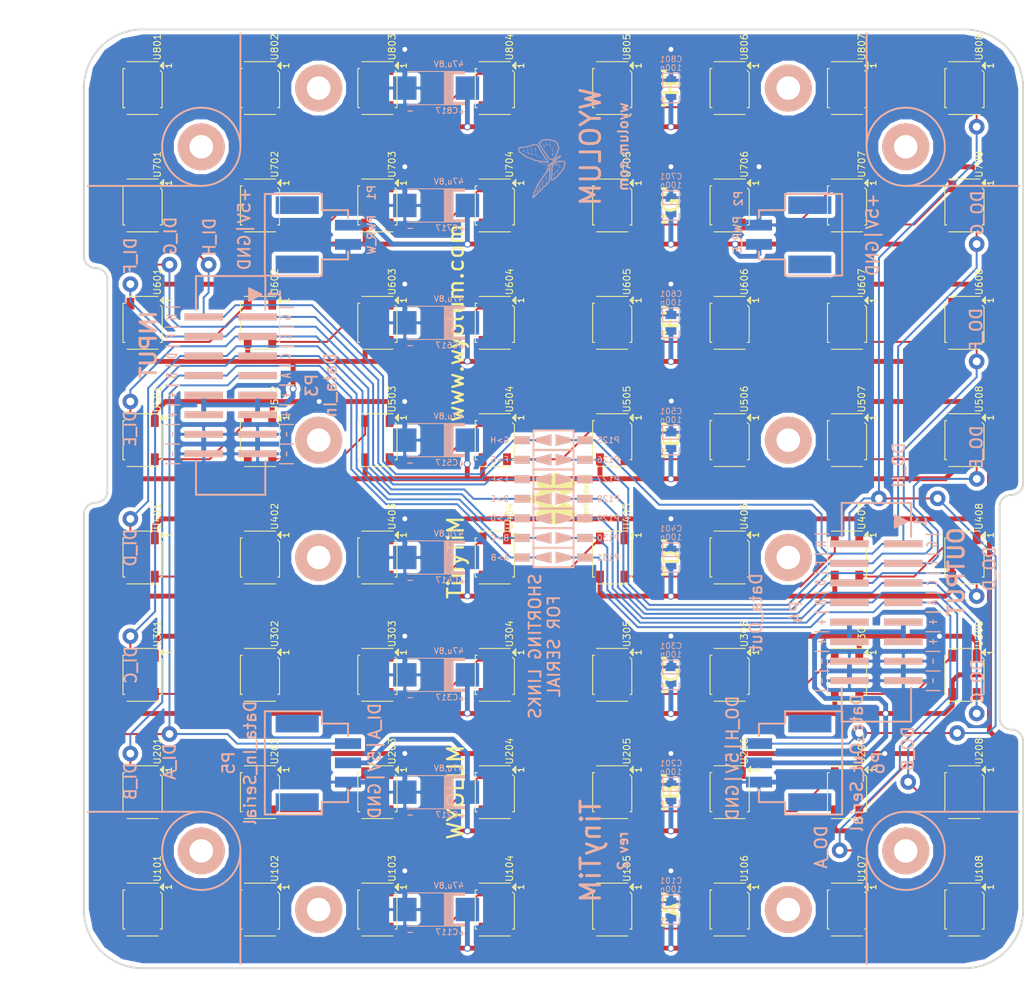
<source format=kicad_pcb>
(kicad_pcb (version 3) (host pcbnew "(2014-05-21 BZR 4875)-product")
  (layers (15 Front signal) (0 Back signal) (18 B.Paste user) (19 F.Paste user) (20 B.SilkS user) (21 F.SilkS user) (22 B.Mask user) (23 F.Mask user) (28 Edge.Cuts user))
  (net 0 "")
  (net 1 /Row_A/A_02)
  (net 2 /Row_A/A_03)
  (net 3 /Row_A/A_04)
  (net 4 /Row_A/A_05)
  (net 5 /Row_A/A_06)
  (net 6 /Row_A/A_07)
  (net 7 /Row_A/A_08)
  (net 8 /Row_A/DI_A)
  (net 9 /Row_A/DO_A)
  (net 10 /Row_B/B_02)
  (net 11 /Row_B/B_03)
  (net 12 /Row_B/B_04)
  (net 13 /Row_B/B_05)
  (net 14 /Row_B/B_06)
  (net 15 /Row_B/B_07)
  (net 16 /Row_B/B_08)
  (net 17 /Row_B/DI_B)
  (net 18 /Row_B/DO_B)
  (net 19 /Row_C/C_02)
  (net 20 /Row_C/C_03)
  (net 21 /Row_C/C_04)
  (net 22 /Row_C/C_05)
  (net 23 /Row_C/C_06)
  (net 24 /Row_C/C_07)
  (net 25 /Row_C/C_08)
  (net 26 /Row_C/DI_C)
  (net 27 /Row_C/DO_C)
  (net 28 /Row_D/DI_D)
  (net 29 /Row_D/DO_D)
  (net 30 /Row_D/D_02)
  (net 31 /Row_D/D_03)
  (net 32 /Row_D/D_04)
  (net 33 /Row_D/D_05)
  (net 34 /Row_D/D_06)
  (net 35 /Row_D/D_07)
  (net 36 /Row_D/D_08)
  (net 37 /Row_E/DI_E)
  (net 38 /Row_E/DO_E)
  (net 39 /Row_E/E_02)
  (net 40 /Row_E/E_03)
  (net 41 /Row_E/E_04)
  (net 42 /Row_E/E_05)
  (net 43 /Row_E/E_06)
  (net 44 /Row_E/E_07)
  (net 45 /Row_E/E_08)
  (net 46 /Row_F/DI_F)
  (net 47 /Row_F/DO_F)
  (net 48 /Row_F/F_02)
  (net 49 /Row_F/F_03)
  (net 50 /Row_F/F_04)
  (net 51 /Row_F/F_05)
  (net 52 /Row_F/F_06)
  (net 53 /Row_F/F_07)
  (net 54 /Row_F/F_08)
  (net 55 /Row_G/DI_G)
  (net 56 /Row_G/DO_G)
  (net 57 /Row_G/G_02)
  (net 58 /Row_G/G_03)
  (net 59 /Row_G/G_04)
  (net 60 /Row_G/G_05)
  (net 61 /Row_G/G_06)
  (net 62 /Row_G/G_07)
  (net 63 /Row_G/G_08)
  (net 64 /Row_H/DI_H)
  (net 65 /Row_H/DO_H)
  (net 66 /Row_H/H_02)
  (net 67 /Row_H/H_03)
  (net 68 /Row_H/H_04)
  (net 69 /Row_H/H_05)
  (net 70 /Row_H/H_06)
  (net 71 /Row_H/H_07)
  (net 72 /Row_H/H_08)
  (net 73 5V)
  (net 74 GND)
  (module TinyTiM_Lib:Header_8x2 (layer Back) (at 128.27 101.092 180)
    (fp_text reference P4 (at 10.414 0 270) (layer B.SilkS) (effects (font (thickness 0.254)) (justify mirror)))
    (fp_text value Data_Out (at 15.621 0 270) (layer B.SilkS) (effects (font (thickness 0.254)) (justify mirror)))
    (fp_text user 1 (at -5.715 11.684 270) (layer B.SilkS) (effects (font (thickness 0.254)) (justify mirror)))
    (pad 2 smd rect (at 3.5 8.89 180) (size 5 0.9) (layers Back B.Paste B.SilkS B.Mask) (net 65 /Row_H/DO_H))
    (pad 1 smd rect (at -3.5 8.89 180) (size 5 0.9) (layers Back B.Paste B.SilkS B.Mask) (net 56 /Row_G/DO_G))
    (pad 3 smd rect (at -3.5 6.35 180) (size 5 0.9) (layers Back B.Paste B.SilkS B.Mask) (net 38 /Row_E/DO_E))
    (pad 4 smd rect (at 3.5 6.35 180) (size 5 0.9) (layers Back B.Paste B.SilkS B.Mask) (net 47 /Row_F/DO_F))
    (pad 5 smd rect (at -3.5 3.81 180) (size 5 0.9) (layers Back B.Paste B.SilkS B.Mask) (net 27 /Row_C/DO_C))
    (pad 6 smd rect (at 3.5 3.81 180) (size 5 0.9) (layers Back B.Paste B.SilkS B.Mask) (net 29 /Row_D/DO_D))
    (pad 7 smd rect (at -3.5 1.27 180) (size 5 0.9) (layers Back B.Paste B.SilkS B.Mask) (net 9 /Row_A/DO_A))
    (pad 8 smd rect (at 3.5 1.27 180) (size 5 0.9) (layers Back B.Paste B.SilkS B.Mask) (net 18 /Row_B/DO_B))
    (pad 9 smd rect (at -3.5 -1.27 180) (size 5 0.9) (layers Back B.Paste B.SilkS B.Mask) (net 73 5V))
    (pad 10 smd rect (at 3.5 -1.27 180) (size 5 0.9) (layers Back B.Paste B.SilkS B.Mask) (net 73 5V))
    (pad 11 smd rect (at -3.5 -3.81 180) (size 5 0.9) (layers Back B.Paste B.SilkS B.Mask) (net 73 5V))
    (pad 12 smd rect (at 3.5 -3.81 180) (size 5 0.9) (layers Back B.Paste B.SilkS B.Mask) (net 73 5V))
    (pad 13 smd rect (at -3.5 -6.35 180) (size 5 0.9) (layers Back B.Paste B.SilkS B.Mask) (net 74 GND))
    (pad 14 smd rect (at 3.5 -6.35 180) (size 5 0.9) (layers Back B.Paste B.SilkS B.Mask) (net 74 GND))
    (pad 15 smd rect (at -3.5 -8.89 180) (size 5 0.9) (layers Back B.Paste B.SilkS B.Mask) (net 74 GND))
    (pad 16 smd rect (at 3.5 -8.89 180) (size 5 0.9) (layers Back B.Paste B.SilkS B.Mask) (net 74 GND))
  )
  (module TinyTiM_Lib:OSHW_6mm (layer Front) (at 86.36 86.36 90)
    (fp_text reference L101 hide)
    (fp_text value OSHW hide)
    (fp_text user OpenHardware (at 0 4.191 90) (layer F.SilkS) (effects (font (size 0.762 0.6096) (thickness 0.127))))
  )
  (module TinyTiM_Lib:Logo-WL3 (layer Back) (at 81.1784 48.4632 90)
    (fp_text reference L102 hide)
    (fp_text value Wyolum hide)
  )
  (module TinyTiM_Lib:Screw (layer Front) (at 55.88 139.7)
    (fp_text reference S101 hide)
    (fp_text value CONN_1 hide)
    (pad 1 thru_hole circle (at 0 0) (size 6.096 6.096) (drill 3.048) (layers *.Cu *.Paste *.SilkS *.Mask))
  )
  (module TinyTiM_Lib:Screw (layer Front) (at 116.84 139.7)
    (fp_text reference S102 hide)
    (fp_text value CONN_1 hide)
    (pad 1 thru_hole circle (at 0 0) (size 6.096 6.096) (drill 3.048) (layers *.Cu *.Paste *.SilkS *.Mask))
  )
  (module TinyTiM_Lib:Screw (layer Front) (at 55.88 93.98)
    (fp_text reference S401 hide)
    (fp_text value CONN_1 hide)
    (pad 1 thru_hole circle (at 0 0) (size 6.096 6.096) (drill 3.048) (layers *.Cu *.Paste *.SilkS *.Mask))
  )
  (module TinyTiM_Lib:Screw (layer Front) (at 116.84 93.98)
    (fp_text reference S402 hide)
    (fp_text value CONN_1 hide)
    (pad 1 thru_hole circle (at 0 0) (size 6.096 6.096) (drill 3.048) (layers *.Cu *.Paste *.SilkS *.Mask))
  )
  (module TinyTiM_Lib:Screw (layer Front) (at 55.88 78.74)
    (fp_text reference S501 hide)
    (fp_text value CONN_1 hide)
    (pad 1 thru_hole circle (at 0 0) (size 6.096 6.096) (drill 3.048) (layers *.Cu *.Paste *.SilkS *.Mask))
  )
  (module TinyTiM_Lib:Screw (layer Front) (at 116.84 78.74)
    (fp_text reference S502 hide)
    (fp_text value CONN_1 hide)
    (pad 1 thru_hole circle (at 0 0) (size 6.096 6.096) (drill 3.048) (layers *.Cu *.Paste *.SilkS *.Mask))
  )
  (module TinyTiM_Lib:Screw (layer Front) (at 55.88 33.02)
    (fp_text reference S801 hide)
    (fp_text value CONN_1 hide)
    (pad 1 thru_hole circle (at 0 0) (size 6.096 6.096) (drill 3.048) (layers *.Cu *.Paste *.SilkS *.Mask))
  )
  (module TinyTiM_Lib:Screw (layer Front) (at 116.84 33.02)
    (fp_text reference S802 hide)
    (fp_text value CONN_1 hide)
    (pad 1 thru_hole circle (at 0 0) (size 6.096 6.096) (drill 3.048) (layers *.Cu *.Paste *.SilkS *.Mask))
  )
  (module TinyTiM_Lib:Conn_x2_PTSM (layer Back) (at 59.69 52.07 90)
    (fp_text reference P1 (at 5.461 3.048 90) (layer B.SilkS) (effects (font (size 1.016 1.016) (thickness 0.2032)) (justify mirror)))
    (fp_text value PWR_W (at 0 3.048 90) (layer B.SilkS) (effects (font (size 1.016 1.016) (thickness 0.2032)) (justify mirror)))
    (pad 1 smd rect (at 1.25 0 90) (size 1.4 3.4) (layers Back B.Paste B.Mask) (net 73 5V))
    (pad 2 smd rect (at -1.25 0 90) (size 1.4 3.4) (layers Back B.Paste B.Mask) (net 74 GND))
    (pad 3 smd rect (at -3.85 -6.6 90) (size 2.3 5.6) (layers Back B.Paste B.Mask))
    (pad 4 smd rect (at 3.85 -6.6 90) (size 2.3 5.6) (layers Back B.Paste B.Mask))
  )
  (module TinyTiM_Lib:Conn_x2_PTSM (layer Back) (at 113.03 52.07 270)
    (fp_text reference P2 (at -4.699 2.667 450) (layer B.SilkS) (effects (font (size 1.016 1.016) (thickness 0.2032)) (justify mirror)))
    (fp_text value PWR_E (at 0 2.794 270) (layer B.SilkS) (effects (font (size 1.016 1.016) (thickness 0.2032)) (justify mirror)))
    (pad 1 smd rect (at 1.25 0 270) (size 1.4 3.4) (layers Back B.Paste B.Mask) (net 73 5V))
    (pad 2 smd rect (at -1.25 0 270) (size 1.4 3.4) (layers Back B.Paste B.Mask) (net 74 GND))
    (pad 3 smd rect (at -3.85 -6.6 270) (size 2.3 5.6) (layers Back B.Paste B.Mask))
    (pad 4 smd rect (at 3.85 -6.6 270) (size 2.3 5.6) (layers Back B.Paste B.Mask))
  )
  (module TinyTiM_Lib:Screw (layer Front) (at 40.64 40.64)
    (fp_text reference S103 hide)
    (fp_text value CONN_1 hide)
    (pad 1 thru_hole circle (at 0 0) (size 6.096 6.096) (drill 3.048) (layers *.Cu *.Paste *.SilkS *.Mask))
  )
  (module TinyTiM_Lib:Screw (layer Front) (at 132.08 40.64)
    (fp_text reference S104 hide)
    (fp_text value CONN_1 hide)
    (pad 1 thru_hole circle (at 0 0) (size 6.096 6.096) (drill 3.048) (layers *.Cu *.Paste *.SilkS *.Mask))
  )
  (module TinyTiM_Lib:Screw (layer Front) (at 40.64 132.08)
    (fp_text reference S803 hide)
    (fp_text value CONN_1 hide)
    (pad 1 thru_hole circle (at 0 0) (size 6.096 6.096) (drill 3.048) (layers *.Cu *.Paste *.SilkS *.Mask))
  )
  (module TinyTiM_Lib:Screw (layer Front) (at 132.08 132.08)
    (fp_text reference S804 hide)
    (fp_text value CONN_1 hide)
    (pad 1 thru_hole circle (at 0 0) (size 6.096 6.096) (drill 3.048) (layers *.Cu *.Paste *.SilkS *.Mask))
  )
  (module TinyTiM_Lib:Header_8x2 (layer Back) (at 44.45 71.628 180)
    (fp_text reference P3 (at -10.541 0 270) (layer B.SilkS) (effects (font (thickness 0.254)) (justify mirror)))
    (fp_text value Data_In (at -12.954 0 270) (layer B.SilkS) (effects (font (thickness 0.254)) (justify mirror)))
    (fp_text user 1 (at -5.715 11.811 270) (layer B.SilkS) (effects (font (thickness 0.254)) (justify mirror)))
    (pad 2 smd rect (at 3.5 8.89 180) (size 5 0.9) (layers Back B.Paste B.SilkS B.Mask) (net 64 /Row_H/DI_H))
    (pad 1 smd rect (at -3.5 8.89 180) (size 5 0.9) (layers Back B.Paste B.SilkS B.Mask) (net 55 /Row_G/DI_G))
    (pad 3 smd rect (at -3.5 6.35 180) (size 5 0.9) (layers Back B.Paste B.SilkS B.Mask) (net 37 /Row_E/DI_E))
    (pad 4 smd rect (at 3.5 6.35 180) (size 5 0.9) (layers Back B.Paste B.SilkS B.Mask) (net 46 /Row_F/DI_F))
    (pad 5 smd rect (at -3.5 3.81 180) (size 5 0.9) (layers Back B.Paste B.SilkS B.Mask) (net 26 /Row_C/DI_C))
    (pad 6 smd rect (at 3.5 3.81 180) (size 5 0.9) (layers Back B.Paste B.SilkS B.Mask) (net 28 /Row_D/DI_D))
    (pad 7 smd rect (at -3.5 1.27 180) (size 5 0.9) (layers Back B.Paste B.SilkS B.Mask) (net 8 /Row_A/DI_A))
    (pad 8 smd rect (at 3.5 1.27 180) (size 5 0.9) (layers Back B.Paste B.SilkS B.Mask) (net 17 /Row_B/DI_B))
    (pad 9 smd rect (at -3.5 -1.27 180) (size 5 0.9) (layers Back B.Paste B.SilkS B.Mask) (net 73 5V))
    (pad 10 smd rect (at 3.5 -1.27 180) (size 5 0.9) (layers Back B.Paste B.SilkS B.Mask) (net 73 5V))
    (pad 11 smd rect (at -3.5 -3.81 180) (size 5 0.9) (layers Back B.Paste B.SilkS B.Mask) (net 73 5V))
    (pad 12 smd rect (at 3.5 -3.81 180) (size 5 0.9) (layers Back B.Paste B.SilkS B.Mask) (net 73 5V))
    (pad 13 smd rect (at -3.5 -6.35 180) (size 5 0.9) (layers Back B.Paste B.SilkS B.Mask) (net 74 GND))
    (pad 14 smd rect (at 3.5 -6.35 180) (size 5 0.9) (layers Back B.Paste B.SilkS B.Mask) (net 74 GND))
    (pad 15 smd rect (at -3.5 -8.89 180) (size 5 0.9) (layers Back B.Paste B.SilkS B.Mask) (net 74 GND))
    (pad 16 smd rect (at 3.5 -8.89 180) (size 5 0.9) (layers Back B.Paste B.SilkS B.Mask) (net 74 GND))
  )
  (module TinyTiM_Lib:RGB_WS2811B (layer Front) (at 48.26 33.02 180)
    (fp_text reference U802 (at -1.905 5.334 270) (layer F.SilkS) (effects (font (size 0.889 0.889) (thickness 0.127))))
    (fp_text value RGB_WS2811B hide)
    (fp_text user 1 (at -3.4036 2.921 270) (layer F.SilkS) (effects (font (size 0.762 0.762) (thickness 0.1524))))
    (pad 3 smd rect (at -1.5875 2.4765 180) (size 1.016 1.524) (layers Front F.Paste F.Mask) (net 74 GND) (clearance 0.127))
    (pad 4 smd rect (at 1.5875 2.4765 180) (size 1.016 1.524) (layers Front F.Paste F.Mask) (net 66 /Row_H/H_02) (clearance 0.127))
    (pad 1 smd rect (at 1.5875 -2.4765 180) (size 1.016 1.524) (layers Front F.Paste F.Mask) (net 73 5V) (clearance 0.127))
    (pad 2 smd rect (at -1.5875 -2.4765 180) (size 1.016 1.524) (layers Front F.Paste F.Mask) (net 67 /Row_H/H_03) (clearance 0.127))
  )
  (module TinyTiM_Lib:RGB_WS2811B (layer Front) (at 139.7 48.26 180)
    (fp_text reference U708 (at -1.905 5.334 270) (layer F.SilkS) (effects (font (size 0.889 0.889) (thickness 0.127))))
    (fp_text value RGB_WS2811B hide)
    (fp_text user 1 (at -3.4036 2.921 270) (layer F.SilkS) (effects (font (size 0.762 0.762) (thickness 0.1524))))
    (pad 3 smd rect (at -1.5875 2.4765 180) (size 1.016 1.524) (layers Front F.Paste F.Mask) (net 74 GND) (clearance 0.127))
    (pad 4 smd rect (at 1.5875 2.4765 180) (size 1.016 1.524) (layers Front F.Paste F.Mask) (net 63 /Row_G/G_08) (clearance 0.127))
    (pad 1 smd rect (at 1.5875 -2.4765 180) (size 1.016 1.524) (layers Front F.Paste F.Mask) (net 73 5V) (clearance 0.127))
    (pad 2 smd rect (at -1.5875 -2.4765 180) (size 1.016 1.524) (layers Front F.Paste F.Mask) (net 56 /Row_G/DO_G) (clearance 0.127))
  )
  (module TinyTiM_Lib:RGB_WS2811B (layer Front) (at 124.46 48.26 180)
    (fp_text reference U707 (at -1.905 5.334 270) (layer F.SilkS) (effects (font (size 0.889 0.889) (thickness 0.127))))
    (fp_text value RGB_WS2811B hide)
    (fp_text user 1 (at -3.4036 2.921 270) (layer F.SilkS) (effects (font (size 0.762 0.762) (thickness 0.1524))))
    (pad 3 smd rect (at -1.5875 2.4765 180) (size 1.016 1.524) (layers Front F.Paste F.Mask) (net 74 GND) (clearance 0.127))
    (pad 4 smd rect (at 1.5875 2.4765 180) (size 1.016 1.524) (layers Front F.Paste F.Mask) (net 62 /Row_G/G_07) (clearance 0.127))
    (pad 1 smd rect (at 1.5875 -2.4765 180) (size 1.016 1.524) (layers Front F.Paste F.Mask) (net 73 5V) (clearance 0.127))
    (pad 2 smd rect (at -1.5875 -2.4765 180) (size 1.016 1.524) (layers Front F.Paste F.Mask) (net 63 /Row_G/G_08) (clearance 0.127))
  )
  (module TinyTiM_Lib:RGB_WS2811B (layer Front) (at 109.22 48.26 180)
    (fp_text reference U706 (at -1.905 5.334 270) (layer F.SilkS) (effects (font (size 0.889 0.889) (thickness 0.127))))
    (fp_text value RGB_WS2811B hide)
    (fp_text user 1 (at -3.4036 2.921 270) (layer F.SilkS) (effects (font (size 0.762 0.762) (thickness 0.1524))))
    (pad 3 smd rect (at -1.5875 2.4765 180) (size 1.016 1.524) (layers Front F.Paste F.Mask) (net 74 GND) (clearance 0.127))
    (pad 4 smd rect (at 1.5875 2.4765 180) (size 1.016 1.524) (layers Front F.Paste F.Mask) (net 61 /Row_G/G_06) (clearance 0.127))
    (pad 1 smd rect (at 1.5875 -2.4765 180) (size 1.016 1.524) (layers Front F.Paste F.Mask) (net 73 5V) (clearance 0.127))
    (pad 2 smd rect (at -1.5875 -2.4765 180) (size 1.016 1.524) (layers Front F.Paste F.Mask) (net 62 /Row_G/G_07) (clearance 0.127))
  )
  (module TinyTiM_Lib:RGB_WS2811B (layer Front) (at 93.98 48.26 180)
    (fp_text reference U705 (at -1.905 5.334 270) (layer F.SilkS) (effects (font (size 0.889 0.889) (thickness 0.127))))
    (fp_text value RGB_WS2811B hide)
    (fp_text user 1 (at -3.4036 2.921 270) (layer F.SilkS) (effects (font (size 0.762 0.762) (thickness 0.1524))))
    (pad 3 smd rect (at -1.5875 2.4765 180) (size 1.016 1.524) (layers Front F.Paste F.Mask) (net 74 GND) (clearance 0.127))
    (pad 4 smd rect (at 1.5875 2.4765 180) (size 1.016 1.524) (layers Front F.Paste F.Mask) (net 60 /Row_G/G_05) (clearance 0.127))
    (pad 1 smd rect (at 1.5875 -2.4765 180) (size 1.016 1.524) (layers Front F.Paste F.Mask) (net 73 5V) (clearance 0.127))
    (pad 2 smd rect (at -1.5875 -2.4765 180) (size 1.016 1.524) (layers Front F.Paste F.Mask) (net 61 /Row_G/G_06) (clearance 0.127))
  )
  (module TinyTiM_Lib:RGB_WS2811B (layer Front) (at 78.74 48.26 180)
    (fp_text reference U704 (at -1.905 5.334 270) (layer F.SilkS) (effects (font (size 0.889 0.889) (thickness 0.127))))
    (fp_text value RGB_WS2811B hide)
    (fp_text user 1 (at -3.4036 2.921 270) (layer F.SilkS) (effects (font (size 0.762 0.762) (thickness 0.1524))))
    (pad 3 smd rect (at -1.5875 2.4765 180) (size 1.016 1.524) (layers Front F.Paste F.Mask) (net 74 GND) (clearance 0.127))
    (pad 4 smd rect (at 1.5875 2.4765 180) (size 1.016 1.524) (layers Front F.Paste F.Mask) (net 59 /Row_G/G_04) (clearance 0.127))
    (pad 1 smd rect (at 1.5875 -2.4765 180) (size 1.016 1.524) (layers Front F.Paste F.Mask) (net 73 5V) (clearance 0.127))
    (pad 2 smd rect (at -1.5875 -2.4765 180) (size 1.016 1.524) (layers Front F.Paste F.Mask) (net 60 /Row_G/G_05) (clearance 0.127))
  )
  (module TinyTiM_Lib:RGB_WS2811B (layer Front) (at 63.5 48.26 180)
    (fp_text reference U703 (at -1.905 5.334 270) (layer F.SilkS) (effects (font (size 0.889 0.889) (thickness 0.127))))
    (fp_text value RGB_WS2811B hide)
    (fp_text user 1 (at -3.4036 2.921 270) (layer F.SilkS) (effects (font (size 0.762 0.762) (thickness 0.1524))))
    (pad 3 smd rect (at -1.5875 2.4765 180) (size 1.016 1.524) (layers Front F.Paste F.Mask) (net 74 GND) (clearance 0.127))
    (pad 4 smd rect (at 1.5875 2.4765 180) (size 1.016 1.524) (layers Front F.Paste F.Mask) (net 58 /Row_G/G_03) (clearance 0.127))
    (pad 1 smd rect (at 1.5875 -2.4765 180) (size 1.016 1.524) (layers Front F.Paste F.Mask) (net 73 5V) (clearance 0.127))
    (pad 2 smd rect (at -1.5875 -2.4765 180) (size 1.016 1.524) (layers Front F.Paste F.Mask) (net 59 /Row_G/G_04) (clearance 0.127))
  )
  (module TinyTiM_Lib:RGB_WS2811B (layer Front) (at 48.26 48.26 180)
    (fp_text reference U702 (at -1.905 5.334 270) (layer F.SilkS) (effects (font (size 0.889 0.889) (thickness 0.127))))
    (fp_text value RGB_WS2811B hide)
    (fp_text user 1 (at -3.4036 2.921 270) (layer F.SilkS) (effects (font (size 0.762 0.762) (thickness 0.1524))))
    (pad 3 smd rect (at -1.5875 2.4765 180) (size 1.016 1.524) (layers Front F.Paste F.Mask) (net 74 GND) (clearance 0.127))
    (pad 4 smd rect (at 1.5875 2.4765 180) (size 1.016 1.524) (layers Front F.Paste F.Mask) (net 57 /Row_G/G_02) (clearance 0.127))
    (pad 1 smd rect (at 1.5875 -2.4765 180) (size 1.016 1.524) (layers Front F.Paste F.Mask) (net 73 5V) (clearance 0.127))
    (pad 2 smd rect (at -1.5875 -2.4765 180) (size 1.016 1.524) (layers Front F.Paste F.Mask) (net 58 /Row_G/G_03) (clearance 0.127))
  )
  (module TinyTiM_Lib:RGB_WS2811B (layer Front) (at 33.02 48.26 180)
    (fp_text reference U701 (at -1.905 5.334 270) (layer F.SilkS) (effects (font (size 0.889 0.889) (thickness 0.127))))
    (fp_text value RGB_WS2811B hide)
    (fp_text user 1 (at -3.4036 2.921 270) (layer F.SilkS) (effects (font (size 0.762 0.762) (thickness 0.1524))))
    (pad 3 smd rect (at -1.5875 2.4765 180) (size 1.016 1.524) (layers Front F.Paste F.Mask) (net 74 GND) (clearance 0.127))
    (pad 4 smd rect (at 1.5875 2.4765 180) (size 1.016 1.524) (layers Front F.Paste F.Mask) (net 55 /Row_G/DI_G) (clearance 0.127))
    (pad 1 smd rect (at 1.5875 -2.4765 180) (size 1.016 1.524) (layers Front F.Paste F.Mask) (net 73 5V) (clearance 0.127))
    (pad 2 smd rect (at -1.5875 -2.4765 180) (size 1.016 1.524) (layers Front F.Paste F.Mask) (net 57 /Row_G/G_02) (clearance 0.127))
  )
  (module TinyTiM_Lib:RGB_WS2811B (layer Front) (at 139.7 63.5 180)
    (fp_text reference U608 (at -1.905 5.334 270) (layer F.SilkS) (effects (font (size 0.889 0.889) (thickness 0.127))))
    (fp_text value RGB_WS2811B hide)
    (fp_text user 1 (at -3.4036 2.921 270) (layer F.SilkS) (effects (font (size 0.762 0.762) (thickness 0.1524))))
    (pad 3 smd rect (at -1.5875 2.4765 180) (size 1.016 1.524) (layers Front F.Paste F.Mask) (net 74 GND) (clearance 0.127))
    (pad 4 smd rect (at 1.5875 2.4765 180) (size 1.016 1.524) (layers Front F.Paste F.Mask) (net 54 /Row_F/F_08) (clearance 0.127))
    (pad 1 smd rect (at 1.5875 -2.4765 180) (size 1.016 1.524) (layers Front F.Paste F.Mask) (net 73 5V) (clearance 0.127))
    (pad 2 smd rect (at -1.5875 -2.4765 180) (size 1.016 1.524) (layers Front F.Paste F.Mask) (net 47 /Row_F/DO_F) (clearance 0.127))
  )
  (module TinyTiM_Lib:RGB_WS2811B (layer Front) (at 124.46 63.5 180)
    (fp_text reference U607 (at -1.905 5.334 270) (layer F.SilkS) (effects (font (size 0.889 0.889) (thickness 0.127))))
    (fp_text value RGB_WS2811B hide)
    (fp_text user 1 (at -3.4036 2.921 270) (layer F.SilkS) (effects (font (size 0.762 0.762) (thickness 0.1524))))
    (pad 3 smd rect (at -1.5875 2.4765 180) (size 1.016 1.524) (layers Front F.Paste F.Mask) (net 74 GND) (clearance 0.127))
    (pad 4 smd rect (at 1.5875 2.4765 180) (size 1.016 1.524) (layers Front F.Paste F.Mask) (net 53 /Row_F/F_07) (clearance 0.127))
    (pad 1 smd rect (at 1.5875 -2.4765 180) (size 1.016 1.524) (layers Front F.Paste F.Mask) (net 73 5V) (clearance 0.127))
    (pad 2 smd rect (at -1.5875 -2.4765 180) (size 1.016 1.524) (layers Front F.Paste F.Mask) (net 54 /Row_F/F_08) (clearance 0.127))
  )
  (module TinyTiM_Lib:RGB_WS2811B (layer Front) (at 109.22 63.5 180)
    (fp_text reference U606 (at -1.905 5.334 270) (layer F.SilkS) (effects (font (size 0.889 0.889) (thickness 0.127))))
    (fp_text value RGB_WS2811B hide)
    (fp_text user 1 (at -3.4036 2.921 270) (layer F.SilkS) (effects (font (size 0.762 0.762) (thickness 0.1524))))
    (pad 3 smd rect (at -1.5875 2.4765 180) (size 1.016 1.524) (layers Front F.Paste F.Mask) (net 74 GND) (clearance 0.127))
    (pad 4 smd rect (at 1.5875 2.4765 180) (size 1.016 1.524) (layers Front F.Paste F.Mask) (net 52 /Row_F/F_06) (clearance 0.127))
    (pad 1 smd rect (at 1.5875 -2.4765 180) (size 1.016 1.524) (layers Front F.Paste F.Mask) (net 73 5V) (clearance 0.127))
    (pad 2 smd rect (at -1.5875 -2.4765 180) (size 1.016 1.524) (layers Front F.Paste F.Mask) (net 53 /Row_F/F_07) (clearance 0.127))
  )
  (module TinyTiM_Lib:RGB_WS2811B (layer Front) (at 93.98 63.5 180)
    (fp_text reference U605 (at -1.905 5.334 270) (layer F.SilkS) (effects (font (size 0.889 0.889) (thickness 0.127))))
    (fp_text value RGB_WS2811B hide)
    (fp_text user 1 (at -3.4036 2.921 270) (layer F.SilkS) (effects (font (size 0.762 0.762) (thickness 0.1524))))
    (pad 3 smd rect (at -1.5875 2.4765 180) (size 1.016 1.524) (layers Front F.Paste F.Mask) (net 74 GND) (clearance 0.127))
    (pad 4 smd rect (at 1.5875 2.4765 180) (size 1.016 1.524) (layers Front F.Paste F.Mask) (net 51 /Row_F/F_05) (clearance 0.127))
    (pad 1 smd rect (at 1.5875 -2.4765 180) (size 1.016 1.524) (layers Front F.Paste F.Mask) (net 73 5V) (clearance 0.127))
    (pad 2 smd rect (at -1.5875 -2.4765 180) (size 1.016 1.524) (layers Front F.Paste F.Mask) (net 52 /Row_F/F_06) (clearance 0.127))
  )
  (module TinyTiM_Lib:RGB_WS2811B (layer Front) (at 78.74 63.5 180)
    (fp_text reference U604 (at -1.905 5.334 270) (layer F.SilkS) (effects (font (size 0.889 0.889) (thickness 0.127))))
    (fp_text value RGB_WS2811B hide)
    (fp_text user 1 (at -3.4036 2.921 270) (layer F.SilkS) (effects (font (size 0.762 0.762) (thickness 0.1524))))
    (pad 3 smd rect (at -1.5875 2.4765 180) (size 1.016 1.524) (layers Front F.Paste F.Mask) (net 74 GND) (clearance 0.127))
    (pad 4 smd rect (at 1.5875 2.4765 180) (size 1.016 1.524) (layers Front F.Paste F.Mask) (net 50 /Row_F/F_04) (clearance 0.127))
    (pad 1 smd rect (at 1.5875 -2.4765 180) (size 1.016 1.524) (layers Front F.Paste F.Mask) (net 73 5V) (clearance 0.127))
    (pad 2 smd rect (at -1.5875 -2.4765 180) (size 1.016 1.524) (layers Front F.Paste F.Mask) (net 51 /Row_F/F_05) (clearance 0.127))
  )
  (module TinyTiM_Lib:RGB_WS2811B (layer Front) (at 63.5 63.5 180)
    (fp_text reference U603 (at -1.905 5.334 270) (layer F.SilkS) (effects (font (size 0.889 0.889) (thickness 0.127))))
    (fp_text value RGB_WS2811B hide)
    (fp_text user 1 (at -3.4036 2.921 270) (layer F.SilkS) (effects (font (size 0.762 0.762) (thickness 0.1524))))
    (pad 3 smd rect (at -1.5875 2.4765 180) (size 1.016 1.524) (layers Front F.Paste F.Mask) (net 74 GND) (clearance 0.127))
    (pad 4 smd rect (at 1.5875 2.4765 180) (size 1.016 1.524) (layers Front F.Paste F.Mask) (net 49 /Row_F/F_03) (clearance 0.127))
    (pad 1 smd rect (at 1.5875 -2.4765 180) (size 1.016 1.524) (layers Front F.Paste F.Mask) (net 73 5V) (clearance 0.127))
    (pad 2 smd rect (at -1.5875 -2.4765 180) (size 1.016 1.524) (layers Front F.Paste F.Mask) (net 50 /Row_F/F_04) (clearance 0.127))
  )
  (module TinyTiM_Lib:RGB_WS2811B (layer Front) (at 48.26 63.5 180)
    (fp_text reference U602 (at -1.905 5.334 270) (layer F.SilkS) (effects (font (size 0.889 0.889) (thickness 0.127))))
    (fp_text value RGB_WS2811B hide)
    (fp_text user 1 (at -3.4036 2.921 270) (layer F.SilkS) (effects (font (size 0.762 0.762) (thickness 0.1524))))
    (pad 3 smd rect (at -1.5875 2.4765 180) (size 1.016 1.524) (layers Front F.Paste F.Mask) (net 74 GND) (clearance 0.127))
    (pad 4 smd rect (at 1.5875 2.4765 180) (size 1.016 1.524) (layers Front F.Paste F.Mask) (net 48 /Row_F/F_02) (clearance 0.127))
    (pad 1 smd rect (at 1.5875 -2.4765 180) (size 1.016 1.524) (layers Front F.Paste F.Mask) (net 73 5V) (clearance 0.127))
    (pad 2 smd rect (at -1.5875 -2.4765 180) (size 1.016 1.524) (layers Front F.Paste F.Mask) (net 49 /Row_F/F_03) (clearance 0.127))
  )
  (module TinyTiM_Lib:RGB_WS2811B (layer Front) (at 33.02 63.5 180)
    (fp_text reference U601 (at -1.905 5.334 270) (layer F.SilkS) (effects (font (size 0.889 0.889) (thickness 0.127))))
    (fp_text value RGB_WS2811B hide)
    (fp_text user 1 (at -3.4036 2.921 270) (layer F.SilkS) (effects (font (size 0.762 0.762) (thickness 0.1524))))
    (pad 3 smd rect (at -1.5875 2.4765 180) (size 1.016 1.524) (layers Front F.Paste F.Mask) (net 74 GND) (clearance 0.127))
    (pad 4 smd rect (at 1.5875 2.4765 180) (size 1.016 1.524) (layers Front F.Paste F.Mask) (net 46 /Row_F/DI_F) (clearance 0.127))
    (pad 1 smd rect (at 1.5875 -2.4765 180) (size 1.016 1.524) (layers Front F.Paste F.Mask) (net 73 5V) (clearance 0.127))
    (pad 2 smd rect (at -1.5875 -2.4765 180) (size 1.016 1.524) (layers Front F.Paste F.Mask) (net 48 /Row_F/F_02) (clearance 0.127))
  )
  (module TinyTiM_Lib:RGB_WS2811B (layer Front) (at 139.7 78.74 180)
    (fp_text reference U508 (at -1.905 5.334 270) (layer F.SilkS) (effects (font (size 0.889 0.889) (thickness 0.127))))
    (fp_text value RGB_WS2811B hide)
    (fp_text user 1 (at -3.4036 2.921 270) (layer F.SilkS) (effects (font (size 0.762 0.762) (thickness 0.1524))))
    (pad 3 smd rect (at -1.5875 2.4765 180) (size 1.016 1.524) (layers Front F.Paste F.Mask) (net 74 GND) (clearance 0.127))
    (pad 4 smd rect (at 1.5875 2.4765 180) (size 1.016 1.524) (layers Front F.Paste F.Mask) (net 45 /Row_E/E_08) (clearance 0.127))
    (pad 1 smd rect (at 1.5875 -2.4765 180) (size 1.016 1.524) (layers Front F.Paste F.Mask) (net 73 5V) (clearance 0.127))
    (pad 2 smd rect (at -1.5875 -2.4765 180) (size 1.016 1.524) (layers Front F.Paste F.Mask) (net 38 /Row_E/DO_E) (clearance 0.127))
  )
  (module TinyTiM_Lib:RGB_WS2811B (layer Front) (at 124.46 78.74 180)
    (fp_text reference U507 (at -1.905 5.334 270) (layer F.SilkS) (effects (font (size 0.889 0.889) (thickness 0.127))))
    (fp_text value RGB_WS2811B hide)
    (fp_text user 1 (at -3.4036 2.921 270) (layer F.SilkS) (effects (font (size 0.762 0.762) (thickness 0.1524))))
    (pad 3 smd rect (at -1.5875 2.4765 180) (size 1.016 1.524) (layers Front F.Paste F.Mask) (net 74 GND) (clearance 0.127))
    (pad 4 smd rect (at 1.5875 2.4765 180) (size 1.016 1.524) (layers Front F.Paste F.Mask) (net 44 /Row_E/E_07) (clearance 0.127))
    (pad 1 smd rect (at 1.5875 -2.4765 180) (size 1.016 1.524) (layers Front F.Paste F.Mask) (net 73 5V) (clearance 0.127))
    (pad 2 smd rect (at -1.5875 -2.4765 180) (size 1.016 1.524) (layers Front F.Paste F.Mask) (net 45 /Row_E/E_08) (clearance 0.127))
  )
  (module TinyTiM_Lib:RGB_WS2811B (layer Front) (at 109.22 78.74 180)
    (fp_text reference U506 (at -1.905 5.334 270) (layer F.SilkS) (effects (font (size 0.889 0.889) (thickness 0.127))))
    (fp_text value RGB_WS2811B hide)
    (fp_text user 1 (at -3.4036 2.921 270) (layer F.SilkS) (effects (font (size 0.762 0.762) (thickness 0.1524))))
    (pad 3 smd rect (at -1.5875 2.4765 180) (size 1.016 1.524) (layers Front F.Paste F.Mask) (net 74 GND) (clearance 0.127))
    (pad 4 smd rect (at 1.5875 2.4765 180) (size 1.016 1.524) (layers Front F.Paste F.Mask) (net 43 /Row_E/E_06) (clearance 0.127))
    (pad 1 smd rect (at 1.5875 -2.4765 180) (size 1.016 1.524) (layers Front F.Paste F.Mask) (net 73 5V) (clearance 0.127))
    (pad 2 smd rect (at -1.5875 -2.4765 180) (size 1.016 1.524) (layers Front F.Paste F.Mask) (net 44 /Row_E/E_07) (clearance 0.127))
  )
  (module TinyTiM_Lib:RGB_WS2811B (layer Front) (at 93.98 78.74 180)
    (fp_text reference U505 (at -1.905 5.334 270) (layer F.SilkS) (effects (font (size 0.889 0.889) (thickness 0.127))))
    (fp_text value RGB_WS2811B hide)
    (fp_text user 1 (at -3.4036 2.921 270) (layer F.SilkS) (effects (font (size 0.762 0.762) (thickness 0.1524))))
    (pad 3 smd rect (at -1.5875 2.4765 180) (size 1.016 1.524) (layers Front F.Paste F.Mask) (net 74 GND) (clearance 0.127))
    (pad 4 smd rect (at 1.5875 2.4765 180) (size 1.016 1.524) (layers Front F.Paste F.Mask) (net 42 /Row_E/E_05) (clearance 0.127))
    (pad 1 smd rect (at 1.5875 -2.4765 180) (size 1.016 1.524) (layers Front F.Paste F.Mask) (net 73 5V) (clearance 0.127))
    (pad 2 smd rect (at -1.5875 -2.4765 180) (size 1.016 1.524) (layers Front F.Paste F.Mask) (net 43 /Row_E/E_06) (clearance 0.127))
  )
  (module TinyTiM_Lib:RGB_WS2811B (layer Front) (at 78.74 78.74 180)
    (fp_text reference U504 (at -1.905 5.334 270) (layer F.SilkS) (effects (font (size 0.889 0.889) (thickness 0.127))))
    (fp_text value RGB_WS2811B hide)
    (fp_text user 1 (at -3.4036 2.921 270) (layer F.SilkS) (effects (font (size 0.762 0.762) (thickness 0.1524))))
    (pad 3 smd rect (at -1.5875 2.4765 180) (size 1.016 1.524) (layers Front F.Paste F.Mask) (net 74 GND) (clearance 0.127))
    (pad 4 smd rect (at 1.5875 2.4765 180) (size 1.016 1.524) (layers Front F.Paste F.Mask) (net 41 /Row_E/E_04) (clearance 0.127))
    (pad 1 smd rect (at 1.5875 -2.4765 180) (size 1.016 1.524) (layers Front F.Paste F.Mask) (net 73 5V) (clearance 0.127))
    (pad 2 smd rect (at -1.5875 -2.4765 180) (size 1.016 1.524) (layers Front F.Paste F.Mask) (net 42 /Row_E/E_05) (clearance 0.127))
  )
  (module TinyTiM_Lib:RGB_WS2811B (layer Front) (at 63.5 78.74 180)
    (fp_text reference U503 (at -1.905 5.334 270) (layer F.SilkS) (effects (font (size 0.889 0.889) (thickness 0.127))))
    (fp_text value RGB_WS2811B hide)
    (fp_text user 1 (at -3.4036 2.921 270) (layer F.SilkS) (effects (font (size 0.762 0.762) (thickness 0.1524))))
    (pad 3 smd rect (at -1.5875 2.4765 180) (size 1.016 1.524) (layers Front F.Paste F.Mask) (net 74 GND) (clearance 0.127))
    (pad 4 smd rect (at 1.5875 2.4765 180) (size 1.016 1.524) (layers Front F.Paste F.Mask) (net 40 /Row_E/E_03) (clearance 0.127))
    (pad 1 smd rect (at 1.5875 -2.4765 180) (size 1.016 1.524) (layers Front F.Paste F.Mask) (net 73 5V) (clearance 0.127))
    (pad 2 smd rect (at -1.5875 -2.4765 180) (size 1.016 1.524) (layers Front F.Paste F.Mask) (net 41 /Row_E/E_04) (clearance 0.127))
  )
  (module TinyTiM_Lib:RGB_WS2811B (layer Front) (at 48.26 78.74 180)
    (fp_text reference U502 (at -1.905 5.334 270) (layer F.SilkS) (effects (font (size 0.889 0.889) (thickness 0.127))))
    (fp_text value RGB_WS2811B hide)
    (fp_text user 1 (at -3.4036 2.921 270) (layer F.SilkS) (effects (font (size 0.762 0.762) (thickness 0.1524))))
    (pad 3 smd rect (at -1.5875 2.4765 180) (size 1.016 1.524) (layers Front F.Paste F.Mask) (net 74 GND) (clearance 0.127))
    (pad 4 smd rect (at 1.5875 2.4765 180) (size 1.016 1.524) (layers Front F.Paste F.Mask) (net 39 /Row_E/E_02) (clearance 0.127))
    (pad 1 smd rect (at 1.5875 -2.4765 180) (size 1.016 1.524) (layers Front F.Paste F.Mask) (net 73 5V) (clearance 0.127))
    (pad 2 smd rect (at -1.5875 -2.4765 180) (size 1.016 1.524) (layers Front F.Paste F.Mask) (net 40 /Row_E/E_03) (clearance 0.127))
  )
  (module TinyTiM_Lib:RGB_WS2811B (layer Front) (at 33.02 78.74 180)
    (fp_text reference U501 (at -1.905 5.334 270) (layer F.SilkS) (effects (font (size 0.889 0.889) (thickness 0.127))))
    (fp_text value RGB_WS2811B hide)
    (fp_text user 1 (at -3.4036 2.921 270) (layer F.SilkS) (effects (font (size 0.762 0.762) (thickness 0.1524))))
    (pad 3 smd rect (at -1.5875 2.4765 180) (size 1.016 1.524) (layers Front F.Paste F.Mask) (net 74 GND) (clearance 0.127))
    (pad 4 smd rect (at 1.5875 2.4765 180) (size 1.016 1.524) (layers Front F.Paste F.Mask) (net 37 /Row_E/DI_E) (clearance 0.127))
    (pad 1 smd rect (at 1.5875 -2.4765 180) (size 1.016 1.524) (layers Front F.Paste F.Mask) (net 73 5V) (clearance 0.127))
    (pad 2 smd rect (at -1.5875 -2.4765 180) (size 1.016 1.524) (layers Front F.Paste F.Mask) (net 39 /Row_E/E_02) (clearance 0.127))
  )
  (module TinyTiM_Lib:RGB_WS2811B (layer Front) (at 139.7 93.98 180)
    (fp_text reference U408 (at -1.905 5.334 270) (layer F.SilkS) (effects (font (size 0.889 0.889) (thickness 0.127))))
    (fp_text value RGB_WS2811B hide)
    (fp_text user 1 (at -3.4036 2.921 270) (layer F.SilkS) (effects (font (size 0.762 0.762) (thickness 0.1524))))
    (pad 3 smd rect (at -1.5875 2.4765 180) (size 1.016 1.524) (layers Front F.Paste F.Mask) (net 74 GND) (clearance 0.127))
    (pad 4 smd rect (at 1.5875 2.4765 180) (size 1.016 1.524) (layers Front F.Paste F.Mask) (net 36 /Row_D/D_08) (clearance 0.127))
    (pad 1 smd rect (at 1.5875 -2.4765 180) (size 1.016 1.524) (layers Front F.Paste F.Mask) (net 73 5V) (clearance 0.127))
    (pad 2 smd rect (at -1.5875 -2.4765 180) (size 1.016 1.524) (layers Front F.Paste F.Mask) (net 29 /Row_D/DO_D) (clearance 0.127))
  )
  (module TinyTiM_Lib:RGB_WS2811B (layer Front) (at 124.46 93.98 180)
    (fp_text reference U407 (at -1.905 5.334 270) (layer F.SilkS) (effects (font (size 0.889 0.889) (thickness 0.127))))
    (fp_text value RGB_WS2811B hide)
    (fp_text user 1 (at -3.4036 2.921 270) (layer F.SilkS) (effects (font (size 0.762 0.762) (thickness 0.1524))))
    (pad 3 smd rect (at -1.5875 2.4765 180) (size 1.016 1.524) (layers Front F.Paste F.Mask) (net 74 GND) (clearance 0.127))
    (pad 4 smd rect (at 1.5875 2.4765 180) (size 1.016 1.524) (layers Front F.Paste F.Mask) (net 35 /Row_D/D_07) (clearance 0.127))
    (pad 1 smd rect (at 1.5875 -2.4765 180) (size 1.016 1.524) (layers Front F.Paste F.Mask) (net 73 5V) (clearance 0.127))
    (pad 2 smd rect (at -1.5875 -2.4765 180) (size 1.016 1.524) (layers Front F.Paste F.Mask) (net 36 /Row_D/D_08) (clearance 0.127))
  )
  (module TinyTiM_Lib:RGB_WS2811B (layer Front) (at 109.22 93.98 180)
    (fp_text reference U406 (at -1.905 5.334 270) (layer F.SilkS) (effects (font (size 0.889 0.889) (thickness 0.127))))
    (fp_text value RGB_WS2811B hide)
    (fp_text user 1 (at -3.4036 2.921 270) (layer F.SilkS) (effects (font (size 0.762 0.762) (thickness 0.1524))))
    (pad 3 smd rect (at -1.5875 2.4765 180) (size 1.016 1.524) (layers Front F.Paste F.Mask) (net 74 GND) (clearance 0.127))
    (pad 4 smd rect (at 1.5875 2.4765 180) (size 1.016 1.524) (layers Front F.Paste F.Mask) (net 34 /Row_D/D_06) (clearance 0.127))
    (pad 1 smd rect (at 1.5875 -2.4765 180) (size 1.016 1.524) (layers Front F.Paste F.Mask) (net 73 5V) (clearance 0.127))
    (pad 2 smd rect (at -1.5875 -2.4765 180) (size 1.016 1.524) (layers Front F.Paste F.Mask) (net 35 /Row_D/D_07) (clearance 0.127))
  )
  (module TinyTiM_Lib:RGB_WS2811B (layer Front) (at 93.98 93.98 180)
    (fp_text reference U405 (at -1.905 5.334 270) (layer F.SilkS) (effects (font (size 0.889 0.889) (thickness 0.127))))
    (fp_text value RGB_WS2811B hide)
    (fp_text user 1 (at -3.4036 2.921 270) (layer F.SilkS) (effects (font (size 0.762 0.762) (thickness 0.1524))))
    (pad 3 smd rect (at -1.5875 2.4765 180) (size 1.016 1.524) (layers Front F.Paste F.Mask) (net 74 GND) (clearance 0.127))
    (pad 4 smd rect (at 1.5875 2.4765 180) (size 1.016 1.524) (layers Front F.Paste F.Mask) (net 33 /Row_D/D_05) (clearance 0.127))
    (pad 1 smd rect (at 1.5875 -2.4765 180) (size 1.016 1.524) (layers Front F.Paste F.Mask) (net 73 5V) (clearance 0.127))
    (pad 2 smd rect (at -1.5875 -2.4765 180) (size 1.016 1.524) (layers Front F.Paste F.Mask) (net 34 /Row_D/D_06) (clearance 0.127))
  )
  (module TinyTiM_Lib:RGB_WS2811B (layer Front) (at 78.74 93.98 180)
    (fp_text reference U404 (at -1.905 5.334 270) (layer F.SilkS) (effects (font (size 0.889 0.889) (thickness 0.127))))
    (fp_text value RGB_WS2811B hide)
    (fp_text user 1 (at -3.4036 2.921 270) (layer F.SilkS) (effects (font (size 0.762 0.762) (thickness 0.1524))))
    (pad 3 smd rect (at -1.5875 2.4765 180) (size 1.016 1.524) (layers Front F.Paste F.Mask) (net 74 GND) (clearance 0.127))
    (pad 4 smd rect (at 1.5875 2.4765 180) (size 1.016 1.524) (layers Front F.Paste F.Mask) (net 32 /Row_D/D_04) (clearance 0.127))
    (pad 1 smd rect (at 1.5875 -2.4765 180) (size 1.016 1.524) (layers Front F.Paste F.Mask) (net 73 5V) (clearance 0.127))
    (pad 2 smd rect (at -1.5875 -2.4765 180) (size 1.016 1.524) (layers Front F.Paste F.Mask) (net 33 /Row_D/D_05) (clearance 0.127))
  )
  (module TinyTiM_Lib:RGB_WS2811B (layer Front) (at 63.5 93.98 180)
    (fp_text reference U403 (at -1.905 5.334 270) (layer F.SilkS) (effects (font (size 0.889 0.889) (thickness 0.127))))
    (fp_text value RGB_WS2811B hide)
    (fp_text user 1 (at -3.4036 2.921 270) (layer F.SilkS) (effects (font (size 0.762 0.762) (thickness 0.1524))))
    (pad 3 smd rect (at -1.5875 2.4765 180) (size 1.016 1.524) (layers Front F.Paste F.Mask) (net 74 GND) (clearance 0.127))
    (pad 4 smd rect (at 1.5875 2.4765 180) (size 1.016 1.524) (layers Front F.Paste F.Mask) (net 31 /Row_D/D_03) (clearance 0.127))
    (pad 1 smd rect (at 1.5875 -2.4765 180) (size 1.016 1.524) (layers Front F.Paste F.Mask) (net 73 5V) (clearance 0.127))
    (pad 2 smd rect (at -1.5875 -2.4765 180) (size 1.016 1.524) (layers Front F.Paste F.Mask) (net 32 /Row_D/D_04) (clearance 0.127))
  )
  (module TinyTiM_Lib:RGB_WS2811B (layer Front) (at 48.26 93.98 180)
    (fp_text reference U402 (at -1.905 5.334 270) (layer F.SilkS) (effects (font (size 0.889 0.889) (thickness 0.127))))
    (fp_text value RGB_WS2811B hide)
    (fp_text user 1 (at -3.4036 2.921 270) (layer F.SilkS) (effects (font (size 0.762 0.762) (thickness 0.1524))))
    (pad 3 smd rect (at -1.5875 2.4765 180) (size 1.016 1.524) (layers Front F.Paste F.Mask) (net 74 GND) (clearance 0.127))
    (pad 4 smd rect (at 1.5875 2.4765 180) (size 1.016 1.524) (layers Front F.Paste F.Mask) (net 30 /Row_D/D_02) (clearance 0.127))
    (pad 1 smd rect (at 1.5875 -2.4765 180) (size 1.016 1.524) (layers Front F.Paste F.Mask) (net 73 5V) (clearance 0.127))
    (pad 2 smd rect (at -1.5875 -2.4765 180) (size 1.016 1.524) (layers Front F.Paste F.Mask) (net 31 /Row_D/D_03) (clearance 0.127))
  )
  (module TinyTiM_Lib:RGB_WS2811B (layer Front) (at 33.02 93.98 180)
    (fp_text reference U401 (at -1.905 5.334 270) (layer F.SilkS) (effects (font (size 0.889 0.889) (thickness 0.127))))
    (fp_text value RGB_WS2811B hide)
    (fp_text user 1 (at -3.4036 2.921 270) (layer F.SilkS) (effects (font (size 0.762 0.762) (thickness 0.1524))))
    (pad 3 smd rect (at -1.5875 2.4765 180) (size 1.016 1.524) (layers Front F.Paste F.Mask) (net 74 GND) (clearance 0.127))
    (pad 4 smd rect (at 1.5875 2.4765 180) (size 1.016 1.524) (layers Front F.Paste F.Mask) (net 28 /Row_D/DI_D) (clearance 0.127))
    (pad 1 smd rect (at 1.5875 -2.4765 180) (size 1.016 1.524) (layers Front F.Paste F.Mask) (net 73 5V) (clearance 0.127))
    (pad 2 smd rect (at -1.5875 -2.4765 180) (size 1.016 1.524) (layers Front F.Paste F.Mask) (net 30 /Row_D/D_02) (clearance 0.127))
  )
  (module TinyTiM_Lib:RGB_WS2811B (layer Front) (at 139.7 109.22 180)
    (fp_text reference U308 (at -1.905 5.334 270) (layer F.SilkS) (effects (font (size 0.889 0.889) (thickness 0.127))))
    (fp_text value RGB_WS2811B hide)
    (fp_text user 1 (at -3.4036 2.921 270) (layer F.SilkS) (effects (font (size 0.762 0.762) (thickness 0.1524))))
    (pad 3 smd rect (at -1.5875 2.4765 180) (size 1.016 1.524) (layers Front F.Paste F.Mask) (net 74 GND) (clearance 0.127))
    (pad 4 smd rect (at 1.5875 2.4765 180) (size 1.016 1.524) (layers Front F.Paste F.Mask) (net 25 /Row_C/C_08) (clearance 0.127))
    (pad 1 smd rect (at 1.5875 -2.4765 180) (size 1.016 1.524) (layers Front F.Paste F.Mask) (net 73 5V) (clearance 0.127))
    (pad 2 smd rect (at -1.5875 -2.4765 180) (size 1.016 1.524) (layers Front F.Paste F.Mask) (net 27 /Row_C/DO_C) (clearance 0.127))
  )
  (module TinyTiM_Lib:RGB_WS2811B (layer Front) (at 124.46 109.22 180)
    (fp_text reference U307 (at -1.905 5.334 270) (layer F.SilkS) (effects (font (size 0.889 0.889) (thickness 0.127))))
    (fp_text value RGB_WS2811B hide)
    (fp_text user 1 (at -3.4036 2.921 270) (layer F.SilkS) (effects (font (size 0.762 0.762) (thickness 0.1524))))
    (pad 3 smd rect (at -1.5875 2.4765 180) (size 1.016 1.524) (layers Front F.Paste F.Mask) (net 74 GND) (clearance 0.127))
    (pad 4 smd rect (at 1.5875 2.4765 180) (size 1.016 1.524) (layers Front F.Paste F.Mask) (net 24 /Row_C/C_07) (clearance 0.127))
    (pad 1 smd rect (at 1.5875 -2.4765 180) (size 1.016 1.524) (layers Front F.Paste F.Mask) (net 73 5V) (clearance 0.127))
    (pad 2 smd rect (at -1.5875 -2.4765 180) (size 1.016 1.524) (layers Front F.Paste F.Mask) (net 25 /Row_C/C_08) (clearance 0.127))
  )
  (module TinyTiM_Lib:RGB_WS2811B (layer Front) (at 109.22 109.22 180)
    (fp_text reference U306 (at -1.905 5.334 270) (layer F.SilkS) (effects (font (size 0.889 0.889) (thickness 0.127))))
    (fp_text value RGB_WS2811B hide)
    (fp_text user 1 (at -3.4036 2.921 270) (layer F.SilkS) (effects (font (size 0.762 0.762) (thickness 0.1524))))
    (pad 3 smd rect (at -1.5875 2.4765 180) (size 1.016 1.524) (layers Front F.Paste F.Mask) (net 74 GND) (clearance 0.127))
    (pad 4 smd rect (at 1.5875 2.4765 180) (size 1.016 1.524) (layers Front F.Paste F.Mask) (net 23 /Row_C/C_06) (clearance 0.127))
    (pad 1 smd rect (at 1.5875 -2.4765 180) (size 1.016 1.524) (layers Front F.Paste F.Mask) (net 73 5V) (clearance 0.127))
    (pad 2 smd rect (at -1.5875 -2.4765 180) (size 1.016 1.524) (layers Front F.Paste F.Mask) (net 24 /Row_C/C_07) (clearance 0.127))
  )
  (module TinyTiM_Lib:RGB_WS2811B (layer Front) (at 93.98 109.22 180)
    (fp_text reference U305 (at -1.905 5.334 270) (layer F.SilkS) (effects (font (size 0.889 0.889) (thickness 0.127))))
    (fp_text value RGB_WS2811B hide)
    (fp_text user 1 (at -3.4036 2.921 270) (layer F.SilkS) (effects (font (size 0.762 0.762) (thickness 0.1524))))
    (pad 3 smd rect (at -1.5875 2.4765 180) (size 1.016 1.524) (layers Front F.Paste F.Mask) (net 74 GND) (clearance 0.127))
    (pad 4 smd rect (at 1.5875 2.4765 180) (size 1.016 1.524) (layers Front F.Paste F.Mask) (net 22 /Row_C/C_05) (clearance 0.127))
    (pad 1 smd rect (at 1.5875 -2.4765 180) (size 1.016 1.524) (layers Front F.Paste F.Mask) (net 73 5V) (clearance 0.127))
    (pad 2 smd rect (at -1.5875 -2.4765 180) (size 1.016 1.524) (layers Front F.Paste F.Mask) (net 23 /Row_C/C_06) (clearance 0.127))
  )
  (module TinyTiM_Lib:RGB_WS2811B (layer Front) (at 78.74 109.22 180)
    (fp_text reference U304 (at -1.905 5.334 270) (layer F.SilkS) (effects (font (size 0.889 0.889) (thickness 0.127))))
    (fp_text value RGB_WS2811B hide)
    (fp_text user 1 (at -3.4036 2.921 270) (layer F.SilkS) (effects (font (size 0.762 0.762) (thickness 0.1524))))
    (pad 3 smd rect (at -1.5875 2.4765 180) (size 1.016 1.524) (layers Front F.Paste F.Mask) (net 74 GND) (clearance 0.127))
    (pad 4 smd rect (at 1.5875 2.4765 180) (size 1.016 1.524) (layers Front F.Paste F.Mask) (net 21 /Row_C/C_04) (clearance 0.127))
    (pad 1 smd rect (at 1.5875 -2.4765 180) (size 1.016 1.524) (layers Front F.Paste F.Mask) (net 73 5V) (clearance 0.127))
    (pad 2 smd rect (at -1.5875 -2.4765 180) (size 1.016 1.524) (layers Front F.Paste F.Mask) (net 22 /Row_C/C_05) (clearance 0.127))
  )
  (module TinyTiM_Lib:RGB_WS2811B (layer Front) (at 63.5 109.22 180)
    (fp_text reference U303 (at -1.905 5.334 270) (layer F.SilkS) (effects (font (size 0.889 0.889) (thickness 0.127))))
    (fp_text value RGB_WS2811B hide)
    (fp_text user 1 (at -3.4036 2.921 270) (layer F.SilkS) (effects (font (size 0.762 0.762) (thickness 0.1524))))
    (pad 3 smd rect (at -1.5875 2.4765 180) (size 1.016 1.524) (layers Front F.Paste F.Mask) (net 74 GND) (clearance 0.127))
    (pad 4 smd rect (at 1.5875 2.4765 180) (size 1.016 1.524) (layers Front F.Paste F.Mask) (net 20 /Row_C/C_03) (clearance 0.127))
    (pad 1 smd rect (at 1.5875 -2.4765 180) (size 1.016 1.524) (layers Front F.Paste F.Mask) (net 73 5V) (clearance 0.127))
    (pad 2 smd rect (at -1.5875 -2.4765 180) (size 1.016 1.524) (layers Front F.Paste F.Mask) (net 21 /Row_C/C_04) (clearance 0.127))
  )
  (module TinyTiM_Lib:RGB_WS2811B (layer Front) (at 48.26 109.22 180)
    (fp_text reference U302 (at -1.905 5.334 270) (layer F.SilkS) (effects (font (size 0.889 0.889) (thickness 0.127))))
    (fp_text value RGB_WS2811B hide)
    (fp_text user 1 (at -3.4036 2.921 270) (layer F.SilkS) (effects (font (size 0.762 0.762) (thickness 0.1524))))
    (pad 3 smd rect (at -1.5875 2.4765 180) (size 1.016 1.524) (layers Front F.Paste F.Mask) (net 74 GND) (clearance 0.127))
    (pad 4 smd rect (at 1.5875 2.4765 180) (size 1.016 1.524) (layers Front F.Paste F.Mask) (net 19 /Row_C/C_02) (clearance 0.127))
    (pad 1 smd rect (at 1.5875 -2.4765 180) (size 1.016 1.524) (layers Front F.Paste F.Mask) (net 73 5V) (clearance 0.127))
    (pad 2 smd rect (at -1.5875 -2.4765 180) (size 1.016 1.524) (layers Front F.Paste F.Mask) (net 20 /Row_C/C_03) (clearance 0.127))
  )
  (module TinyTiM_Lib:RGB_WS2811B (layer Front) (at 33.02 109.22 180)
    (fp_text reference U301 (at -1.905 5.334 270) (layer F.SilkS) (effects (font (size 0.889 0.889) (thickness 0.127))))
    (fp_text value RGB_WS2811B hide)
    (fp_text user 1 (at -3.4036 2.921 270) (layer F.SilkS) (effects (font (size 0.762 0.762) (thickness 0.1524))))
    (pad 3 smd rect (at -1.5875 2.4765 180) (size 1.016 1.524) (layers Front F.Paste F.Mask) (net 74 GND) (clearance 0.127))
    (pad 4 smd rect (at 1.5875 2.4765 180) (size 1.016 1.524) (layers Front F.Paste F.Mask) (net 26 /Row_C/DI_C) (clearance 0.127))
    (pad 1 smd rect (at 1.5875 -2.4765 180) (size 1.016 1.524) (layers Front F.Paste F.Mask) (net 73 5V) (clearance 0.127))
    (pad 2 smd rect (at -1.5875 -2.4765 180) (size 1.016 1.524) (layers Front F.Paste F.Mask) (net 19 /Row_C/C_02) (clearance 0.127))
  )
  (module TinyTiM_Lib:RGB_WS2811B (layer Front) (at 139.7 124.46 180)
    (fp_text reference U208 (at -1.905 5.334 270) (layer F.SilkS) (effects (font (size 0.889 0.889) (thickness 0.127))))
    (fp_text value RGB_WS2811B hide)
    (fp_text user 1 (at -3.4036 2.921 270) (layer F.SilkS) (effects (font (size 0.762 0.762) (thickness 0.1524))))
    (pad 3 smd rect (at -1.5875 2.4765 180) (size 1.016 1.524) (layers Front F.Paste F.Mask) (net 74 GND) (clearance 0.127))
    (pad 4 smd rect (at 1.5875 2.4765 180) (size 1.016 1.524) (layers Front F.Paste F.Mask) (net 16 /Row_B/B_08) (clearance 0.127))
    (pad 1 smd rect (at 1.5875 -2.4765 180) (size 1.016 1.524) (layers Front F.Paste F.Mask) (net 73 5V) (clearance 0.127))
    (pad 2 smd rect (at -1.5875 -2.4765 180) (size 1.016 1.524) (layers Front F.Paste F.Mask) (net 18 /Row_B/DO_B) (clearance 0.127))
  )
  (module TinyTiM_Lib:RGB_WS2811B (layer Front) (at 124.46 124.46 180)
    (fp_text reference U207 (at -1.905 5.334 270) (layer F.SilkS) (effects (font (size 0.889 0.889) (thickness 0.127))))
    (fp_text value RGB_WS2811B hide)
    (fp_text user 1 (at -3.4036 2.921 270) (layer F.SilkS) (effects (font (size 0.762 0.762) (thickness 0.1524))))
    (pad 3 smd rect (at -1.5875 2.4765 180) (size 1.016 1.524) (layers Front F.Paste F.Mask) (net 74 GND) (clearance 0.127))
    (pad 4 smd rect (at 1.5875 2.4765 180) (size 1.016 1.524) (layers Front F.Paste F.Mask) (net 15 /Row_B/B_07) (clearance 0.127))
    (pad 1 smd rect (at 1.5875 -2.4765 180) (size 1.016 1.524) (layers Front F.Paste F.Mask) (net 73 5V) (clearance 0.127))
    (pad 2 smd rect (at -1.5875 -2.4765 180) (size 1.016 1.524) (layers Front F.Paste F.Mask) (net 16 /Row_B/B_08) (clearance 0.127))
  )
  (module TinyTiM_Lib:RGB_WS2811B (layer Front) (at 109.22 124.46 180)
    (fp_text reference U206 (at -1.905 5.334 270) (layer F.SilkS) (effects (font (size 0.889 0.889) (thickness 0.127))))
    (fp_text value RGB_WS2811B hide)
    (fp_text user 1 (at -3.4036 2.921 270) (layer F.SilkS) (effects (font (size 0.762 0.762) (thickness 0.1524))))
    (pad 3 smd rect (at -1.5875 2.4765 180) (size 1.016 1.524) (layers Front F.Paste F.Mask) (net 74 GND) (clearance 0.127))
    (pad 4 smd rect (at 1.5875 2.4765 180) (size 1.016 1.524) (layers Front F.Paste F.Mask) (net 14 /Row_B/B_06) (clearance 0.127))
    (pad 1 smd rect (at 1.5875 -2.4765 180) (size 1.016 1.524) (layers Front F.Paste F.Mask) (net 73 5V) (clearance 0.127))
    (pad 2 smd rect (at -1.5875 -2.4765 180) (size 1.016 1.524) (layers Front F.Paste F.Mask) (net 15 /Row_B/B_07) (clearance 0.127))
  )
  (module TinyTiM_Lib:RGB_WS2811B (layer Front) (at 93.98 124.46 180)
    (fp_text reference U205 (at -1.905 5.334 270) (layer F.SilkS) (effects (font (size 0.889 0.889) (thickness 0.127))))
    (fp_text value RGB_WS2811B hide)
    (fp_text user 1 (at -3.4036 2.921 270) (layer F.SilkS) (effects (font (size 0.762 0.762) (thickness 0.1524))))
    (pad 3 smd rect (at -1.5875 2.4765 180) (size 1.016 1.524) (layers Front F.Paste F.Mask) (net 74 GND) (clearance 0.127))
    (pad 4 smd rect (at 1.5875 2.4765 180) (size 1.016 1.524) (layers Front F.Paste F.Mask) (net 13 /Row_B/B_05) (clearance 0.127))
    (pad 1 smd rect (at 1.5875 -2.4765 180) (size 1.016 1.524) (layers Front F.Paste F.Mask) (net 73 5V) (clearance 0.127))
    (pad 2 smd rect (at -1.5875 -2.4765 180) (size 1.016 1.524) (layers Front F.Paste F.Mask) (net 14 /Row_B/B_06) (clearance 0.127))
  )
  (module TinyTiM_Lib:RGB_WS2811B (layer Front) (at 78.74 124.46 180)
    (fp_text reference U204 (at -1.905 5.334 270) (layer F.SilkS) (effects (font (size 0.889 0.889) (thickness 0.127))))
    (fp_text value RGB_WS2811B hide)
    (fp_text user 1 (at -3.4036 2.921 270) (layer F.SilkS) (effects (font (size 0.762 0.762) (thickness 0.1524))))
    (pad 3 smd rect (at -1.5875 2.4765 180) (size 1.016 1.524) (layers Front F.Paste F.Mask) (net 74 GND) (clearance 0.127))
    (pad 4 smd rect (at 1.5875 2.4765 180) (size 1.016 1.524) (layers Front F.Paste F.Mask) (net 12 /Row_B/B_04) (clearance 0.127))
    (pad 1 smd rect (at 1.5875 -2.4765 180) (size 1.016 1.524) (layers Front F.Paste F.Mask) (net 73 5V) (clearance 0.127))
    (pad 2 smd rect (at -1.5875 -2.4765 180) (size 1.016 1.524) (layers Front F.Paste F.Mask) (net 13 /Row_B/B_05) (clearance 0.127))
  )
  (module TinyTiM_Lib:RGB_WS2811B (layer Front) (at 63.5 124.46 180)
    (fp_text reference U203 (at -1.905 5.334 270) (layer F.SilkS) (effects (font (size 0.889 0.889) (thickness 0.127))))
    (fp_text value RGB_WS2811B hide)
    (fp_text user 1 (at -3.4036 2.921 270) (layer F.SilkS) (effects (font (size 0.762 0.762) (thickness 0.1524))))
    (pad 3 smd rect (at -1.5875 2.4765 180) (size 1.016 1.524) (layers Front F.Paste F.Mask) (net 74 GND) (clearance 0.127))
    (pad 4 smd rect (at 1.5875 2.4765 180) (size 1.016 1.524) (layers Front F.Paste F.Mask) (net 11 /Row_B/B_03) (clearance 0.127))
    (pad 1 smd rect (at 1.5875 -2.4765 180) (size 1.016 1.524) (layers Front F.Paste F.Mask) (net 73 5V) (clearance 0.127))
    (pad 2 smd rect (at -1.5875 -2.4765 180) (size 1.016 1.524) (layers Front F.Paste F.Mask) (net 12 /Row_B/B_04) (clearance 0.127))
  )
  (module TinyTiM_Lib:RGB_WS2811B (layer Front) (at 48.26 124.46 180)
    (fp_text reference U202 (at -1.905 5.334 270) (layer F.SilkS) (effects (font (size 0.889 0.889) (thickness 0.127))))
    (fp_text value RGB_WS2811B hide)
    (fp_text user 1 (at -3.4036 2.921 270) (layer F.SilkS) (effects (font (size 0.762 0.762) (thickness 0.1524))))
    (pad 3 smd rect (at -1.5875 2.4765 180) (size 1.016 1.524) (layers Front F.Paste F.Mask) (net 74 GND) (clearance 0.127))
    (pad 4 smd rect (at 1.5875 2.4765 180) (size 1.016 1.524) (layers Front F.Paste F.Mask) (net 10 /Row_B/B_02) (clearance 0.127))
    (pad 1 smd rect (at 1.5875 -2.4765 180) (size 1.016 1.524) (layers Front F.Paste F.Mask) (net 73 5V) (clearance 0.127))
    (pad 2 smd rect (at -1.5875 -2.4765 180) (size 1.016 1.524) (layers Front F.Paste F.Mask) (net 11 /Row_B/B_03) (clearance 0.127))
  )
  (module TinyTiM_Lib:RGB_WS2811B (layer Front) (at 33.02 124.46 180)
    (fp_text reference U201 (at -1.905 5.334 270) (layer F.SilkS) (effects (font (size 0.889 0.889) (thickness 0.127))))
    (fp_text value RGB_WS2811B hide)
    (fp_text user 1 (at -3.4036 2.921 270) (layer F.SilkS) (effects (font (size 0.762 0.762) (thickness 0.1524))))
    (pad 3 smd rect (at -1.5875 2.4765 180) (size 1.016 1.524) (layers Front F.Paste F.Mask) (net 74 GND) (clearance 0.127))
    (pad 4 smd rect (at 1.5875 2.4765 180) (size 1.016 1.524) (layers Front F.Paste F.Mask) (net 17 /Row_B/DI_B) (clearance 0.127))
    (pad 1 smd rect (at 1.5875 -2.4765 180) (size 1.016 1.524) (layers Front F.Paste F.Mask) (net 73 5V) (clearance 0.127))
    (pad 2 smd rect (at -1.5875 -2.4765 180) (size 1.016 1.524) (layers Front F.Paste F.Mask) (net 10 /Row_B/B_02) (clearance 0.127))
  )
  (module TinyTiM_Lib:RGB_WS2811B (layer Front) (at 139.7 139.7 180)
    (fp_text reference U108 (at -1.905 5.334 270) (layer F.SilkS) (effects (font (size 0.889 0.889) (thickness 0.127))))
    (fp_text value RGB_WS2811B hide)
    (fp_text user 1 (at -3.4036 2.921 270) (layer F.SilkS) (effects (font (size 0.762 0.762) (thickness 0.1524))))
    (pad 3 smd rect (at -1.5875 2.4765 180) (size 1.016 1.524) (layers Front F.Paste F.Mask) (net 74 GND) (clearance 0.127))
    (pad 4 smd rect (at 1.5875 2.4765 180) (size 1.016 1.524) (layers Front F.Paste F.Mask) (net 7 /Row_A/A_08) (clearance 0.127))
    (pad 1 smd rect (at 1.5875 -2.4765 180) (size 1.016 1.524) (layers Front F.Paste F.Mask) (net 73 5V) (clearance 0.127))
    (pad 2 smd rect (at -1.5875 -2.4765 180) (size 1.016 1.524) (layers Front F.Paste F.Mask) (net 9 /Row_A/DO_A) (clearance 0.127))
  )
  (module TinyTiM_Lib:RGB_WS2811B (layer Front) (at 124.46 139.7 180)
    (fp_text reference U107 (at -1.905 5.334 270) (layer F.SilkS) (effects (font (size 0.889 0.889) (thickness 0.127))))
    (fp_text value RGB_WS2811B hide)
    (fp_text user 1 (at -3.4036 2.921 270) (layer F.SilkS) (effects (font (size 0.762 0.762) (thickness 0.1524))))
    (pad 3 smd rect (at -1.5875 2.4765 180) (size 1.016 1.524) (layers Front F.Paste F.Mask) (net 74 GND) (clearance 0.127))
    (pad 4 smd rect (at 1.5875 2.4765 180) (size 1.016 1.524) (layers Front F.Paste F.Mask) (net 6 /Row_A/A_07) (clearance 0.127))
    (pad 1 smd rect (at 1.5875 -2.4765 180) (size 1.016 1.524) (layers Front F.Paste F.Mask) (net 73 5V) (clearance 0.127))
    (pad 2 smd rect (at -1.5875 -2.4765 180) (size 1.016 1.524) (layers Front F.Paste F.Mask) (net 7 /Row_A/A_08) (clearance 0.127))
  )
  (module TinyTiM_Lib:RGB_WS2811B (layer Front) (at 109.22 139.7 180)
    (fp_text reference U106 (at -1.905 5.334 270) (layer F.SilkS) (effects (font (size 0.889 0.889) (thickness 0.127))))
    (fp_text value RGB_WS2811B hide)
    (fp_text user 1 (at -3.4036 2.921 270) (layer F.SilkS) (effects (font (size 0.762 0.762) (thickness 0.1524))))
    (pad 3 smd rect (at -1.5875 2.4765 180) (size 1.016 1.524) (layers Front F.Paste F.Mask) (net 74 GND) (clearance 0.127))
    (pad 4 smd rect (at 1.5875 2.4765 180) (size 1.016 1.524) (layers Front F.Paste F.Mask) (net 5 /Row_A/A_06) (clearance 0.127))
    (pad 1 smd rect (at 1.5875 -2.4765 180) (size 1.016 1.524) (layers Front F.Paste F.Mask) (net 73 5V) (clearance 0.127))
    (pad 2 smd rect (at -1.5875 -2.4765 180) (size 1.016 1.524) (layers Front F.Paste F.Mask) (net 6 /Row_A/A_07) (clearance 0.127))
  )
  (module TinyTiM_Lib:RGB_WS2811B (layer Front) (at 93.98 139.7 180)
    (fp_text reference U105 (at -1.905 5.334 270) (layer F.SilkS) (effects (font (size 0.889 0.889) (thickness 0.127))))
    (fp_text value RGB_WS2811B hide)
    (fp_text user 1 (at -3.4036 2.921 270) (layer F.SilkS) (effects (font (size 0.762 0.762) (thickness 0.1524))))
    (pad 3 smd rect (at -1.5875 2.4765 180) (size 1.016 1.524) (layers Front F.Paste F.Mask) (net 74 GND) (clearance 0.127))
    (pad 4 smd rect (at 1.5875 2.4765 180) (size 1.016 1.524) (layers Front F.Paste F.Mask) (net 4 /Row_A/A_05) (clearance 0.127))
    (pad 1 smd rect (at 1.5875 -2.4765 180) (size 1.016 1.524) (layers Front F.Paste F.Mask) (net 73 5V) (clearance 0.127))
    (pad 2 smd rect (at -1.5875 -2.4765 180) (size 1.016 1.524) (layers Front F.Paste F.Mask) (net 5 /Row_A/A_06) (clearance 0.127))
  )
  (module TinyTiM_Lib:RGB_WS2811B (layer Front) (at 78.74 139.7 180)
    (fp_text reference U104 (at -1.905 5.334 270) (layer F.SilkS) (effects (font (size 0.889 0.889) (thickness 0.127))))
    (fp_text value RGB_WS2811B hide)
    (fp_text user 1 (at -3.4036 2.921 270) (layer F.SilkS) (effects (font (size 0.762 0.762) (thickness 0.1524))))
    (pad 3 smd rect (at -1.5875 2.4765 180) (size 1.016 1.524) (layers Front F.Paste F.Mask) (net 74 GND) (clearance 0.127))
    (pad 4 smd rect (at 1.5875 2.4765 180) (size 1.016 1.524) (layers Front F.Paste F.Mask) (net 3 /Row_A/A_04) (clearance 0.127))
    (pad 1 smd rect (at 1.5875 -2.4765 180) (size 1.016 1.524) (layers Front F.Paste F.Mask) (net 73 5V) (clearance 0.127))
    (pad 2 smd rect (at -1.5875 -2.4765 180) (size 1.016 1.524) (layers Front F.Paste F.Mask) (net 4 /Row_A/A_05) (clearance 0.127))
  )
  (module TinyTiM_Lib:RGB_WS2811B (layer Front) (at 63.5 139.7 180)
    (fp_text reference U103 (at -1.905 5.334 270) (layer F.SilkS) (effects (font (size 0.889 0.889) (thickness 0.127))))
    (fp_text value RGB_WS2811B hide)
    (fp_text user 1 (at -3.4036 2.921 270) (layer F.SilkS) (effects (font (size 0.762 0.762) (thickness 0.1524))))
    (pad 3 smd rect (at -1.5875 2.4765 180) (size 1.016 1.524) (layers Front F.Paste F.Mask) (net 74 GND) (clearance 0.127))
    (pad 4 smd rect (at 1.5875 2.4765 180) (size 1.016 1.524) (layers Front F.Paste F.Mask) (net 2 /Row_A/A_03) (clearance 0.127))
    (pad 1 smd rect (at 1.5875 -2.4765 180) (size 1.016 1.524) (layers Front F.Paste F.Mask) (net 73 5V) (clearance 0.127))
    (pad 2 smd rect (at -1.5875 -2.4765 180) (size 1.016 1.524) (layers Front F.Paste F.Mask) (net 3 /Row_A/A_04) (clearance 0.127))
  )
  (module TinyTiM_Lib:RGB_WS2811B (layer Front) (at 48.26 139.7 180)
    (fp_text reference U102 (at -1.905 5.334 270) (layer F.SilkS) (effects (font (size 0.889 0.889) (thickness 0.127))))
    (fp_text value RGB_WS2811B hide)
    (fp_text user 1 (at -3.4036 2.921 270) (layer F.SilkS) (effects (font (size 0.762 0.762) (thickness 0.1524))))
    (pad 3 smd rect (at -1.5875 2.4765 180) (size 1.016 1.524) (layers Front F.Paste F.Mask) (net 74 GND) (clearance 0.127))
    (pad 4 smd rect (at 1.5875 2.4765 180) (size 1.016 1.524) (layers Front F.Paste F.Mask) (net 1 /Row_A/A_02) (clearance 0.127))
    (pad 1 smd rect (at 1.5875 -2.4765 180) (size 1.016 1.524) (layers Front F.Paste F.Mask) (net 73 5V) (clearance 0.127))
    (pad 2 smd rect (at -1.5875 -2.4765 180) (size 1.016 1.524) (layers Front F.Paste F.Mask) (net 2 /Row_A/A_03) (clearance 0.127))
  )
  (module TinyTiM_Lib:RGB_WS2811B (layer Front) (at 33.02 139.7 180)
    (fp_text reference U101 (at -1.905 5.334 270) (layer F.SilkS) (effects (font (size 0.889 0.889) (thickness 0.127))))
    (fp_text value RGB_WS2811B hide)
    (fp_text user 1 (at -3.4036 2.921 270) (layer F.SilkS) (effects (font (size 0.762 0.762) (thickness 0.1524))))
    (pad 3 smd rect (at -1.5875 2.4765 180) (size 1.016 1.524) (layers Front F.Paste F.Mask) (net 74 GND) (clearance 0.127))
    (pad 4 smd rect (at 1.5875 2.4765 180) (size 1.016 1.524) (layers Front F.Paste F.Mask) (net 8 /Row_A/DI_A) (clearance 0.127))
    (pad 1 smd rect (at 1.5875 -2.4765 180) (size 1.016 1.524) (layers Front F.Paste F.Mask) (net 73 5V) (clearance 0.127))
    (pad 2 smd rect (at -1.5875 -2.4765 180) (size 1.016 1.524) (layers Front F.Paste F.Mask) (net 1 /Row_A/A_02) (clearance 0.127))
  )
  (module TinyTiM_Lib:RGB_WS2811B (layer Front) (at 139.7 33.02 180)
    (fp_text reference U808 (at -1.905 5.334 270) (layer F.SilkS) (effects (font (size 0.889 0.889) (thickness 0.127))))
    (fp_text value RGB_WS2811B hide)
    (fp_text user 1 (at -3.4036 2.921 270) (layer F.SilkS) (effects (font (size 0.762 0.762) (thickness 0.1524))))
    (pad 3 smd rect (at -1.5875 2.4765 180) (size 1.016 1.524) (layers Front F.Paste F.Mask) (net 74 GND) (clearance 0.127))
    (pad 4 smd rect (at 1.5875 2.4765 180) (size 1.016 1.524) (layers Front F.Paste F.Mask) (net 72 /Row_H/H_08) (clearance 0.127))
    (pad 1 smd rect (at 1.5875 -2.4765 180) (size 1.016 1.524) (layers Front F.Paste F.Mask) (net 73 5V) (clearance 0.127))
    (pad 2 smd rect (at -1.5875 -2.4765 180) (size 1.016 1.524) (layers Front F.Paste F.Mask) (net 65 /Row_H/DO_H) (clearance 0.127))
  )
  (module TinyTiM_Lib:RGB_WS2811B (layer Front) (at 124.46 33.02 180)
    (fp_text reference U807 (at -1.905 5.334 270) (layer F.SilkS) (effects (font (size 0.889 0.889) (thickness 0.127))))
    (fp_text value RGB_WS2811B hide)
    (fp_text user 1 (at -3.4036 2.921 270) (layer F.SilkS) (effects (font (size 0.762 0.762) (thickness 0.1524))))
    (pad 3 smd rect (at -1.5875 2.4765 180) (size 1.016 1.524) (layers Front F.Paste F.Mask) (net 74 GND) (clearance 0.127))
    (pad 4 smd rect (at 1.5875 2.4765 180) (size 1.016 1.524) (layers Front F.Paste F.Mask) (net 71 /Row_H/H_07) (clearance 0.127))
    (pad 1 smd rect (at 1.5875 -2.4765 180) (size 1.016 1.524) (layers Front F.Paste F.Mask) (net 73 5V) (clearance 0.127))
    (pad 2 smd rect (at -1.5875 -2.4765 180) (size 1.016 1.524) (layers Front F.Paste F.Mask) (net 72 /Row_H/H_08) (clearance 0.127))
  )
  (module TinyTiM_Lib:RGB_WS2811B (layer Front) (at 109.22 33.02 180)
    (fp_text reference U806 (at -1.905 5.334 270) (layer F.SilkS) (effects (font (size 0.889 0.889) (thickness 0.127))))
    (fp_text value RGB_WS2811B hide)
    (fp_text user 1 (at -3.4036 2.921 270) (layer F.SilkS) (effects (font (size 0.762 0.762) (thickness 0.1524))))
    (pad 3 smd rect (at -1.5875 2.4765 180) (size 1.016 1.524) (layers Front F.Paste F.Mask) (net 74 GND) (clearance 0.127))
    (pad 4 smd rect (at 1.5875 2.4765 180) (size 1.016 1.524) (layers Front F.Paste F.Mask) (net 70 /Row_H/H_06) (clearance 0.127))
    (pad 1 smd rect (at 1.5875 -2.4765 180) (size 1.016 1.524) (layers Front F.Paste F.Mask) (net 73 5V) (clearance 0.127))
    (pad 2 smd rect (at -1.5875 -2.4765 180) (size 1.016 1.524) (layers Front F.Paste F.Mask) (net 71 /Row_H/H_07) (clearance 0.127))
  )
  (module TinyTiM_Lib:RGB_WS2811B (layer Front) (at 93.98 33.02 180)
    (fp_text reference U805 (at -1.905 5.334 270) (layer F.SilkS) (effects (font (size 0.889 0.889) (thickness 0.127))))
    (fp_text value RGB_WS2811B hide)
    (fp_text user 1 (at -3.4036 2.921 270) (layer F.SilkS) (effects (font (size 0.762 0.762) (thickness 0.1524))))
    (pad 3 smd rect (at -1.5875 2.4765 180) (size 1.016 1.524) (layers Front F.Paste F.Mask) (net 74 GND) (clearance 0.127))
    (pad 4 smd rect (at 1.5875 2.4765 180) (size 1.016 1.524) (layers Front F.Paste F.Mask) (net 69 /Row_H/H_05) (clearance 0.127))
    (pad 1 smd rect (at 1.5875 -2.4765 180) (size 1.016 1.524) (layers Front F.Paste F.Mask) (net 73 5V) (clearance 0.127))
    (pad 2 smd rect (at -1.5875 -2.4765 180) (size 1.016 1.524) (layers Front F.Paste F.Mask) (net 70 /Row_H/H_06) (clearance 0.127))
  )
  (module TinyTiM_Lib:RGB_WS2811B (layer Front) (at 78.74 33.02 180)
    (fp_text reference U804 (at -1.905 5.334 270) (layer F.SilkS) (effects (font (size 0.889 0.889) (thickness 0.127))))
    (fp_text value RGB_WS2811B hide)
    (fp_text user 1 (at -3.4036 2.921 270) (layer F.SilkS) (effects (font (size 0.762 0.762) (thickness 0.1524))))
    (pad 3 smd rect (at -1.5875 2.4765 180) (size 1.016 1.524) (layers Front F.Paste F.Mask) (net 74 GND) (clearance 0.127))
    (pad 4 smd rect (at 1.5875 2.4765 180) (size 1.016 1.524) (layers Front F.Paste F.Mask) (net 68 /Row_H/H_04) (clearance 0.127))
    (pad 1 smd rect (at 1.5875 -2.4765 180) (size 1.016 1.524) (layers Front F.Paste F.Mask) (net 73 5V) (clearance 0.127))
    (pad 2 smd rect (at -1.5875 -2.4765 180) (size 1.016 1.524) (layers Front F.Paste F.Mask) (net 69 /Row_H/H_05) (clearance 0.127))
  )
  (module TinyTiM_Lib:RGB_WS2811B (layer Front) (at 63.5 33.02 180)
    (fp_text reference U803 (at -1.905 5.334 270) (layer F.SilkS) (effects (font (size 0.889 0.889) (thickness 0.127))))
    (fp_text value RGB_WS2811B hide)
    (fp_text user 1 (at -3.4036 2.921 270) (layer F.SilkS) (effects (font (size 0.762 0.762) (thickness 0.1524))))
    (pad 3 smd rect (at -1.5875 2.4765 180) (size 1.016 1.524) (layers Front F.Paste F.Mask) (net 74 GND) (clearance 0.127))
    (pad 4 smd rect (at 1.5875 2.4765 180) (size 1.016 1.524) (layers Front F.Paste F.Mask) (net 67 /Row_H/H_03) (clearance 0.127))
    (pad 1 smd rect (at 1.5875 -2.4765 180) (size 1.016 1.524) (layers Front F.Paste F.Mask) (net 73 5V) (clearance 0.127))
    (pad 2 smd rect (at -1.5875 -2.4765 180) (size 1.016 1.524) (layers Front F.Paste F.Mask) (net 68 /Row_H/H_04) (clearance 0.127))
  )
  (module TinyTiM_Lib:RGB_WS2811B (layer Front) (at 33.02 33.02 180)
    (fp_text reference U801 (at -1.905 5.334 270) (layer F.SilkS) (effects (font (size 0.889 0.889) (thickness 0.127))))
    (fp_text value RGB_WS2811B hide)
    (fp_text user 1 (at -3.4036 2.921 270) (layer F.SilkS) (effects (font (size 0.762 0.762) (thickness 0.1524))))
    (pad 3 smd rect (at -1.5875 2.4765 180) (size 1.016 1.524) (layers Front F.Paste F.Mask) (net 74 GND) (clearance 0.127))
    (pad 4 smd rect (at 1.5875 2.4765 180) (size 1.016 1.524) (layers Front F.Paste F.Mask) (net 64 /Row_H/DI_H) (clearance 0.127))
    (pad 1 smd rect (at 1.5875 -2.4765 180) (size 1.016 1.524) (layers Front F.Paste F.Mask) (net 73 5V) (clearance 0.127))
    (pad 2 smd rect (at -1.5875 -2.4765 180) (size 1.016 1.524) (layers Front F.Paste F.Mask) (net 66 /Row_H/H_02) (clearance 0.127))
  )
  (module TinyTiM_Lib:c_2917 (layer Back) (at 71.12 33.02)
    (fp_text reference C817 (at 1.397 2.921) (layer B.SilkS) (effects (font (size 0.762 0.762) (thickness 0.127)) (justify mirror)))
    (fp_text value 47u,8V (at 1.651 -3.1115) (layer B.SilkS) (effects (font (size 0.762 0.762) (thickness 0.127)) (justify mirror)))
    (fp_text user - (at -3.3655 2.921) (layer B.SilkS) (effects (font (size 0.762 0.762) (thickness 0.1524)) (justify mirror)))
    (fp_text user + (at 3.3655 3.048) (layer B.SilkS) (effects (font (size 0.762 0.762) (thickness 0.1524)) (justify mirror)))
    (pad 1 smd rect (at 4.064 0) (size 3.048 3.048) (layers Back B.Paste B.Mask) (net 73 5V))
    (pad 2 smd rect (at -4.064 0) (size 3.048 3.048) (layers Back B.Paste B.Mask) (net 74 GND))
  )
  (module TinyTiM_Lib:c_2917 (layer Back) (at 71.12 48.26)
    (fp_text reference C717 (at 1.397 2.921) (layer B.SilkS) (effects (font (size 0.762 0.762) (thickness 0.127)) (justify mirror)))
    (fp_text value 47u,8V (at 1.651 -3.1115) (layer B.SilkS) (effects (font (size 0.762 0.762) (thickness 0.127)) (justify mirror)))
    (fp_text user - (at -3.3655 2.921) (layer B.SilkS) (effects (font (size 0.762 0.762) (thickness 0.1524)) (justify mirror)))
    (fp_text user + (at 3.3655 3.048) (layer B.SilkS) (effects (font (size 0.762 0.762) (thickness 0.1524)) (justify mirror)))
    (pad 1 smd rect (at 4.064 0) (size 3.048 3.048) (layers Back B.Paste B.Mask) (net 73 5V))
    (pad 2 smd rect (at -4.064 0) (size 3.048 3.048) (layers Back B.Paste B.Mask) (net 74 GND))
  )
  (module TinyTiM_Lib:c_2917 (layer Back) (at 71.12 63.5)
    (fp_text reference C617 (at 1.397 2.921) (layer B.SilkS) (effects (font (size 0.762 0.762) (thickness 0.127)) (justify mirror)))
    (fp_text value 47u,8V (at 1.651 -3.1115) (layer B.SilkS) (effects (font (size 0.762 0.762) (thickness 0.127)) (justify mirror)))
    (fp_text user - (at -3.3655 2.921) (layer B.SilkS) (effects (font (size 0.762 0.762) (thickness 0.1524)) (justify mirror)))
    (fp_text user + (at 3.3655 3.048) (layer B.SilkS) (effects (font (size 0.762 0.762) (thickness 0.1524)) (justify mirror)))
    (pad 1 smd rect (at 4.064 0) (size 3.048 3.048) (layers Back B.Paste B.Mask) (net 73 5V))
    (pad 2 smd rect (at -4.064 0) (size 3.048 3.048) (layers Back B.Paste B.Mask) (net 74 GND))
  )
  (module TinyTiM_Lib:c_2917 (layer Back) (at 71.1073 78.74)
    (fp_text reference C517 (at 1.397 2.921) (layer B.SilkS) (effects (font (size 0.762 0.762) (thickness 0.127)) (justify mirror)))
    (fp_text value 47u,8V (at 1.651 -3.1115) (layer B.SilkS) (effects (font (size 0.762 0.762) (thickness 0.127)) (justify mirror)))
    (fp_text user - (at -3.3655 2.921) (layer B.SilkS) (effects (font (size 0.762 0.762) (thickness 0.1524)) (justify mirror)))
    (fp_text user + (at 3.3655 3.048) (layer B.SilkS) (effects (font (size 0.762 0.762) (thickness 0.1524)) (justify mirror)))
    (pad 1 smd rect (at 4.064 0) (size 3.048 3.048) (layers Back B.Paste B.Mask) (net 73 5V))
    (pad 2 smd rect (at -4.064 0) (size 3.048 3.048) (layers Back B.Paste B.Mask) (net 74 GND))
  )
  (module TinyTiM_Lib:c_2917 (layer Back) (at 71.12 93.98)
    (fp_text reference C417 (at 1.397 2.921) (layer B.SilkS) (effects (font (size 0.762 0.762) (thickness 0.127)) (justify mirror)))
    (fp_text value 47u,8V (at 1.651 -3.1115) (layer B.SilkS) (effects (font (size 0.762 0.762) (thickness 0.127)) (justify mirror)))
    (fp_text user - (at -3.3655 2.921) (layer B.SilkS) (effects (font (size 0.762 0.762) (thickness 0.1524)) (justify mirror)))
    (fp_text user + (at 3.3655 3.048) (layer B.SilkS) (effects (font (size 0.762 0.762) (thickness 0.1524)) (justify mirror)))
    (pad 1 smd rect (at 4.064 0) (size 3.048 3.048) (layers Back B.Paste B.Mask) (net 73 5V))
    (pad 2 smd rect (at -4.064 0) (size 3.048 3.048) (layers Back B.Paste B.Mask) (net 74 GND))
  )
  (module TinyTiM_Lib:c_2917 (layer Back) (at 71.12 109.22)
    (fp_text reference C317 (at 1.397 2.921) (layer B.SilkS) (effects (font (size 0.762 0.762) (thickness 0.127)) (justify mirror)))
    (fp_text value 47u,8V (at 1.651 -3.1115) (layer B.SilkS) (effects (font (size 0.762 0.762) (thickness 0.127)) (justify mirror)))
    (fp_text user - (at -3.3655 2.921) (layer B.SilkS) (effects (font (size 0.762 0.762) (thickness 0.1524)) (justify mirror)))
    (fp_text user + (at 3.3655 3.048) (layer B.SilkS) (effects (font (size 0.762 0.762) (thickness 0.1524)) (justify mirror)))
    (pad 1 smd rect (at 4.064 0) (size 3.048 3.048) (layers Back B.Paste B.Mask) (net 73 5V))
    (pad 2 smd rect (at -4.064 0) (size 3.048 3.048) (layers Back B.Paste B.Mask) (net 74 GND))
  )
  (module TinyTiM_Lib:c_2917 (layer Back) (at 71.12 124.46)
    (fp_text reference C217 (at 1.397 2.921) (layer B.SilkS) (effects (font (size 0.762 0.762) (thickness 0.127)) (justify mirror)))
    (fp_text value 47u,8V (at 1.651 -3.1115) (layer B.SilkS) (effects (font (size 0.762 0.762) (thickness 0.127)) (justify mirror)))
    (fp_text user - (at -3.3655 2.921) (layer B.SilkS) (effects (font (size 0.762 0.762) (thickness 0.1524)) (justify mirror)))
    (fp_text user + (at 3.3655 3.048) (layer B.SilkS) (effects (font (size 0.762 0.762) (thickness 0.1524)) (justify mirror)))
    (pad 1 smd rect (at 4.064 0) (size 3.048 3.048) (layers Back B.Paste B.Mask) (net 73 5V))
    (pad 2 smd rect (at -4.064 0) (size 3.048 3.048) (layers Back B.Paste B.Mask) (net 74 GND))
  )
  (module TinyTiM_Lib:c_2917 (layer Back) (at 71.12 139.7)
    (fp_text reference C117 (at 1.397 2.921) (layer B.SilkS) (effects (font (size 0.762 0.762) (thickness 0.127)) (justify mirror)))
    (fp_text value 47u,8V (at 1.651 -3.1115) (layer B.SilkS) (effects (font (size 0.762 0.762) (thickness 0.127)) (justify mirror)))
    (fp_text user - (at -3.3655 2.921) (layer B.SilkS) (effects (font (size 0.762 0.762) (thickness 0.1524)) (justify mirror)))
    (fp_text user + (at 3.3655 3.048) (layer B.SilkS) (effects (font (size 0.762 0.762) (thickness 0.1524)) (justify mirror)))
    (pad 1 smd rect (at 4.064 0) (size 3.048 3.048) (layers Back B.Paste B.Mask) (net 73 5V))
    (pad 2 smd rect (at -4.064 0) (size 3.048 3.048) (layers Back B.Paste B.Mask) (net 74 GND))
  )
  (module TinyTiM_Lib:c_0805 (layer Back) (at 101.6 33.02 90)
    (fp_text reference C801 (at 3.7592 0 180) (layer B.SilkS) (effects (font (size 0.762 0.762) (thickness 0.1016)) (justify mirror)))
    (fp_text value 100n (at 2.6416 0 180) (layer B.SilkS) (effects (font (size 0.762 0.762) (thickness 0.1016)) (justify mirror)))
    (pad 1 smd rect (at 1.016 0 90) (size 1.0668 1.4224) (layers Back B.Paste B.Mask) (net 74 GND))
    (pad 2 smd rect (at -1.016 0 90) (size 1.0668 1.4224) (layers Back B.Paste B.Mask) (net 73 5V))
  )
  (module TinyTiM_Lib:c_0805 (layer Back) (at 101.6 48.26 90)
    (fp_text reference C701 (at 3.7592 0 180) (layer B.SilkS) (effects (font (size 0.762 0.762) (thickness 0.1016)) (justify mirror)))
    (fp_text value 100n (at 2.6416 0 180) (layer B.SilkS) (effects (font (size 0.762 0.762) (thickness 0.1016)) (justify mirror)))
    (pad 1 smd rect (at 1.016 0 90) (size 1.0668 1.4224) (layers Back B.Paste B.Mask) (net 74 GND))
    (pad 2 smd rect (at -1.016 0 90) (size 1.0668 1.4224) (layers Back B.Paste B.Mask) (net 73 5V))
  )
  (module TinyTiM_Lib:c_0805 (layer Back) (at 101.6 63.5 90)
    (fp_text reference C601 (at 3.7592 0 180) (layer B.SilkS) (effects (font (size 0.762 0.762) (thickness 0.1016)) (justify mirror)))
    (fp_text value 100n (at 2.6416 0 180) (layer B.SilkS) (effects (font (size 0.762 0.762) (thickness 0.1016)) (justify mirror)))
    (pad 1 smd rect (at 1.016 0 90) (size 1.0668 1.4224) (layers Back B.Paste B.Mask) (net 74 GND))
    (pad 2 smd rect (at -1.016 0 90) (size 1.0668 1.4224) (layers Back B.Paste B.Mask) (net 73 5V))
  )
  (module TinyTiM_Lib:c_0805 (layer Back) (at 101.6 78.74 90)
    (fp_text reference C501 (at 3.7592 0 180) (layer B.SilkS) (effects (font (size 0.762 0.762) (thickness 0.1016)) (justify mirror)))
    (fp_text value 100n (at 2.6416 0 180) (layer B.SilkS) (effects (font (size 0.762 0.762) (thickness 0.1016)) (justify mirror)))
    (pad 1 smd rect (at 1.016 0 90) (size 1.0668 1.4224) (layers Back B.Paste B.Mask) (net 74 GND))
    (pad 2 smd rect (at -1.016 0 90) (size 1.0668 1.4224) (layers Back B.Paste B.Mask) (net 73 5V))
  )
  (module TinyTiM_Lib:c_0805 (layer Back) (at 101.6 93.98 90)
    (fp_text reference C401 (at 3.7592 0 180) (layer B.SilkS) (effects (font (size 0.762 0.762) (thickness 0.1016)) (justify mirror)))
    (fp_text value 100n (at 2.6416 0 180) (layer B.SilkS) (effects (font (size 0.762 0.762) (thickness 0.1016)) (justify mirror)))
    (pad 1 smd rect (at 1.016 0 90) (size 1.0668 1.4224) (layers Back B.Paste B.Mask) (net 74 GND))
    (pad 2 smd rect (at -1.016 0 90) (size 1.0668 1.4224) (layers Back B.Paste B.Mask) (net 73 5V))
  )
  (module TinyTiM_Lib:c_0805 (layer Back) (at 101.6 109.22 90)
    (fp_text reference C301 (at 3.7592 0 180) (layer B.SilkS) (effects (font (size 0.762 0.762) (thickness 0.1016)) (justify mirror)))
    (fp_text value 100n (at 2.6416 0 180) (layer B.SilkS) (effects (font (size 0.762 0.762) (thickness 0.1016)) (justify mirror)))
    (pad 1 smd rect (at 1.016 0 90) (size 1.0668 1.4224) (layers Back B.Paste B.Mask) (net 74 GND))
    (pad 2 smd rect (at -1.016 0 90) (size 1.0668 1.4224) (layers Back B.Paste B.Mask) (net 73 5V))
  )
  (module TinyTiM_Lib:c_0805 (layer Back) (at 101.6 124.46 90)
    (fp_text reference C201 (at 3.7592 0 180) (layer B.SilkS) (effects (font (size 0.762 0.762) (thickness 0.1016)) (justify mirror)))
    (fp_text value 100n (at 2.6416 0 180) (layer B.SilkS) (effects (font (size 0.762 0.762) (thickness 0.1016)) (justify mirror)))
    (pad 1 smd rect (at 1.016 0 90) (size 1.0668 1.4224) (layers Back B.Paste B.Mask) (net 74 GND))
    (pad 2 smd rect (at -1.016 0 90) (size 1.0668 1.4224) (layers Back B.Paste B.Mask) (net 73 5V))
  )
  (module TinyTiM_Lib:c_0805 (layer Back) (at 101.6 139.7 90)
    (fp_text reference C101 (at 3.7592 0 180) (layer B.SilkS) (effects (font (size 0.762 0.762) (thickness 0.1016)) (justify mirror)))
    (fp_text value 100n (at 2.6416 0 180) (layer B.SilkS) (effects (font (size 0.762 0.762) (thickness 0.1016)) (justify mirror)))
    (pad 1 smd rect (at 1.016 0 90) (size 1.0668 1.4224) (layers Back B.Paste B.Mask) (net 74 GND))
    (pad 2 smd rect (at -1.016 0 90) (size 1.0668 1.4224) (layers Back B.Paste B.Mask) (net 73 5V))
  )
  (module TinyTiM_Lib:ShortLink2 (layer Back) (at 86.36 93.98)
    (fp_text reference P131 (at 7.112 0) (layer B.SilkS) (effects (font (size 0.762 0.762) (thickness 0.127)) (justify mirror)))
    (fp_text value A>B (at -6.985 0) (layer B.SilkS) (effects (font (size 0.762 0.762) (thickness 0.127)) (justify mirror)))
    (pad 1 smd trapezoid (at -1.27 0) (size 2.032 1.016) (rect_delta -0.508 0) (layers Back B.Paste B.SilkS B.Mask) (net 17 /Row_B/DI_B))
    (pad 2 smd trapezoid (at 1.27 0) (size 2.032 1.016) (rect_delta 0.508 0) (layers Back B.Paste B.SilkS B.Mask) (net 9 /Row_A/DO_A))
    (pad 2 smd rect (at 4.064 0) (size 2.032 1.016) (layers Back B.Paste B.SilkS B.Mask) (net 9 /Row_A/DO_A))
    (pad 1 smd rect (at -4.064 0) (size 2.032 1.016) (layers Back B.Paste B.SilkS B.Mask) (net 17 /Row_B/DI_B))
  )
  (module TinyTiM_Lib:ShortLink2 (layer Back) (at 86.36 91.44)
    (fp_text reference P130 (at 7.112 0) (layer B.SilkS) (effects (font (size 0.762 0.762) (thickness 0.127)) (justify mirror)))
    (fp_text value B>C (at -6.985 0) (layer B.SilkS) (effects (font (size 0.762 0.762) (thickness 0.127)) (justify mirror)))
    (pad 1 smd trapezoid (at -1.27 0) (size 2.032 1.016) (rect_delta -0.508 0) (layers Back B.Paste B.SilkS B.Mask) (net 26 /Row_C/DI_C))
    (pad 2 smd trapezoid (at 1.27 0) (size 2.032 1.016) (rect_delta 0.508 0) (layers Back B.Paste B.SilkS B.Mask) (net 18 /Row_B/DO_B))
    (pad 2 smd rect (at 4.064 0) (size 2.032 1.016) (layers Back B.Paste B.SilkS B.Mask) (net 18 /Row_B/DO_B))
    (pad 1 smd rect (at -4.064 0) (size 2.032 1.016) (layers Back B.Paste B.SilkS B.Mask) (net 26 /Row_C/DI_C))
  )
  (module TinyTiM_Lib:ShortLink2 (layer Back) (at 86.36 88.9)
    (fp_text reference P129 (at 7.112 0) (layer B.SilkS) (effects (font (size 0.762 0.762) (thickness 0.127)) (justify mirror)))
    (fp_text value C>D (at -6.985 0) (layer B.SilkS) (effects (font (size 0.762 0.762) (thickness 0.127)) (justify mirror)))
    (pad 1 smd trapezoid (at -1.27 0) (size 2.032 1.016) (rect_delta -0.508 0) (layers Back B.Paste B.SilkS B.Mask) (net 28 /Row_D/DI_D))
    (pad 2 smd trapezoid (at 1.27 0) (size 2.032 1.016) (rect_delta 0.508 0) (layers Back B.Paste B.SilkS B.Mask) (net 27 /Row_C/DO_C))
    (pad 2 smd rect (at 4.064 0) (size 2.032 1.016) (layers Back B.Paste B.SilkS B.Mask) (net 27 /Row_C/DO_C))
    (pad 1 smd rect (at -4.064 0) (size 2.032 1.016) (layers Back B.Paste B.SilkS B.Mask) (net 28 /Row_D/DI_D))
  )
  (module TinyTiM_Lib:ShortLink2 (layer Back) (at 86.36 86.36)
    (fp_text reference P128 (at 7.112 0) (layer B.SilkS) (effects (font (size 0.762 0.762) (thickness 0.127)) (justify mirror)))
    (fp_text value D>E (at -6.985 0) (layer B.SilkS) (effects (font (size 0.762 0.762) (thickness 0.127)) (justify mirror)))
    (pad 1 smd trapezoid (at -1.27 0) (size 2.032 1.016) (rect_delta -0.508 0) (layers Back B.Paste B.SilkS B.Mask) (net 37 /Row_E/DI_E))
    (pad 2 smd trapezoid (at 1.27 0) (size 2.032 1.016) (rect_delta 0.508 0) (layers Back B.Paste B.SilkS B.Mask) (net 29 /Row_D/DO_D))
    (pad 2 smd rect (at 4.064 0) (size 2.032 1.016) (layers Back B.Paste B.SilkS B.Mask) (net 29 /Row_D/DO_D))
    (pad 1 smd rect (at -4.064 0) (size 2.032 1.016) (layers Back B.Paste B.SilkS B.Mask) (net 37 /Row_E/DI_E))
  )
  (module TinyTiM_Lib:ShortLink2 (layer Back) (at 86.36 83.82)
    (fp_text reference P127 (at 7.112 0) (layer B.SilkS) (effects (font (size 0.762 0.762) (thickness 0.127)) (justify mirror)))
    (fp_text value E>F (at -6.985 0) (layer B.SilkS) (effects (font (size 0.762 0.762) (thickness 0.127)) (justify mirror)))
    (pad 1 smd trapezoid (at -1.27 0) (size 2.032 1.016) (rect_delta -0.508 0) (layers Back B.Paste B.SilkS B.Mask) (net 46 /Row_F/DI_F))
    (pad 2 smd trapezoid (at 1.27 0) (size 2.032 1.016) (rect_delta 0.508 0) (layers Back B.Paste B.SilkS B.Mask) (net 38 /Row_E/DO_E))
    (pad 2 smd rect (at 4.064 0) (size 2.032 1.016) (layers Back B.Paste B.SilkS B.Mask) (net 38 /Row_E/DO_E))
    (pad 1 smd rect (at -4.064 0) (size 2.032 1.016) (layers Back B.Paste B.SilkS B.Mask) (net 46 /Row_F/DI_F))
  )
  (module TinyTiM_Lib:ShortLink2 (layer Back) (at 86.36 81.28)
    (fp_text reference P126 (at 7.112 0) (layer B.SilkS) (effects (font (size 0.762 0.762) (thickness 0.127)) (justify mirror)))
    (fp_text value F>G (at -6.985 0) (layer B.SilkS) (effects (font (size 0.762 0.762) (thickness 0.127)) (justify mirror)))
    (pad 1 smd trapezoid (at -1.27 0) (size 2.032 1.016) (rect_delta -0.508 0) (layers Back B.Paste B.SilkS B.Mask) (net 55 /Row_G/DI_G))
    (pad 2 smd trapezoid (at 1.27 0) (size 2.032 1.016) (rect_delta 0.508 0) (layers Back B.Paste B.SilkS B.Mask) (net 47 /Row_F/DO_F))
    (pad 2 smd rect (at 4.064 0) (size 2.032 1.016) (layers Back B.Paste B.SilkS B.Mask) (net 47 /Row_F/DO_F))
    (pad 1 smd rect (at -4.064 0) (size 2.032 1.016) (layers Back B.Paste B.SilkS B.Mask) (net 55 /Row_G/DI_G))
  )
  (module TinyTiM_Lib:ShortLink2 (layer Back) (at 86.36 78.74)
    (fp_text reference P125 (at 7.112 0) (layer B.SilkS) (effects (font (size 0.762 0.762) (thickness 0.127)) (justify mirror)))
    (fp_text value G>H (at -6.985 0) (layer B.SilkS) (effects (font (size 0.762 0.762) (thickness 0.127)) (justify mirror)))
    (pad 1 smd trapezoid (at -1.27 0) (size 2.032 1.016) (rect_delta -0.508 0) (layers Back B.Paste B.SilkS B.Mask) (net 64 /Row_H/DI_H))
    (pad 2 smd trapezoid (at 1.27 0) (size 2.032 1.016) (rect_delta 0.508 0) (layers Back B.Paste B.SilkS B.Mask) (net 56 /Row_G/DO_G))
    (pad 2 smd rect (at 4.064 0) (size 2.032 1.016) (layers Back B.Paste B.SilkS B.Mask) (net 56 /Row_G/DO_G))
    (pad 1 smd rect (at -4.064 0) (size 2.032 1.016) (layers Back B.Paste B.SilkS B.Mask) (net 64 /Row_H/DI_H))
  )
  (module TinyTiM_Lib:Conn_x3_PTSM (layer Back) (at 113.03 120.65 270)
    (fp_text reference P6 (at 0 -15.494 270) (layer B.SilkS) (effects (font (thickness 0.254)) (justify mirror)))
    (fp_text value Data_Out_Serial (at 0 -12.7 270) (layer B.SilkS) (effects (font (thickness 0.254)) (justify mirror)))
    (pad 2 smd rect (at 0 0 270) (size 1.4 3.4) (layers Back B.Paste B.Mask) (net 73 5V))
    (pad 1 smd rect (at -2.5 0 270) (size 1.4 3.4) (layers Back B.Paste B.Mask) (net 65 /Row_H/DO_H))
    (pad 4 smd rect (at -5.1 -6.6 270) (size 2.3 5.6) (layers Back B.Paste B.Mask))
    (pad 5 smd rect (at 5.1 -6.6 270) (size 2.3 5.6) (layers Back B.Paste B.Mask))
    (pad 3 smd rect (at 2.5 0 270) (size 1.4 3.4) (layers Back B.Paste B.Mask) (net 74 GND))
  )
  (module TinyTiM_Lib:Conn_x3_PTSM (layer Back) (at 59.69 120.65 90)
    (fp_text reference P5 (at 0 -15.494 90) (layer B.SilkS) (effects (font (thickness 0.254)) (justify mirror)))
    (fp_text value Data_In_Serial (at 0 -12.7 90) (layer B.SilkS) (effects (font (thickness 0.254)) (justify mirror)))
    (pad 2 smd rect (at 0 0 90) (size 1.4 3.4) (layers Back B.Paste B.Mask) (net 73 5V))
    (pad 1 smd rect (at -2.5 0 90) (size 1.4 3.4) (layers Back B.Paste B.Mask) (net 74 GND))
    (pad 4 smd rect (at -5.1 -6.6 90) (size 2.3 5.6) (layers Back B.Paste B.Mask))
    (pad 5 smd rect (at 5.1 -6.6 90) (size 2.3 5.6) (layers Back B.Paste B.Mask))
    (pad 3 smd rect (at 2.5 0 90) (size 1.4 3.4) (layers Back B.Paste B.Mask) (net 8 /Row_A/DI_A))
  )
  (gr_text "rev 2" (at 95.377 132.08 90) (layer B.SilkS) (effects (font (size 1.27 1.27) (thickness 0.254)) (justify mirror)))
  (gr_text TinyTiM (at 91.186 132.08 90) (layer B.SilkS) (effects (font (size 2.54 2.54) (thickness 0.381)) (justify mirror)))
  (gr_text DO_A (at 121.0945 131.572 90) (layer B.SilkS) (effects (font (thickness 0.254)) (justify mirror)))
  (gr_text DO_B (at 132.334 118.8085 90) (layer B.SilkS) (effects (font (thickness 0.254)) (justify mirror)))
  (gr_text DO_C (at 141.3764 110.0836 90) (layer B.SilkS) (effects (font (thickness 0.254)) (justify mirror)))
  (gr_text DO_D (at 142.9512 95.4532 90) (layer B.SilkS) (effects (font (thickness 0.254)) (justify mirror)))
  (gr_text DO_H (at 131.1783 81.9912 90) (layer B.SilkS) (effects (font (thickness 0.254)) (justify mirror)))
  (gr_text DO_E (at 141.2748 79.6544 90) (layer B.SilkS) (effects (font (thickness 0.254)) (justify mirror)))
  (gr_text DO_F (at 141.224 64.3636 90) (layer B.SilkS) (effects (font (thickness 0.254)) (justify mirror)))
  (gr_text DO_G (at 141.3764 49.2252 90) (layer B.SilkS) (effects (font (thickness 0.254)) (justify mirror)))
  (gr_text DI_H (at 41.7068 52.3748 90) (layer B.SilkS) (effects (font (thickness 0.254)) (justify mirror)))
  (gr_text DI_G (at 36.6268 52.197 90) (layer B.SilkS) (effects (font (thickness 0.254)) (justify mirror)))
  (gr_text DI_F (at 31.4452 54.7878 90) (layer B.SilkS) (effects (font (thickness 0.254)) (justify mirror)))
  (gr_text DI_E (at 31.3944 77.2414 90) (layer B.SilkS) (effects (font (thickness 0.254)) (justify mirror)))
  (gr_text DI_D (at 31.4325 92.6973 90) (layer B.SilkS) (effects (font (thickness 0.254)) (justify mirror)))
  (gr_text DI_C (at 31.496 107.9246 90) (layer B.SilkS) (effects (font (thickness 0.254)) (justify mirror)))
  (gr_text DI_B (at 31.4325 123.0249 90) (layer B.SilkS) (effects (font (thickness 0.254)) (justify mirror)))
  (gr_text DI_A (at 36.5252 120.4722 90) (layer B.SilkS) (effects (font (thickness 0.254)) (justify mirror)))
  (gr_text DI_A|5V|GND (at 63.1444 120.396 90) (layer B.SilkS) (effects (font (thickness 0.254)) (justify mirror)))
  (gr_text DO_H|5V|GND (at 109.601 120.015 90) (layer B.SilkS) (effects (font (thickness 0.254)) (justify mirror)))
  (gr_arc (start 145.796 117.856) (end 145.796 116.332) (angle 90) (layer Edge.Cuts) (width 0.254))
  (gr_arc (start 145.796 114.808) (end 145.796 116.332) (angle 90) (layer Edge.Cuts) (width 0.254))
  (gr_arc (start 145.796 87.376) (end 144.272 87.376) (angle 90) (layer Edge.Cuts) (width 0.254))
  (gr_arc (start 145.796 84.328) (end 147.32 84.328) (angle 90) (layer Edge.Cuts) (width 0.254))
  (gr_arc (start 26.924 54.864) (end 26.924 56.388) (angle 90) (layer Edge.Cuts) (width 0.254))
  (gr_arc (start 26.924 57.912) (end 26.924 56.388) (angle 90) (layer Edge.Cuts) (width 0.254))
  (gr_arc (start 26.924 88.392) (end 25.4 88.392) (angle 90) (layer Edge.Cuts) (width 0.254))
  (gr_arc (start 26.924 85.344) (end 28.448 85.344) (angle 90) (layer Edge.Cuts) (width 0.254))
  (gr_line (start 147.32 84.328) (end 147.32 33.02) (angle 90) (layer Edge.Cuts) (width 0.254))
  (gr_line (start 147.32 117.856) (end 147.32 139.7) (angle 90) (layer Edge.Cuts) (width 0.254))
  (gr_line (start 25.4 88.392) (end 25.4 139.7) (angle 90) (layer Edge.Cuts) (width 0.254))
  (gr_line (start 25.4 54.864) (end 25.4 33.02) (angle 90) (layer Edge.Cuts) (width 0.254))
  (gr_line (start 144.272 101.092) (end 144.272 114.808) (angle 90) (layer Edge.Cuts) (width 0.254))
  (gr_line (start 144.272 101.092) (end 144.272 87.376) (angle 90) (layer Edge.Cuts) (width 0.254))
  (gr_line (start 28.448 71.628) (end 28.448 85.344) (angle 90) (layer Edge.Cuts) (width 0.254))
  (gr_line (start 28.448 71.628) (end 28.448 57.912) (angle 90) (layer Edge.Cuts) (width 0.254))
  (gr_line (start 139.7 147.32) (end 33.02 147.32) (angle 90) (layer Edge.Cuts) (width 0.254))
  (gr_line (start 33.02 25.4) (end 139.7 25.4) (angle 90) (layer Edge.Cuts) (width 0.254))
  (gr_arc (start 33.02 139.7) (end 33.02 147.32) (angle 90) (layer Edge.Cuts) (width 0.254))
  (gr_arc (start 139.7 33.02) (end 139.7 25.4) (angle 90) (layer Edge.Cuts) (width 0.254))
  (gr_arc (start 33.02 33.02) (end 25.4 33.02) (angle 90) (layer Edge.Cuts) (width 0.254))
  (gr_arc (start 139.7 139.7) (end 147.32 139.7) (angle 90) (layer Edge.Cuts) (width 0.254))
  (gr_line (start 40.64 127) (end 25.908 127) (angle 90) (layer B.SilkS) (width 0.254))
  (gr_line (start 45.72 132.08) (end 45.72 146.812) (angle 90) (layer B.SilkS) (width 0.254))
  (gr_circle (center 40.64 132.08) (end 45.72 132.08) (layer B.SilkS) (width 0.254))
  (gr_line (start 132.08 127) (end 146.812 127) (angle 90) (layer B.SilkS) (width 0.254))
  (gr_line (start 127 132.08) (end 127 146.812) (angle 90) (layer B.SilkS) (width 0.254))
  (gr_circle (center 132.08 132.08) (end 127 132.08) (layer B.SilkS) (width 0.254))
  (gr_line (start 132.08 45.72) (end 146.812 45.72) (angle 90) (layer B.SilkS) (width 0.254))
  (gr_line (start 127 40.64) (end 127 25.908) (angle 90) (layer B.SilkS) (width 0.254))
  (gr_circle (center 132.08 40.64) (end 127 40.64) (layer B.SilkS) (width 0.254))
  (gr_line (start 40.64 45.72) (end 25.908 45.72) (angle 90) (layer B.SilkS) (width 0.254))
  (gr_line (start 45.72 40.64) (end 45.72 25.908) (angle 90) (layer B.SilkS) (width 0.254))
  (gr_circle (center 40.64 40.64) (end 40.64 45.72) (layer B.SilkS) (width 0.254))
  (gr_text "| G | E | C | A |" (at 135.5344 96.012 90) (layer B.SilkS) (effects (font (size 1.27 0.7366) (thickness 0.1778)) (justify mirror)))
  (gr_text "| + | + | - | - |" (at 135.5344 106.172 90) (layer B.SilkS) (effects (font (size 1.27 0.6858) (thickness 0.17145)) (justify mirror)))
  (gr_text "| + | + | - | - |" (at 121.1072 106.172 90) (layer B.SilkS) (effects (font (size 1.27 0.6858) (thickness 0.17145)) (justify mirror)))
  (gr_text "| H | F | D | B |" (at 121.1072 96.012 90) (layer B.SilkS) (effects (font (size 1.27 0.7366) (thickness 0.1778)) (justify mirror)))
  (gr_text "| + | + | - | - |" (at 51.6128 76.708 90) (layer B.SilkS) (effects (font (size 1.27 0.6858) (thickness 0.17145)) (justify mirror)))
  (gr_text "| G | E | C | A |" (at 51.6128 66.548 90) (layer B.SilkS) (effects (font (size 1.27 0.7366) (thickness 0.1778)) (justify mirror)))
  (gr_text OUTPUT (at 138.6332 95.8596 90) (layer B.SilkS) (effects (font (size 2.032 2.032) (thickness 0.381)) (justify mirror)))
  (gr_text +5V|GND (at 127.762 52.07 90) (layer B.SilkS) (effects (font (thickness 0.254)) (justify mirror)))
  (gr_text +5V|GND (at 46.228 51.308 90) (layer B.SilkS) (effects (font (thickness 0.254)) (justify mirror)))
  (gr_text wyolum.com (at 95.4024 40.64 90) (layer B.SilkS) (effects (font (size 1.27 1.27) (thickness 0.254)) (justify mirror)))
  (gr_text WYOLUM (at 91.186 40.64 90) (layer B.SilkS) (effects (font (size 2.54 2.54) (thickness 0.381)) (justify mirror)))
  (gr_text INPUT (at 33.782 66.3448 90) (layer B.SilkS) (effects (font (size 2.032 2.032) (thickness 0.381)) (justify mirror)))
  (gr_text "| H | F | D | B |" (at 36.83 66.548 90) (layer B.SilkS) (effects (font (size 1.27 0.7366) (thickness 0.1778)) (justify mirror)))
  (gr_text "| + | + | - | - |" (at 36.83 76.708 90) (layer B.SilkS) (effects (font (size 1.27 0.6858) (thickness 0.17145)) (justify mirror)))
  (gr_text "SHORTING LINKS\nFOR SERIAL" (at 85.1916 105.5116 90) (layer B.SilkS) (effects (font (thickness 0.254)) (justify mirror)))
  (gr_text "\"H\"" (at 101.6 33.02 90) (layer F.SilkS) (effects (font (size 2.032 2.032) (thickness 0.381))))
  (gr_text "\"G\"" (at 101.6 48.26 90) (layer F.SilkS) (effects (font (size 2.032 2.032) (thickness 0.381))))
  (gr_text "\"F\"" (at 101.6 63.5 90) (layer F.SilkS) (effects (font (size 2.032 2.032) (thickness 0.381))))
  (gr_text "\"E\"" (at 101.6 78.74 90) (layer F.SilkS) (effects (font (size 2.032 2.032) (thickness 0.381))))
  (gr_text "\"D\"" (at 101.6 93.98 90) (layer F.SilkS) (effects (font (size 2.032 2.032) (thickness 0.381))))
  (gr_text "\"C\"" (at 101.6 109.22 90) (layer F.SilkS) (effects (font (size 2.032 2.032) (thickness 0.381))))
  (gr_text "\"B\"" (at 101.6 124.46 90) (layer F.SilkS) (effects (font (size 2.032 2.032) (thickness 0.381))))
  (gr_text "\"A\"" (at 101.6 139.7 90) (layer F.SilkS) (effects (font (size 2.032 2.032) (thickness 0.381)) (justify mirror)))
  (gr_text WYOLUM (at 73.66 124.46 90) (layer F.SilkS) (effects (font (size 2.032 2.032) (thickness 0.3048))))
  (gr_text www.wyolum.com (at 73.66 63.5 90) (layer F.SilkS) (effects (font (size 2.032 2.032) (thickness 0.3048))))
  (gr_text TinyTiM (at 73.66 93.98 90) (layer F.SilkS) (effects (font (size 2.032 2.032) (thickness 0.3048))))
  (segment (start 41.7195 142.1765) (end 46.6725 137.2235) (width 0.254) (layer Front) (net 1))
  (segment (start 34.6075 142.1765) (end 41.7195 142.1765) (width 0.254) (layer Front) (net 1))
  (segment (start 52.9209 142.1765) (end 54.2036 143.4592) (width 0.254) (layer Front) (net 2))
  (segment (start 54.2036 143.4592) (end 57.6326 143.4592) (width 0.254) (layer Front) (net 2))
  (segment (start 57.6326 143.4592) (end 61.9125 139.1793) (width 0.254) (layer Front) (net 2))
  (segment (start 61.9125 139.1793) (end 61.9125 137.2235) (width 0.254) (layer Front) (net 2))
  (segment (start 49.8475 142.1765) (end 52.9209 142.1765) (width 0.254) (layer Front) (net 2))
  (segment (start 72.1995 142.1765) (end 77.1525 137.2235) (width 0.254) (layer Front) (net 3))
  (segment (start 65.0875 142.1765) (end 72.1995 142.1765) (width 0.254) (layer Front) (net 3))
  (segment (start 87.4395 142.1765) (end 92.3925 137.2235) (width 0.254) (layer Front) (net 4))
  (segment (start 80.3275 142.1765) (end 87.4395 142.1765) (width 0.254) (layer Front) (net 4))
  (segment (start 102.6795 142.1765) (end 107.6325 137.2235) (width 0.254) (layer Front) (net 5))
  (segment (start 95.5675 142.1765) (end 102.6795 142.1765) (width 0.254) (layer Front) (net 5))
  (segment (start 113.8682 142.1765) (end 115.2017 143.51) (width 0.254) (layer Front) (net 6))
  (segment (start 115.2017 143.51) (end 118.5164 143.51) (width 0.254) (layer Front) (net 6))
  (segment (start 118.5164 143.51) (end 122.8725 139.1539) (width 0.254) (layer Front) (net 6))
  (segment (start 122.8725 139.1539) (end 122.8725 137.2235) (width 0.254) (layer Front) (net 6))
  (segment (start 110.8075 142.1765) (end 113.8682 142.1765) (width 0.254) (layer Front) (net 6))
  (segment (start 133.1595 142.1765) (end 138.1125 137.2235) (width 0.254) (layer Front) (net 7))
  (segment (start 126.0475 142.1765) (end 133.1595 142.1765) (width 0.254) (layer Front) (net 7))
  (segment (start 31.4325 137.2235) (end 31.4325 136.5885) (width 0.254) (layer Front) (net 8))
  (segment (start 44.069 71.628) (end 37.592 71.628) (width 0.254) (layer Back) (net 8))
  (segment (start 47.95 70.358) (end 45.339 70.358) (width 0.254) (layer Back) (net 8))
  (segment (start 45.339 70.358) (end 44.069 71.628) (width 0.254) (layer Back) (net 8))
  (segment (start 59.69 118.15) (end 45.2774 118.15) (width 0.254) (layer Back) (net 8))
  (via (at 36.5125 116.9035) (size 2.032) (layers Front Back) (net 8))
  (segment (start 29.5783 116.9035) (end 28.3972 118.0846) (width 0.254) (layer Front) (net 8))
  (segment (start 36.5125 116.9035) (end 29.5783 116.9035) (width 0.254) (layer Front) (net 8))
  (segment (start 28.3972 136.4615) (end 29.1592 137.2235) (width 0.254) (layer Front) (net 8))
  (segment (start 29.1592 137.2235) (end 31.4325 137.2235) (width 0.254) (layer Front) (net 8))
  (segment (start 28.3972 118.0846) (end 28.3972 136.4615) (width 0.254) (layer Front) (net 8))
  (segment (start 44.0309 116.9035) (end 45.2774 118.15) (width 0.254) (layer Back) (net 8))
  (segment (start 36.5125 116.9035) (end 44.0309 116.9035) (width 0.254) (layer Back) (net 8))
  (segment (start 36.5125 72.7075) (end 37.592 71.628) (width 0.254) (layer Back) (net 8))
  (segment (start 36.5125 116.9035) (end 36.5125 72.7075) (width 0.254) (layer Back) (net 8))
  (segment (start 87.63 93.98) (end 90.424 93.98) (width 0.254) (layer Back) (net 9))
  (segment (start 121.666 101.092) (end 119.7356 103.0224) (width 0.254) (layer Back) (net 9))
  (segment (start 121.666 101.092) (end 127.889 101.092) (width 0.254) (layer Back) (net 9))
  (segment (start 129.159 99.822) (end 131.77 99.822) (width 0.254) (layer Back) (net 9))
  (segment (start 127.889 101.092) (end 129.159 99.822) (width 0.254) (layer Back) (net 9))
  (segment (start 90.424 93.98) (end 92.1512 93.98) (width 0.254) (layer Back) (net 9))
  (segment (start 97.2947 103.0224) (end 92.5449 98.2726) (width 0.254) (layer Back) (net 9))
  (segment (start 92.5449 98.2726) (end 92.5449 94.3737) (width 0.254) (layer Back) (net 9))
  (segment (start 92.5449 94.3737) (end 92.1512 93.98) (width 0.254) (layer Back) (net 9))
  (segment (start 119.7356 103.0224) (end 97.2947 103.0224) (width 0.254) (layer Back) (net 9))
  (segment (start 141.097 133.223) (end 142.83944 134.96544) (width 0.254) (layer Front) (net 9))
  (segment (start 136.5885 133.223) (end 141.097 133.223) (width 0.254) (layer Front) (net 9))
  (segment (start 133.858 135.9535) (end 136.5885 133.223) (width 0.254) (layer Front) (net 9))
  (segment (start 130.429 135.9535) (end 133.858 135.9535) (width 0.254) (layer Front) (net 9))
  (segment (start 141.2875 142.1765) (end 141.2875 140.31214) (width 0.254) (layer Front) (net 9))
  (segment (start 141.2875 140.31214) (end 142.83944 138.7602) (width 0.254) (layer Front) (net 9))
  (segment (start 142.83944 138.7602) (end 142.83944 134.96544) (width 0.254) (layer Front) (net 9))
  (via (at 123.5075 132.0165) (size 2.032) (layers Front Back) (net 9))
  (segment (start 131.318 118.491) (end 131.318 121.539) (width 0.254) (layer Back) (net 9))
  (segment (start 137.8712 111.9378) (end 131.318 118.491) (width 0.254) (layer Back) (net 9))
  (segment (start 131.77 99.822) (end 136.1186 99.822) (width 0.254) (layer Back) (net 9))
  (segment (start 136.1186 99.822) (end 137.8712 101.5746) (width 0.254) (layer Back) (net 9))
  (segment (start 137.8712 101.5746) (end 137.8712 111.9378) (width 0.254) (layer Back) (net 9))
  (segment (start 123.5075 129.3495) (end 131.318 121.539) (width 0.254) (layer Back) (net 9))
  (segment (start 123.5075 132.0165) (end 123.5075 129.3495) (width 0.254) (layer Back) (net 9))
  (segment (start 126.492 132.0165) (end 130.429 135.9535) (width 0.254) (layer Front) (net 9))
  (segment (start 123.5075 132.0165) (end 126.492 132.0165) (width 0.254) (layer Front) (net 9))
  (segment (start 41.7195 126.9365) (end 46.6725 121.9835) (width 0.254) (layer Front) (net 10))
  (segment (start 34.6075 126.9365) (end 41.7195 126.9365) (width 0.254) (layer Front) (net 10))
  (segment (start 56.9595 126.9365) (end 61.9125 121.9835) (width 0.254) (layer Front) (net 11))
  (segment (start 49.8475 126.9365) (end 56.9595 126.9365) (width 0.254) (layer Front) (net 11))
  (segment (start 72.1995 126.9365) (end 77.1525 121.9835) (width 0.254) (layer Front) (net 12))
  (segment (start 65.0875 126.9365) (end 72.1995 126.9365) (width 0.254) (layer Front) (net 12))
  (segment (start 87.4395 126.9365) (end 92.3925 121.9835) (width 0.254) (layer Front) (net 13))
  (segment (start 80.3275 126.9365) (end 87.4395 126.9365) (width 0.254) (layer Front) (net 13))
  (segment (start 102.6795 126.9365) (end 107.6325 121.9835) (width 0.254) (layer Front) (net 14))
  (segment (start 95.5675 126.9365) (end 102.6795 126.9365) (width 0.254) (layer Front) (net 14))
  (segment (start 117.9195 126.9365) (end 122.8725 121.9835) (width 0.254) (layer Front) (net 15))
  (segment (start 110.8075 126.9365) (end 117.9195 126.9365) (width 0.254) (layer Front) (net 15))
  (segment (start 136.5885 121.9835) (end 135.509 120.904) (width 0.254) (layer Front) (net 16))
  (segment (start 135.509 120.904) (end 132.08 120.904) (width 0.254) (layer Front) (net 16))
  (segment (start 132.08 120.904) (end 126.0475 126.9365) (width 0.254) (layer Front) (net 16))
  (segment (start 138.1125 121.9835) (end 136.5885 121.9835) (width 0.254) (layer Front) (net 16))
  (segment (start 85.09 93.98) (end 82.296 93.98) (width 0.254) (layer Back) (net 17))
  (segment (start 60.1091 73.1901) (end 56.007 69.088) (width 0.254) (layer Back) (net 17))
  (segment (start 45.212 69.088) (end 56.007 69.088) (width 0.254) (layer Back) (net 17))
  (segment (start 43.942 70.358) (end 40.95 70.358) (width 0.254) (layer Back) (net 17))
  (segment (start 43.942 70.358) (end 45.212 69.088) (width 0.254) (layer Back) (net 17))
  (via (at 31.4325 119.4435) (size 2.032) (layers Front Back) (net 17))
  (segment (start 31.4325 121.3485) (end 31.4325 119.4435) (width 0.254) (layer Front) (net 17))
  (segment (start 31.4325 121.9835) (end 31.4325 121.3485) (width 0.254) (layer Front) (net 17))
  (segment (start 80.772 93.98) (end 73.8505 87.0585) (width 0.254) (layer Back) (net 17))
  (segment (start 73.8505 87.0585) (end 64.643 87.0585) (width 0.254) (layer Back) (net 17))
  (segment (start 64.643 87.0585) (end 60.1091 82.5246) (width 0.254) (layer Back) (net 17))
  (segment (start 60.1091 82.5246) (end 60.1091 73.1901) (width 0.254) (layer Back) (net 17))
  (segment (start 82.296 93.98) (end 80.772 93.98) (width 0.254) (layer Back) (net 17))
  (segment (start 37.719 70.358) (end 35.5727 72.5043) (width 0.254) (layer Back) (net 17))
  (segment (start 40.95 70.358) (end 37.719 70.358) (width 0.254) (layer Back) (net 17))
  (segment (start 35.5727 72.5043) (end 35.5727 112.7887) (width 0.254) (layer Back) (net 17))
  (segment (start 31.4325 116.9289) (end 35.5727 112.7887) (width 0.254) (layer Back) (net 17))
  (segment (start 31.4325 119.4435) (end 31.4325 116.9289) (width 0.254) (layer Back) (net 17))
  (segment (start 90.424 91.44) (end 87.63 91.44) (width 0.254) (layer Back) (net 18))
  (segment (start 124.77 99.822) (end 121.793 99.822) (width 0.254) (layer Back) (net 18))
  (segment (start 92.0877 91.44) (end 90.424 91.44) (width 0.254) (layer Back) (net 18))
  (segment (start 121.793 99.822) (end 119.1768 102.4382) (width 0.254) (layer Back) (net 18))
  (segment (start 124.77 99.822) (end 126.873 99.822) (width 0.254) (layer Back) (net 18))
  (segment (start 97.5995 102.4382) (end 93.345 98.1837) (width 0.254) (layer Back) (net 18))
  (segment (start 93.345 98.1837) (end 93.345 92.6973) (width 0.254) (layer Back) (net 18))
  (segment (start 93.345 92.6973) (end 92.0877 91.44) (width 0.254) (layer Back) (net 18))
  (segment (start 119.1768 102.4382) (end 97.5995 102.4382) (width 0.254) (layer Back) (net 18))
  (segment (start 136.0424 98.552) (end 138.7602 101.2698) (width 0.254) (layer Back) (net 18))
  (segment (start 127.762 99.822) (end 124.77 99.822) (width 0.254) (layer Back) (net 18))
  (segment (start 127.762 99.822) (end 129.032 98.552) (width 0.254) (layer Back) (net 18))
  (segment (start 129.032 98.552) (end 136.0424 98.552) (width 0.254) (layer Back) (net 18))
  (segment (start 132.3975 123.1265) (end 132.3975 118.618) (width 0.254) (layer Back) (net 18))
  (segment (start 132.3975 118.618) (end 138.7602 112.2553) (width 0.254) (layer Back) (net 18))
  (segment (start 138.7602 112.2553) (end 138.7602 101.2698) (width 0.254) (layer Back) (net 18))
  (segment (start 141.2875 126.9365) (end 141.2875 125.4125) (width 0.254) (layer Front) (net 18))
  (segment (start 134.0485 124.7775) (end 132.3975 123.1265) (width 0.254) (layer Front) (net 18))
  (segment (start 140.6525 124.7775) (end 134.0485 124.7775) (width 0.254) (layer Front) (net 18))
  (segment (start 141.2875 125.4125) (end 140.6525 124.7775) (width 0.254) (layer Front) (net 18))
  (via (at 132.3975 123.1265) (size 2.032) (layers Front Back) (net 18))
  (segment (start 41.7195 111.6965) (end 46.6725 106.7435) (width 0.254) (layer Front) (net 19))
  (segment (start 34.6075 111.6965) (end 41.7195 111.6965) (width 0.254) (layer Front) (net 19))
  (segment (start 56.9595 111.6965) (end 61.9125 106.7435) (width 0.254) (layer Front) (net 20))
  (segment (start 49.8475 111.6965) (end 56.9595 111.6965) (width 0.254) (layer Front) (net 20))
  (segment (start 72.1995 111.6965) (end 77.1525 106.7435) (width 0.254) (layer Front) (net 21))
  (segment (start 65.0875 111.6965) (end 72.1995 111.6965) (width 0.254) (layer Front) (net 21))
  (segment (start 87.4395 111.6965) (end 92.3925 106.7435) (width 0.254) (layer Front) (net 22))
  (segment (start 80.3275 111.6965) (end 87.4395 111.6965) (width 0.254) (layer Front) (net 22))
  (segment (start 102.6795 111.6965) (end 107.6325 106.7435) (width 0.254) (layer Front) (net 23))
  (segment (start 95.5675 111.6965) (end 102.6795 111.6965) (width 0.254) (layer Front) (net 23))
  (segment (start 117.9195 111.6965) (end 122.8725 106.7435) (width 0.254) (layer Front) (net 24))
  (segment (start 110.8075 111.6965) (end 117.9195 111.6965) (width 0.254) (layer Front) (net 24))
  (segment (start 133.1595 111.6965) (end 138.1125 106.7435) (width 0.254) (layer Front) (net 25))
  (segment (start 126.0475 111.6965) (end 133.1595 111.6965) (width 0.254) (layer Front) (net 25))
  (segment (start 47.95 67.818) (end 55.88 67.818) (width 0.254) (layer Back) (net 26))
  (segment (start 85.09 91.44) (end 82.296 91.44) (width 0.254) (layer Back) (net 26))
  (segment (start 47.95 67.818) (end 45.085 67.818) (width 0.254) (layer Back) (net 26))
  (segment (start 37.7952 69.088) (end 34.6456 72.2376) (width 0.254) (layer Back) (net 26))
  (segment (start 43.815 69.088) (end 37.7952 69.088) (width 0.254) (layer Back) (net 26))
  (segment (start 45.085 67.818) (end 43.815 69.088) (width 0.254) (layer Back) (net 26))
  (segment (start 82.296 91.44) (end 82.296 91.1352) (width 0.254) (layer Back) (net 26))
  (segment (start 60.8076 72.7456) (end 55.88 67.818) (width 0.254) (layer Back) (net 26))
  (via (at 31.4325 104.2035) (size 2.032) (layers Front Back) (net 26))
  (segment (start 31.4325 106.1085) (end 31.4325 104.2035) (width 0.254) (layer Front) (net 26))
  (segment (start 31.4325 106.7435) (end 31.4325 106.1085) (width 0.254) (layer Front) (net 26))
  (segment (start 79.1464 91.44) (end 74.1426 86.4362) (width 0.254) (layer Back) (net 26))
  (segment (start 74.1426 86.4362) (end 64.8589 86.4362) (width 0.254) (layer Back) (net 26))
  (segment (start 64.8589 86.4362) (end 60.8076 82.3849) (width 0.254) (layer Back) (net 26))
  (segment (start 60.8076 82.3849) (end 60.8076 72.7456) (width 0.254) (layer Back) (net 26))
  (segment (start 82.296 91.44) (end 79.1464 91.44) (width 0.254) (layer Back) (net 26))
  (segment (start 34.6456 100.9904) (end 31.4325 104.2035) (width 0.254) (layer Back) (net 26))
  (segment (start 34.6456 72.2376) (end 34.6456 100.9904) (width 0.254) (layer Back) (net 26))
  (segment (start 87.63 88.9) (end 90.424 88.9) (width 0.254) (layer Back) (net 27))
  (segment (start 127.762 98.552) (end 121.92 98.552) (width 0.254) (layer Back) (net 27))
  (segment (start 92.4814 88.9) (end 90.424 88.9) (width 0.254) (layer Back) (net 27))
  (segment (start 121.92 98.552) (end 118.6053 101.8667) (width 0.254) (layer Back) (net 27))
  (segment (start 131.77 97.282) (end 129.032 97.282) (width 0.254) (layer Back) (net 27))
  (segment (start 129.032 97.282) (end 127.762 98.552) (width 0.254) (layer Back) (net 27))
  (via (at 141.2875 114.2365) (size 2.032) (layers Front Back) (net 27))
  (segment (start 141.2875 114.2365) (end 141.2875 111.6965) (width 0.254) (layer Front) (net 27))
  (segment (start 131.77 97.282) (end 135.9408 97.282) (width 0.254) (layer Back) (net 27))
  (segment (start 141.2875 102.6287) (end 135.9408 97.282) (width 0.254) (layer Back) (net 27))
  (segment (start 141.2875 114.2365) (end 141.2875 102.6287) (width 0.254) (layer Back) (net 27))
  (segment (start 97.9043 101.8667) (end 94.0308 97.9932) (width 0.254) (layer Back) (net 27))
  (segment (start 94.0308 97.9932) (end 94.0308 90.4494) (width 0.254) (layer Back) (net 27))
  (segment (start 94.0308 90.4494) (end 92.4814 88.9) (width 0.254) (layer Back) (net 27))
  (segment (start 118.6053 101.8667) (end 97.9043 101.8667) (width 0.254) (layer Back) (net 27))
  (segment (start 43.942 67.818) (end 40.95 67.818) (width 0.254) (layer Back) (net 28))
  (segment (start 55.7276 66.548) (end 45.212 66.548) (width 0.254) (layer Back) (net 28))
  (segment (start 45.212 66.548) (end 43.942 67.818) (width 0.254) (layer Back) (net 28))
  (segment (start 82.296 88.9) (end 85.09 88.9) (width 0.254) (layer Back) (net 28))
  (segment (start 40.95 67.818) (end 37.8968 67.818) (width 0.254) (layer Back) (net 28))
  (segment (start 37.8968 67.818) (end 33.7439 71.9709) (width 0.254) (layer Back) (net 28))
  (segment (start 61.5696 72.39) (end 55.7276 66.548) (width 0.254) (layer Back) (net 28))
  (via (at 31.4325 88.9635) (size 2.032) (layers Front Back) (net 28))
  (segment (start 31.4325 90.8685) (end 31.4325 88.9635) (width 0.254) (layer Front) (net 28))
  (segment (start 31.4325 91.5035) (end 31.4325 90.8685) (width 0.254) (layer Front) (net 28))
  (segment (start 77.5843 88.9) (end 74.4474 85.7631) (width 0.254) (layer Back) (net 28))
  (segment (start 74.4474 85.7631) (end 65.1002 85.7631) (width 0.254) (layer Back) (net 28))
  (segment (start 65.1002 85.7631) (end 61.5696 82.2325) (width 0.254) (layer Back) (net 28))
  (segment (start 61.5696 82.2325) (end 61.5696 72.39) (width 0.254) (layer Back) (net 28))
  (segment (start 82.296 88.9) (end 77.5843 88.9) (width 0.254) (layer Back) (net 28))
  (segment (start 33.7439 86.6521) (end 31.4325 88.9635) (width 0.254) (layer Back) (net 28))
  (segment (start 33.7439 71.9709) (end 33.7439 86.6521) (width 0.254) (layer Back) (net 28))
  (segment (start 90.424 86.36) (end 87.63 86.36) (width 0.254) (layer Back) (net 29))
  (segment (start 92.4941 86.36) (end 90.424 86.36) (width 0.254) (layer Back) (net 29))
  (segment (start 122.047 97.282) (end 118.0338 101.2952) (width 0.254) (layer Back) (net 29))
  (segment (start 124.77 97.282) (end 122.047 97.282) (width 0.254) (layer Back) (net 29))
  (segment (start 127.762 97.282) (end 124.77 97.282) (width 0.254) (layer Back) (net 29))
  (segment (start 127.762 97.282) (end 129.032 96.012) (width 0.254) (layer Back) (net 29))
  (via (at 141.2875 98.9965) (size 2.032) (layers Front Back) (net 29))
  (segment (start 141.2875 98.9965) (end 141.2875 96.4565) (width 0.254) (layer Front) (net 29))
  (segment (start 129.032 96.012) (end 134.874 96.012) (width 0.254) (layer Back) (net 29))
  (segment (start 98.1837 101.2952) (end 94.7166 97.8281) (width 0.254) (layer Back) (net 29))
  (segment (start 94.7166 97.8281) (end 94.7166 88.5825) (width 0.254) (layer Back) (net 29))
  (segment (start 94.7166 88.5825) (end 92.4941 86.36) (width 0.254) (layer Back) (net 29))
  (segment (start 118.0338 101.2952) (end 98.1837 101.2952) (width 0.254) (layer Back) (net 29))
  (segment (start 138.303 96.012) (end 141.2875 98.9965) (width 0.254) (layer Back) (net 29))
  (segment (start 134.874 96.012) (end 138.303 96.012) (width 0.254) (layer Back) (net 29))
  (segment (start 41.7195 96.4565) (end 46.6725 91.5035) (width 0.254) (layer Front) (net 30))
  (segment (start 34.6075 96.4565) (end 41.7195 96.4565) (width 0.254) (layer Front) (net 30))
  (segment (start 52.8701 96.4565) (end 54.1528 97.7392) (width 0.254) (layer Front) (net 31))
  (segment (start 54.1528 97.7392) (end 57.7088 97.7392) (width 0.254) (layer Front) (net 31))
  (segment (start 57.7088 97.7392) (end 61.9125 93.5355) (width 0.254) (layer Front) (net 31))
  (segment (start 61.9125 93.5355) (end 61.9125 91.5035) (width 0.254) (layer Front) (net 31))
  (segment (start 49.8475 96.4565) (end 52.8701 96.4565) (width 0.254) (layer Front) (net 31))
  (segment (start 72.1995 96.4565) (end 77.1525 91.5035) (width 0.254) (layer Front) (net 32))
  (segment (start 65.0875 96.4565) (end 72.1995 96.4565) (width 0.254) (layer Front) (net 32))
  (segment (start 87.4395 96.4565) (end 92.3925 91.5035) (width 0.254) (layer Front) (net 33))
  (segment (start 80.3275 96.4565) (end 87.4395 96.4565) (width 0.254) (layer Front) (net 33))
  (segment (start 102.6795 96.4565) (end 107.6325 91.5035) (width 0.254) (layer Front) (net 34))
  (segment (start 95.5675 96.4565) (end 102.6795 96.4565) (width 0.254) (layer Front) (net 34))
  (segment (start 113.8428 96.4565) (end 115.1255 97.7392) (width 0.254) (layer Front) (net 35))
  (segment (start 115.1255 97.7392) (end 118.4402 97.7392) (width 0.254) (layer Front) (net 35))
  (segment (start 118.4402 97.7392) (end 122.8725 93.3069) (width 0.254) (layer Front) (net 35))
  (segment (start 122.8725 93.3069) (end 122.8725 91.5035) (width 0.254) (layer Front) (net 35))
  (segment (start 110.8075 96.4565) (end 113.8428 96.4565) (width 0.254) (layer Front) (net 35))
  (segment (start 133.1595 96.4565) (end 138.1125 91.5035) (width 0.254) (layer Front) (net 36))
  (segment (start 126.0475 96.4565) (end 133.1595 96.4565) (width 0.254) (layer Front) (net 36))
  (segment (start 47.95 65.278) (end 55.5752 65.278) (width 0.254) (layer Back) (net 37))
  (segment (start 85.09 86.36) (end 82.296 86.36) (width 0.254) (layer Back) (net 37))
  (segment (start 45.085 65.278) (end 43.815 66.548) (width 0.254) (layer Back) (net 37))
  (segment (start 47.95 65.278) (end 45.085 65.278) (width 0.254) (layer Back) (net 37))
  (segment (start 62.3189 72.0217) (end 55.5752 65.278) (width 0.254) (layer Back) (net 37))
  (via (at 31.4325 73.7235) (size 2.032) (layers Front Back) (net 37))
  (segment (start 31.4325 75.6285) (end 31.4325 73.7235) (width 0.254) (layer Front) (net 37))
  (segment (start 31.4325 76.2635) (end 31.4325 75.6285) (width 0.254) (layer Front) (net 37))
  (segment (start 75.9841 86.36) (end 74.7649 85.1408) (width 0.254) (layer Back) (net 37))
  (segment (start 74.7649 85.1408) (end 65.3161 85.1408) (width 0.254) (layer Back) (net 37))
  (segment (start 65.3161 85.1408) (end 62.3189 82.1436) (width 0.254) (layer Back) (net 37))
  (segment (start 62.3189 82.1436) (end 62.3189 72.0217) (width 0.254) (layer Back) (net 37))
  (segment (start 82.296 86.36) (end 75.9841 86.36) (width 0.254) (layer Back) (net 37))
  (segment (start 37.1094 66.548) (end 31.4325 72.2249) (width 0.254) (layer Back) (net 37))
  (segment (start 31.4325 72.2249) (end 31.4325 73.7235) (width 0.254) (layer Back) (net 37))
  (segment (start 43.815 66.548) (end 37.1094 66.548) (width 0.254) (layer Back) (net 37))
  (segment (start 87.63 83.82) (end 90.424 83.82) (width 0.254) (layer Back) (net 38))
  (segment (start 135.382 94.742) (end 136.2456 93.8784) (width 0.254) (layer Back) (net 38))
  (segment (start 131.77 94.742) (end 135.382 94.742) (width 0.254) (layer Back) (net 38))
  (segment (start 141.2875 83.7565) (end 141.2875 81.2165) (width 0.254) (layer Front) (net 38))
  (segment (start 141.3002 83.7692) (end 141.2875 83.7565) (width 0.254) (layer Front) (net 38))
  (via (at 141.3002 83.7692) (size 2.032) (layers Front Back) (net 38))
  (segment (start 95.4278 87.0077) (end 92.2401 83.82) (width 0.254) (layer Back) (net 38))
  (segment (start 95.4278 97.6503) (end 95.4278 87.0077) (width 0.254) (layer Back) (net 38))
  (segment (start 98.5139 100.7364) (end 95.4278 97.6503) (width 0.254) (layer Back) (net 38))
  (segment (start 127.762 96.012) (end 122.047 96.012) (width 0.254) (layer Back) (net 38))
  (segment (start 122.047 96.012) (end 117.3226 100.7364) (width 0.254) (layer Back) (net 38))
  (segment (start 98.5139 100.7364) (end 117.3226 100.7364) (width 0.254) (layer Back) (net 38))
  (segment (start 129.032 94.742) (end 127.762 96.012) (width 0.254) (layer Back) (net 38))
  (segment (start 129.032 94.742) (end 131.77 94.742) (width 0.254) (layer Back) (net 38))
  (segment (start 90.424 83.82) (end 92.2401 83.82) (width 0.254) (layer Back) (net 38))
  (segment (start 136.2456 90.551) (end 133.1214 87.4268) (width 0.254) (layer Back) (net 38))
  (segment (start 133.1214 87.4268) (end 133.1214 84.7344) (width 0.254) (layer Back) (net 38))
  (segment (start 133.1214 84.7344) (end 134.0866 83.7692) (width 0.254) (layer Back) (net 38))
  (segment (start 134.0866 83.7692) (end 141.3002 83.7692) (width 0.254) (layer Back) (net 38))
  (segment (start 136.2456 93.8784) (end 136.2456 90.551) (width 0.254) (layer Back) (net 38))
  (segment (start 41.7195 81.2165) (end 46.6725 76.2635) (width 0.254) (layer Front) (net 39))
  (segment (start 34.6075 81.2165) (end 41.7195 81.2165) (width 0.254) (layer Front) (net 39))
  (segment (start 52.6034 81.2165) (end 53.8607 82.4738) (width 0.254) (layer Front) (net 40))
  (segment (start 53.8607 82.4738) (end 57.4167 82.4738) (width 0.254) (layer Front) (net 40))
  (segment (start 57.4167 82.4738) (end 61.9125 77.978) (width 0.254) (layer Front) (net 40))
  (segment (start 61.9125 77.978) (end 61.9125 76.2635) (width 0.254) (layer Front) (net 40))
  (segment (start 49.8475 81.2165) (end 52.6034 81.2165) (width 0.254) (layer Front) (net 40))
  (segment (start 72.1995 81.2165) (end 77.1525 76.2635) (width 0.254) (layer Front) (net 41))
  (segment (start 65.0875 81.2165) (end 72.1995 81.2165) (width 0.254) (layer Front) (net 41))
  (segment (start 87.4395 81.2165) (end 92.3925 76.2635) (width 0.254) (layer Front) (net 42))
  (segment (start 80.3275 81.2165) (end 87.4395 81.2165) (width 0.254) (layer Front) (net 42))
  (segment (start 102.6795 81.2165) (end 107.6325 76.2635) (width 0.254) (layer Front) (net 43))
  (segment (start 95.5675 81.2165) (end 102.6795 81.2165) (width 0.254) (layer Front) (net 43))
  (segment (start 113.8047 81.2165) (end 115.1128 82.5246) (width 0.254) (layer Front) (net 44))
  (segment (start 115.1128 82.5246) (end 118.6688 82.5246) (width 0.254) (layer Front) (net 44))
  (segment (start 118.6688 82.5246) (end 122.8725 78.3209) (width 0.254) (layer Front) (net 44))
  (segment (start 122.8725 78.3209) (end 122.8725 76.2635) (width 0.254) (layer Front) (net 44))
  (segment (start 110.8075 81.2165) (end 113.8047 81.2165) (width 0.254) (layer Front) (net 44))
  (segment (start 133.1595 81.2165) (end 138.1125 76.2635) (width 0.254) (layer Front) (net 45))
  (segment (start 126.0475 81.2165) (end 133.1595 81.2165) (width 0.254) (layer Front) (net 45))
  (segment (start 45.085 64.008) (end 43.815 65.278) (width 0.254) (layer Back) (net 46))
  (segment (start 43.815 65.278) (end 40.95 65.278) (width 0.254) (layer Back) (net 46))
  (segment (start 55.499 64.008) (end 45.085 64.008) (width 0.254) (layer Back) (net 46))
  (segment (start 82.296 83.82) (end 85.09 83.82) (width 0.254) (layer Back) (net 46))
  (segment (start 62.9412 71.4502) (end 55.499 64.008) (width 0.254) (layer Back) (net 46))
  (via (at 31.4325 58.4835) (size 2.032) (layers Front Back) (net 46))
  (segment (start 31.4325 60.3885) (end 31.4325 58.4835) (width 0.254) (layer Front) (net 46))
  (segment (start 31.4325 61.0235) (end 31.4325 60.3885) (width 0.254) (layer Front) (net 46))
  (segment (start 78.0923 83.82) (end 77.4192 84.4931) (width 0.254) (layer Back) (net 46))
  (segment (start 77.4192 84.4931) (end 65.532002 84.4931) (width 0.254) (layer Back) (net 46))
  (segment (start 65.532002 84.4931) (end 62.9412 81.902298) (width 0.254) (layer Back) (net 46))
  (segment (start 62.9412 81.902298) (end 62.9412 71.4502) (width 0.254) (layer Back) (net 46))
  (segment (start 82.296 83.82) (end 78.0923 83.82) (width 0.254) (layer Back) (net 46))
  (segment (start 35.9918 65.278) (end 31.4325 60.7187) (width 0.254) (layer Back) (net 46))
  (segment (start 31.4325 60.7187) (end 31.4325 58.4835) (width 0.254) (layer Back) (net 46))
  (segment (start 40.95 65.278) (end 35.9918 65.278) (width 0.254) (layer Back) (net 46))
  (segment (start 90.424 81.28) (end 87.63 81.28) (width 0.254) (layer Back) (net 47))
  (segment (start 92.329 81.28) (end 90.424 81.28) (width 0.254) (layer Back) (net 47))
  (segment (start 124.77 94.742) (end 122.174 94.742) (width 0.254) (layer Back) (net 47))
  (segment (start 116.7765 100.1395) (end 122.174 94.742) (width 0.254) (layer Back) (net 47))
  (segment (start 127.762 94.742) (end 124.77 94.742) (width 0.254) (layer Back) (net 47))
  (segment (start 127.762 94.742) (end 129.032 93.472) (width 0.254) (layer Back) (net 47))
  (segment (start 129.032 93.472) (end 134.6708 93.472) (width 0.254) (layer Back) (net 47))
  (segment (start 134.6708 93.472) (end 135.4582 92.6846) (width 0.254) (layer Back) (net 47))
  (via (at 141.2875 68.5165) (size 2.032) (layers Front Back) (net 47))
  (segment (start 141.2875 68.5165) (end 141.2875 65.9765) (width 0.254) (layer Front) (net 47))
  (segment (start 98.8187 100.1395) (end 96.0628 97.3836) (width 0.254) (layer Back) (net 47))
  (segment (start 96.0628 97.3836) (end 96.0628 85.0138) (width 0.254) (layer Back) (net 47))
  (segment (start 96.0628 85.0138) (end 92.329 81.28) (width 0.254) (layer Back) (net 47))
  (segment (start 116.7765 100.1395) (end 98.8187 100.1395) (width 0.254) (layer Back) (net 47))
  (segment (start 135.4582 90.8304) (end 131.826 87.1982) (width 0.254) (layer Back) (net 47))
  (segment (start 131.826 87.1982) (end 131.826 80.0227) (width 0.254) (layer Back) (net 47))
  (segment (start 131.826 80.0227) (end 141.2875 70.5612) (width 0.254) (layer Back) (net 47))
  (segment (start 141.2875 70.5612) (end 141.2875 68.5165) (width 0.254) (layer Back) (net 47))
  (segment (start 135.4582 92.6846) (end 135.4582 90.8304) (width 0.254) (layer Back) (net 47))
  (segment (start 41.7195 65.9765) (end 46.6725 61.0235) (width 0.254) (layer Front) (net 48))
  (segment (start 34.6075 65.9765) (end 41.7195 65.9765) (width 0.254) (layer Front) (net 48))
  (segment (start 56.9595 65.9765) (end 61.9125 61.0235) (width 0.254) (layer Front) (net 49))
  (segment (start 49.8475 65.9765) (end 56.9595 65.9765) (width 0.254) (layer Front) (net 49))
  (segment (start 72.1995 65.9765) (end 77.1525 61.0235) (width 0.254) (layer Front) (net 50))
  (segment (start 65.0875 65.9765) (end 72.1995 65.9765) (width 0.254) (layer Front) (net 50))
  (segment (start 87.4395 65.9765) (end 92.3925 61.0235) (width 0.254) (layer Front) (net 51))
  (segment (start 80.3275 65.9765) (end 87.4395 65.9765) (width 0.254) (layer Front) (net 51))
  (segment (start 102.6795 65.9765) (end 107.6325 61.0235) (width 0.254) (layer Front) (net 52))
  (segment (start 95.5675 65.9765) (end 102.6795 65.9765) (width 0.254) (layer Front) (net 52))
  (segment (start 117.9195 65.9765) (end 122.8725 61.0235) (width 0.254) (layer Front) (net 53))
  (segment (start 110.8075 65.9765) (end 117.9195 65.9765) (width 0.254) (layer Front) (net 53))
  (segment (start 133.1595 65.9765) (end 138.1125 61.0235) (width 0.254) (layer Front) (net 54))
  (segment (start 126.0475 65.9765) (end 133.1595 65.9765) (width 0.254) (layer Front) (net 54))
  (segment (start 47.95 62.738) (end 55.4228 62.738) (width 0.254) (layer Back) (net 55))
  (segment (start 85.09 81.28) (end 82.296 81.28) (width 0.254) (layer Back) (net 55))
  (segment (start 63.6143 70.9295) (end 55.4228 62.738) (width 0.254) (layer Back) (net 55))
  (segment (start 43.815 64.008) (end 37.719 64.008) (width 0.254) (layer Back) (net 55))
  (segment (start 45.085 62.738) (end 43.815 64.008) (width 0.254) (layer Back) (net 55))
  (segment (start 47.95 62.738) (end 45.085 62.738) (width 0.254) (layer Back) (net 55))
  (segment (start 31.4325 45.7835) (end 31.4325 45.1485) (width 0.254) (layer Front) (net 55))
  (segment (start 79.5909 81.28) (end 77.0382 83.8327) (width 0.254) (layer Back) (net 55))
  (segment (start 77.0382 83.8327) (end 65.7352 83.8327) (width 0.254) (layer Back) (net 55))
  (segment (start 65.7352 83.8327) (end 63.6143 81.7118) (width 0.254) (layer Back) (net 55))
  (segment (start 63.6143 81.7118) (end 63.6143 70.9295) (width 0.254) (layer Back) (net 55))
  (segment (start 82.296 81.28) (end 79.5909 81.28) (width 0.254) (layer Back) (net 55))
  (via (at 36.5125 55.9435) (size 2.032) (layers Front Back) (net 55))
  (segment (start 36.5125 55.9435) (end 29.8577 55.9435) (width 0.254) (layer Front) (net 55))
  (segment (start 29.8577 55.9435) (end 28.1178 54.2036) (width 0.254) (layer Front) (net 55))
  (segment (start 28.1178 54.2036) (end 28.1178 46.7614) (width 0.254) (layer Front) (net 55))
  (segment (start 28.1178 46.7614) (end 29.0957 45.7835) (width 0.254) (layer Front) (net 55))
  (segment (start 29.0957 45.7835) (end 31.4325 45.7835) (width 0.254) (layer Front) (net 55))
  (segment (start 36.5125 62.8015) (end 37.719 64.008) (width 0.254) (layer Back) (net 55))
  (segment (start 36.5125 55.9435) (end 36.5125 62.8015) (width 0.254) (layer Back) (net 55))
  (segment (start 87.63 78.74) (end 90.424 78.74) (width 0.254) (layer Back) (net 56))
  (segment (start 131.77 92.202) (end 129.032 92.202) (width 0.254) (layer Back) (net 56))
  (segment (start 91.694 78.74) (end 90.424 78.74) (width 0.254) (layer Back) (net 56))
  (segment (start 99.9617 87.0077) (end 91.694 78.74) (width 0.254) (layer Back) (net 56))
  (segment (start 121.92 93.472) (end 121.158 92.71) (width 0.254) (layer Back) (net 56))
  (segment (start 127.762 93.472) (end 121.92 93.472) (width 0.254) (layer Back) (net 56))
  (segment (start 129.032 92.202) (end 127.762 93.472) (width 0.254) (layer Back) (net 56))
  (segment (start 121.158 88.3666) (end 119.9134 87.122) (width 0.254) (layer Back) (net 56))
  (segment (start 119.9134 87.122) (end 100.0633 87.122) (width 0.254) (layer Back) (net 56))
  (segment (start 100.0633 87.122) (end 99.9617 87.0204) (width 0.254) (layer Back) (net 56))
  (segment (start 99.9617 87.0204) (end 99.9617 87.0077) (width 0.254) (layer Back) (net 56))
  (segment (start 121.158 92.71) (end 121.158 88.3666) (width 0.254) (layer Back) (net 56))
  (segment (start 141.2875 53.2765) (end 141.2875 50.7365) (width 0.254) (layer Front) (net 56))
  (via (at 141.2875 53.2765) (size 2.032) (layers Front Back) (net 56))
  (segment (start 141.2875 56.4134) (end 141.2875 53.2765) (width 0.254) (layer Back) (net 56))
  (segment (start 131.77 89.7076) (end 131.0894 89.027) (width 0.254) (layer Back) (net 56))
  (segment (start 131.0894 89.027) (end 131.0894 66.6115) (width 0.254) (layer Back) (net 56))
  (segment (start 131.0894 66.6115) (end 141.2875 56.4134) (width 0.254) (layer Back) (net 56))
  (segment (start 131.77 92.202) (end 131.77 89.7076) (width 0.254) (layer Back) (net 56))
  (segment (start 41.7195 50.7365) (end 46.6725 45.7835) (width 0.254) (layer Front) (net 57))
  (segment (start 34.6075 50.7365) (end 41.7195 50.7365) (width 0.254) (layer Front) (net 57))
  (segment (start 56.9595 50.7365) (end 61.9125 45.7835) (width 0.254) (layer Front) (net 58))
  (segment (start 49.8475 50.7365) (end 56.9595 50.7365) (width 0.254) (layer Front) (net 58))
  (segment (start 72.1995 50.7365) (end 77.1525 45.7835) (width 0.254) (layer Front) (net 59))
  (segment (start 65.0875 50.7365) (end 72.1995 50.7365) (width 0.254) (layer Front) (net 59))
  (segment (start 87.4395 50.7365) (end 92.3925 45.7835) (width 0.254) (layer Front) (net 60))
  (segment (start 80.3275 50.7365) (end 87.4395 50.7365) (width 0.254) (layer Front) (net 60))
  (segment (start 102.6795 50.7365) (end 107.6325 45.7835) (width 0.254) (layer Front) (net 61))
  (segment (start 95.5675 50.7365) (end 102.6795 50.7365) (width 0.254) (layer Front) (net 61))
  (segment (start 117.9195 50.7365) (end 122.8725 45.7835) (width 0.254) (layer Front) (net 62))
  (segment (start 110.8075 50.7365) (end 117.9195 50.7365) (width 0.254) (layer Front) (net 62))
  (segment (start 133.1595 50.7365) (end 138.1125 45.7835) (width 0.254) (layer Front) (net 63))
  (segment (start 126.0475 50.7365) (end 133.1595 50.7365) (width 0.254) (layer Front) (net 63))
  (segment (start 45.085 61.214) (end 55.0164 61.214) (width 0.254) (layer Back) (net 64))
  (segment (start 40.95 62.738) (end 43.561 62.738) (width 0.254) (layer Back) (net 64))
  (segment (start 43.561 62.738) (end 45.085 61.214) (width 0.254) (layer Back) (net 64))
  (segment (start 82.296 78.74) (end 85.09 78.74) (width 0.254) (layer Back) (net 64))
  (segment (start 64.2366 70.4342) (end 55.0164 61.214) (width 0.254) (layer Back) (net 64))
  (segment (start 31.4325 30.5435) (end 31.4325 29.9085) (width 0.254) (layer Front) (net 64))
  (segment (start 81.2038 78.74) (end 76.7715 83.1723) (width 0.254) (layer Back) (net 64))
  (segment (start 76.7715 83.1723) (end 65.913 83.1723) (width 0.254) (layer Back) (net 64))
  (segment (start 65.913 83.1723) (end 64.2366 81.4959) (width 0.254) (layer Back) (net 64))
  (segment (start 64.2366 81.4959) (end 64.2366 70.4342) (width 0.254) (layer Back) (net 64))
  (segment (start 82.296 78.74) (end 81.2038 78.74) (width 0.254) (layer Back) (net 64))
  (segment (start 29.3243 31.1531) (end 29.9339 30.5435) (width 0.254) (layer Front) (net 64))
  (segment (start 29.3243 39.4335) (end 29.3243 31.1531) (width 0.254) (layer Front) (net 64))
  (segment (start 33.0708 43.18) (end 29.3243 39.4335) (width 0.254) (layer Front) (net 64))
  (segment (start 33.0708 47.5488) (end 33.0708 43.18) (width 0.254) (layer Front) (net 64))
  (segment (start 32.1818 48.4378) (end 33.0708 47.5488) (width 0.254) (layer Front) (net 64))
  (segment (start 30.3784 48.4378) (end 32.1818 48.4378) (width 0.254) (layer Front) (net 64))
  (segment (start 29.6037 49.2125) (end 30.3784 48.4378) (width 0.254) (layer Front) (net 64))
  (segment (start 29.6037 53.34) (end 29.6037 49.2125) (width 0.254) (layer Front) (net 64))
  (segment (start 30.607 54.3433) (end 29.6037 53.34) (width 0.254) (layer Front) (net 64))
  (segment (start 29.9339 30.5435) (end 31.4325 30.5435) (width 0.254) (layer Front) (net 64))
  (segment (start 41.5925 59.5757) (end 41.5925 55.9435) (width 0.254) (layer Back) (net 64))
  (segment (start 40.95 60.2182) (end 41.5925 59.5757) (width 0.254) (layer Back) (net 64))
  (via (at 41.5925 55.9435) (size 2.032) (layers Front Back) (net 64))
  (segment (start 40.95 62.738) (end 40.95 60.2182) (width 0.254) (layer Back) (net 64))
  (segment (start 39.9923 54.3433) (end 41.5925 55.9435) (width 0.254) (layer Front) (net 64))
  (segment (start 30.607 54.3433) (end 39.9923 54.3433) (width 0.254) (layer Front) (net 64))
  (segment (start 126.6571 86.3092) (end 124.77 88.1963) (width 0.254) (layer Back) (net 65))
  (segment (start 124.77 88.1963) (end 124.77 92.202) (width 0.254) (layer Back) (net 65))
  (segment (start 128.6002 86.3092) (end 126.6571 86.3092) (width 0.254) (layer Back) (net 65))
  (via (at 141.2875 38.0365) (size 2.032) (layers Front Back) (net 65))
  (segment (start 141.2875 35.4965) (end 141.2875 38.0365) (width 0.254) (layer Front) (net 65))
  (segment (start 141.2875 42.3799) (end 141.2875 38.0365) (width 0.254) (layer Back) (net 65))
  (segment (start 142.7988 116.7765) (end 138.7475 116.7765) (width 0.254) (layer Back) (net 65))
  (segment (start 143.7513 115.824) (end 142.7988 116.7765) (width 0.254) (layer Back) (net 65))
  (segment (start 143.7513 93.8403) (end 136.2202 86.3092) (width 0.254) (layer Back) (net 65))
  (via (at 126.0475 116.7765) (size 2.032) (layers Front Back) (net 65))
  (via (at 138.7475 116.7765) (size 2.032) (layers Front Back) (net 65))
  (segment (start 143.7513 93.8403) (end 143.7513 115.824) (width 0.254) (layer Back) (net 65))
  (via (at 136.2202 86.3092) (size 2.032) (layers Front Back) (net 65))
  (segment (start 128.6002 86.3092) (end 136.2202 86.3092) (width 0.254) (layer Front) (net 65))
  (via (at 128.6002 86.3092) (size 2.032) (layers Front Back) (net 65))
  (segment (start 138.7475 116.7765) (end 126.0475 116.7765) (width 0.254) (layer Front) (net 65))
  (segment (start 124.674 118.15) (end 126.0475 116.7765) (width 0.254) (layer Back) (net 65))
  (segment (start 113.03 118.15) (end 124.674 118.15) (width 0.254) (layer Back) (net 65))
  (segment (start 128.6002 55.0672) (end 141.2875 42.3799) (width 0.254) (layer Back) (net 65))
  (segment (start 128.6002 86.3092) (end 128.6002 55.0672) (width 0.254) (layer Back) (net 65))
  (segment (start 34.6075 35.4965) (end 41.7195 35.4965) (width 0.254) (layer Front) (net 66))
  (segment (start 41.7195 35.4965) (end 46.6725 30.5435) (width 0.254) (layer Front) (net 66))
  (segment (start 49.8475 35.4965) (end 51.0413 35.4965) (width 0.254) (layer Front) (net 67))
  (segment (start 61.9125 32.4993) (end 61.9125 30.5435) (width 0.254) (layer Front) (net 67))
  (segment (start 57.531 36.8808) (end 61.9125 32.4993) (width 0.254) (layer Front) (net 67))
  (segment (start 52.4256 36.8808) (end 57.531 36.8808) (width 0.254) (layer Front) (net 67))
  (segment (start 51.0413 35.4965) (end 52.4256 36.8808) (width 0.254) (layer Front) (net 67))
  (segment (start 65.0875 35.4965) (end 72.1995 35.4965) (width 0.254) (layer Front) (net 68))
  (segment (start 72.1995 35.4965) (end 77.1525 30.5435) (width 0.254) (layer Front) (net 68))
  (segment (start 80.3275 35.4965) (end 87.4395 35.4965) (width 0.254) (layer Front) (net 69))
  (segment (start 87.4395 35.4965) (end 92.3925 30.5435) (width 0.254) (layer Front) (net 69))
  (segment (start 95.5675 35.4965) (end 102.6795 35.4965) (width 0.254) (layer Front) (net 70))
  (segment (start 102.6795 35.4965) (end 107.6325 30.5435) (width 0.254) (layer Front) (net 70))
  (segment (start 110.8075 35.4965) (end 111.9632 35.4965) (width 0.254) (layer Front) (net 71))
  (segment (start 122.8725 32.5374) (end 122.8725 30.5435) (width 0.254) (layer Front) (net 71))
  (segment (start 118.6815 36.7284) (end 122.8725 32.5374) (width 0.254) (layer Front) (net 71))
  (segment (start 113.1951 36.7284) (end 118.6815 36.7284) (width 0.254) (layer Front) (net 71))
  (segment (start 111.9632 35.4965) (end 113.1951 36.7284) (width 0.254) (layer Front) (net 71))
  (segment (start 126.0475 35.4965) (end 133.1595 35.4965) (width 0.254) (layer Front) (net 72))
  (segment (start 133.1595 35.4965) (end 138.1125 30.5435) (width 0.254) (layer Front) (net 72))
  (segment (start 77.1525 50.7365) (end 77.1525 53.2765) (width 0.635) (layer Front) (net 73))
  (segment (start 47.95 74.168) (end 51.4858 74.168) (width 0.635) (layer Back) (net 73))
  (segment (start 52.5653 72.0725) (end 52.5653 68.5165) (width 0.635) (layer Front) (net 73))
  (via (at 52.5653 72.0725) (size 0.889) (layers Front Back) (net 73))
  (segment (start 52.5653 73.0885) (end 52.5653 72.0725) (width 0.635) (layer Back) (net 73))
  (segment (start 51.4858 74.168) (end 52.5653 73.0885) (width 0.635) (layer Back) (net 73))
  (segment (start 59.69 120.65) (end 62.2681 120.65) (width 0.635) (layer Back) (net 73))
  (segment (start 75.184 119.4562) (end 75.184 124.46) (width 0.635) (layer Back) (net 73))
  (segment (start 73.3044 117.5766) (end 75.184 119.4562) (width 0.635) (layer Back) (net 73))
  (segment (start 65.3415 117.5766) (end 73.3044 117.5766) (width 0.635) (layer Back) (net 73))
  (segment (start 62.2681 120.65) (end 65.3415 117.5766) (width 0.635) (layer Back) (net 73))
  (segment (start 122.8725 35.4965) (end 122.8725 38.0365) (width 0.635) (layer Front) (net 73))
  (segment (start 107.6325 35.4965) (end 107.6325 38.0365) (width 0.635) (layer Front) (net 73))
  (segment (start 92.3925 35.4965) (end 92.3925 38.0365) (width 0.635) (layer Front) (net 73))
  (segment (start 77.1525 35.4965) (end 77.1525 38.0365) (width 0.635) (layer Front) (net 73))
  (segment (start 61.9125 35.4965) (end 61.9125 38.0365) (width 0.635) (layer Front) (net 73))
  (segment (start 46.6725 35.4965) (end 46.6725 38.0365) (width 0.635) (layer Front) (net 73))
  (segment (start 31.4325 35.4965) (end 31.4325 37.4777) (width 0.635) (layer Front) (net 73))
  (segment (start 138.1125 37.4269) (end 138.1125 35.4965) (width 0.635) (layer Front) (net 73))
  (segment (start 137.5029 38.0365) (end 138.1125 37.4269) (width 0.635) (layer Front) (net 73))
  (segment (start 135.4963 38.0365) (end 137.5029 38.0365) (width 0.635) (layer Front) (net 73))
  (segment (start 134.0739 36.6141) (end 135.4963 38.0365) (width 0.635) (layer Front) (net 73))
  (segment (start 130.0099 36.6141) (end 134.0739 36.6141) (width 0.635) (layer Front) (net 73))
  (segment (start 128.5875 38.0365) (end 130.0099 36.6141) (width 0.635) (layer Front) (net 73))
  (segment (start 43.7261 38.0365) (end 46.6725 38.0365) (width 0.635) (layer Front) (net 73))
  (segment (start 46.6725 38.0365) (end 61.9125 38.0365) (width 0.635) (layer Front) (net 73))
  (segment (start 75.184 38.0365) (end 77.1525 38.0365) (width 0.635) (layer Front) (net 73))
  (segment (start 61.9125 38.0365) (end 75.184 38.0365) (width 0.635) (layer Front) (net 73))
  (segment (start 77.1525 38.0365) (end 92.3925 38.0365) (width 0.635) (layer Front) (net 73))
  (segment (start 101.6 38.0365) (end 107.6325 38.0365) (width 0.635) (layer Front) (net 73))
  (segment (start 92.3925 38.0365) (end 101.6 38.0365) (width 0.635) (layer Front) (net 73))
  (segment (start 107.6325 38.0365) (end 122.8725 38.0365) (width 0.635) (layer Front) (net 73))
  (segment (start 122.8725 38.0365) (end 128.5875 38.0365) (width 0.635) (layer Front) (net 73))
  (segment (start 42.3291 36.6395) (end 43.7261 38.0365) (width 0.635) (layer Front) (net 73))
  (segment (start 38.8747 36.6395) (end 42.3291 36.6395) (width 0.635) (layer Front) (net 73))
  (segment (start 37.4777 38.0365) (end 38.8747 36.6395) (width 0.635) (layer Front) (net 73))
  (segment (start 31.9913 38.0365) (end 37.4777 38.0365) (width 0.635) (layer Front) (net 73))
  (segment (start 31.4325 37.4777) (end 31.9913 38.0365) (width 0.635) (layer Front) (net 73))
  (segment (start 124.77 103.632) (end 124.8283 103.632) (width 0.635) (layer Back) (net 73))
  (segment (start 124.8283 103.632) (end 131.77 103.632) (width 0.635) (layer Back) (net 73))
  (segment (start 131.77 102.362) (end 131.77 103.632) (width 0.635) (layer Back) (net 73))
  (segment (start 131.77 103.632) (end 131.77 104.902) (width 0.635) (layer Back) (net 73))
  (segment (start 124.77 102.362) (end 124.77 103.632) (width 0.635) (layer Back) (net 73))
  (segment (start 124.77 103.632) (end 124.77 104.902) (width 0.635) (layer Back) (net 73))
  (segment (start 40.95 74.168) (end 47.95 74.168) (width 0.635) (layer Back) (net 73))
  (segment (start 47.95 72.898) (end 47.95 74.168) (width 0.635) (layer Back) (net 73))
  (segment (start 47.95 74.168) (end 47.95 75.438) (width 0.635) (layer Back) (net 73))
  (segment (start 40.95 72.898) (end 40.95 74.168) (width 0.635) (layer Back) (net 73))
  (segment (start 40.95 74.168) (end 40.95 75.438) (width 0.635) (layer Back) (net 73))
  (segment (start 145.034 63.5) (end 145.034 72.7075) (width 0.635) (layer Front) (net 73))
  (segment (start 142.9512 93.98) (end 142.9512 78.74) (width 0.635) (layer Front) (net 73))
  (segment (start 142.9512 93.98) (end 142.9512 109.22) (width 0.635) (layer Front) (net 73))
  (segment (start 31.4325 52.2605) (end 32.4485 53.2765) (width 0.635) (layer Front) (net 73))
  (segment (start 122.8725 53.2765) (end 137.4902 53.2765) (width 0.635) (layer Front) (net 73))
  (segment (start 109.9312 53.2765) (end 122.8725 53.2765) (width 0.635) (layer Front) (net 73))
  (segment (start 107.6325 53.2765) (end 109.9312 53.2765) (width 0.635) (layer Front) (net 73))
  (segment (start 101.6 53.2765) (end 107.6325 53.2765) (width 0.635) (layer Front) (net 73))
  (segment (start 92.3925 53.2765) (end 101.6 53.2765) (width 0.635) (layer Front) (net 73))
  (segment (start 75.184 53.2765) (end 77.1525 53.2765) (width 0.635) (layer Front) (net 73))
  (segment (start 77.1525 53.2765) (end 92.3925 53.2765) (width 0.635) (layer Front) (net 73))
  (segment (start 61.9125 53.2765) (end 75.184 53.2765) (width 0.635) (layer Front) (net 73))
  (segment (start 46.6725 53.2765) (end 61.9125 53.2765) (width 0.635) (layer Front) (net 73))
  (segment (start 32.4485 53.2765) (end 46.6725 53.2765) (width 0.635) (layer Front) (net 73))
  (segment (start 137.4902 53.2765) (end 138.1125 52.6542) (width 0.635) (layer Front) (net 73))
  (segment (start 138.1125 52.6542) (end 138.1125 50.7365) (width 0.635) (layer Front) (net 73))
  (segment (start 31.4325 50.7365) (end 31.4325 52.2605) (width 0.635) (layer Front) (net 73))
  (segment (start 122.8725 53.2765) (end 122.8725 50.7365) (width 0.635) (layer Front) (net 73))
  (segment (start 107.6325 53.2765) (end 107.6325 50.7365) (width 0.635) (layer Front) (net 73))
  (segment (start 92.3925 53.2765) (end 92.3925 50.7365) (width 0.635) (layer Front) (net 73))
  (segment (start 61.9125 53.2765) (end 61.9125 50.7365) (width 0.635) (layer Front) (net 73))
  (segment (start 46.6725 53.2765) (end 46.6725 50.7365) (width 0.635) (layer Front) (net 73))
  (segment (start 145.034 48.26) (end 145.034 63.5) (width 0.635) (layer Front) (net 73))
  (segment (start 145.034 34.163) (end 145.034 48.26) (width 0.635) (layer Front) (net 73))
  (segment (start 138.1125 49.4919) (end 139.3444 48.26) (width 0.635) (layer Front) (net 73))
  (segment (start 139.3444 48.26) (end 145.034 48.26) (width 0.635) (layer Front) (net 73))
  (segment (start 138.1125 50.7365) (end 138.1125 49.4919) (width 0.635) (layer Front) (net 73))
  (segment (start 138.1125 33.8709) (end 138.9634 33.02) (width 0.635) (layer Front) (net 73))
  (segment (start 138.9634 33.02) (end 143.891 33.02) (width 0.635) (layer Front) (net 73))
  (segment (start 143.891 33.02) (end 145.034 34.163) (width 0.635) (layer Front) (net 73))
  (segment (start 138.1125 35.4965) (end 138.1125 33.8709) (width 0.635) (layer Front) (net 73))
  (segment (start 31.4325 67.4116) (end 32.5374 68.5165) (width 0.635) (layer Front) (net 73))
  (segment (start 122.8725 68.5165) (end 137.4013 68.5165) (width 0.635) (layer Front) (net 73))
  (segment (start 107.6325 68.5165) (end 122.8725 68.5165) (width 0.635) (layer Front) (net 73))
  (segment (start 101.6 68.5165) (end 107.6325 68.5165) (width 0.635) (layer Front) (net 73))
  (segment (start 92.3925 68.5165) (end 101.6 68.5165) (width 0.635) (layer Front) (net 73))
  (segment (start 77.1525 68.5165) (end 92.3925 68.5165) (width 0.635) (layer Front) (net 73))
  (segment (start 75.184 68.5165) (end 77.1525 68.5165) (width 0.635) (layer Front) (net 73))
  (segment (start 61.9125 68.5165) (end 75.184 68.5165) (width 0.635) (layer Front) (net 73))
  (segment (start 46.6725 68.5165) (end 52.5653 68.5165) (width 0.635) (layer Front) (net 73))
  (segment (start 52.5653 68.5165) (end 61.9125 68.5165) (width 0.635) (layer Front) (net 73))
  (segment (start 32.5374 68.5165) (end 46.6725 68.5165) (width 0.635) (layer Front) (net 73))
  (segment (start 137.4013 68.5165) (end 138.1125 67.8053) (width 0.635) (layer Front) (net 73))
  (segment (start 138.1125 67.8053) (end 138.1125 65.9765) (width 0.635) (layer Front) (net 73))
  (segment (start 31.4325 65.9765) (end 31.4325 67.4116) (width 0.635) (layer Front) (net 73))
  (segment (start 138.1125 64.2239) (end 138.8364 63.5) (width 0.635) (layer Front) (net 73))
  (segment (start 138.8364 63.5) (end 145.034 63.5) (width 0.635) (layer Front) (net 73))
  (segment (start 138.1125 65.9765) (end 138.1125 64.2239) (width 0.635) (layer Front) (net 73))
  (segment (start 122.8725 68.5165) (end 122.8725 65.9765) (width 0.635) (layer Front) (net 73))
  (segment (start 107.6325 68.5165) (end 107.6325 65.9765) (width 0.635) (layer Front) (net 73))
  (segment (start 92.3925 68.5165) (end 92.3925 65.9765) (width 0.635) (layer Front) (net 73))
  (segment (start 77.1525 68.5165) (end 77.1525 65.9765) (width 0.635) (layer Front) (net 73))
  (segment (start 61.9125 68.5165) (end 61.9125 65.9765) (width 0.635) (layer Front) (net 73))
  (segment (start 46.6725 68.5165) (end 46.6725 65.9765) (width 0.635) (layer Front) (net 73))
  (segment (start 31.4325 82.6262) (end 32.5628 83.7565) (width 0.635) (layer Front) (net 73))
  (segment (start 122.8725 83.7565) (end 137.2362 83.7565) (width 0.635) (layer Front) (net 73))
  (segment (start 107.6325 83.7565) (end 122.8725 83.7565) (width 0.635) (layer Front) (net 73))
  (segment (start 101.6 83.7565) (end 107.6325 83.7565) (width 0.635) (layer Front) (net 73))
  (segment (start 92.3925 83.7565) (end 101.6 83.7565) (width 0.635) (layer Front) (net 73))
  (segment (start 77.1525 83.7565) (end 92.3925 83.7565) (width 0.635) (layer Front) (net 73))
  (segment (start 75.1713 83.7565) (end 77.1525 83.7565) (width 0.635) (layer Front) (net 73))
  (segment (start 61.9125 83.7565) (end 75.1713 83.7565) (width 0.635) (layer Front) (net 73))
  (segment (start 46.6725 83.7565) (end 61.9125 83.7565) (width 0.635) (layer Front) (net 73))
  (segment (start 32.5628 83.7565) (end 46.6725 83.7565) (width 0.635) (layer Front) (net 73))
  (segment (start 137.2362 83.7565) (end 138.1125 82.8802) (width 0.635) (layer Front) (net 73))
  (segment (start 138.1125 82.8802) (end 138.1125 81.2165) (width 0.635) (layer Front) (net 73))
  (segment (start 31.4325 81.2165) (end 31.4325 82.6262) (width 0.635) (layer Front) (net 73))
  (segment (start 139.065 78.74) (end 142.9512 78.74) (width 0.635) (layer Front) (net 73))
  (segment (start 138.1125 79.6925) (end 139.065 78.74) (width 0.635) (layer Front) (net 73))
  (segment (start 138.1125 81.2165) (end 138.1125 79.6925) (width 0.635) (layer Front) (net 73))
  (segment (start 122.8725 83.7565) (end 122.8725 81.2165) (width 0.635) (layer Front) (net 73))
  (segment (start 107.6325 83.7565) (end 107.6325 81.2165) (width 0.635) (layer Front) (net 73))
  (segment (start 92.3925 83.7565) (end 92.3925 81.2165) (width 0.635) (layer Front) (net 73))
  (segment (start 77.1525 83.7565) (end 77.1525 81.2165) (width 0.635) (layer Front) (net 73))
  (segment (start 61.9125 83.7565) (end 61.9125 81.2165) (width 0.635) (layer Front) (net 73))
  (segment (start 46.6725 83.7565) (end 46.6725 81.2165) (width 0.635) (layer Front) (net 73))
  (segment (start 31.4325 98.1964) (end 32.2326 98.9965) (width 0.635) (layer Front) (net 73))
  (segment (start 122.8725 98.9965) (end 137.2235 98.9965) (width 0.635) (layer Front) (net 73))
  (segment (start 107.6325 98.9965) (end 122.8725 98.9965) (width 0.635) (layer Front) (net 73))
  (segment (start 101.6 98.9965) (end 107.6325 98.9965) (width 0.635) (layer Front) (net 73))
  (segment (start 92.3925 98.9965) (end 101.6 98.9965) (width 0.635) (layer Front) (net 73))
  (segment (start 77.1525 98.9965) (end 92.3925 98.9965) (width 0.635) (layer Front) (net 73))
  (segment (start 75.184 98.9965) (end 77.1525 98.9965) (width 0.635) (layer Front) (net 73))
  (segment (start 61.9125 98.9965) (end 75.184 98.9965) (width 0.635) (layer Front) (net 73))
  (segment (start 46.6725 98.9965) (end 61.9125 98.9965) (width 0.635) (layer Front) (net 73))
  (segment (start 32.2326 98.9965) (end 46.6725 98.9965) (width 0.635) (layer Front) (net 73))
  (segment (start 137.2235 98.9965) (end 138.1125 98.1075) (width 0.635) (layer Front) (net 73))
  (segment (start 138.1125 98.1075) (end 138.1125 96.4565) (width 0.635) (layer Front) (net 73))
  (segment (start 31.4325 96.4565) (end 31.4325 98.1964) (width 0.635) (layer Front) (net 73))
  (segment (start 138.1125 94.7801) (end 138.9126 93.98) (width 0.635) (layer Front) (net 73))
  (segment (start 138.9126 93.98) (end 142.9512 93.98) (width 0.635) (layer Front) (net 73))
  (segment (start 138.1125 96.4565) (end 138.1125 94.7801) (width 0.635) (layer Front) (net 73))
  (segment (start 122.8725 98.9965) (end 122.8725 96.4565) (width 0.635) (layer Front) (net 73))
  (segment (start 107.6325 98.9965) (end 107.6325 96.4565) (width 0.635) (layer Front) (net 73))
  (segment (start 92.3925 98.9965) (end 92.3925 96.4565) (width 0.635) (layer Front) (net 73))
  (segment (start 77.1525 98.9965) (end 77.1525 96.4565) (width 0.635) (layer Front) (net 73))
  (segment (start 61.9125 98.9965) (end 61.9125 96.4565) (width 0.635) (layer Front) (net 73))
  (segment (start 46.6725 98.9965) (end 46.6725 96.4565) (width 0.635) (layer Front) (net 73))
  (segment (start 31.4325 113.157) (end 32.512 114.2365) (width 0.635) (layer Front) (net 73))
  (segment (start 107.6325 114.2365) (end 122.8725 114.2365) (width 0.635) (layer Front) (net 73))
  (segment (start 101.6 114.2365) (end 107.6325 114.2365) (width 0.635) (layer Front) (net 73))
  (segment (start 92.3925 114.2365) (end 101.6 114.2365) (width 0.635) (layer Front) (net 73))
  (segment (start 77.1525 114.2365) (end 92.3925 114.2365) (width 0.635) (layer Front) (net 73))
  (segment (start 75.184 114.2365) (end 77.1525 114.2365) (width 0.635) (layer Front) (net 73))
  (segment (start 61.9125 114.2365) (end 75.184 114.2365) (width 0.635) (layer Front) (net 73))
  (segment (start 46.6725 114.2365) (end 61.9125 114.2365) (width 0.635) (layer Front) (net 73))
  (segment (start 32.512 114.2365) (end 46.6725 114.2365) (width 0.635) (layer Front) (net 73))
  (segment (start 31.4325 111.6965) (end 31.4325 113.157) (width 0.635) (layer Front) (net 73))
  (segment (start 138.938 109.22) (end 142.9512 109.22) (width 0.635) (layer Front) (net 73))
  (segment (start 138.1125 110.0455) (end 138.938 109.22) (width 0.635) (layer Front) (net 73))
  (segment (start 138.1125 111.6965) (end 138.1125 110.0455) (width 0.635) (layer Front) (net 73))
  (segment (start 122.8725 114.2365) (end 122.8725 111.6965) (width 0.635) (layer Front) (net 73))
  (segment (start 107.6325 114.2365) (end 107.6325 111.6965) (width 0.635) (layer Front) (net 73))
  (segment (start 92.3925 114.2365) (end 92.3925 111.6965) (width 0.635) (layer Front) (net 73))
  (segment (start 77.1525 114.2365) (end 77.1525 111.6965) (width 0.635) (layer Front) (net 73))
  (segment (start 61.9125 114.2365) (end 61.9125 111.6965) (width 0.635) (layer Front) (net 73))
  (segment (start 46.6725 114.2365) (end 46.6725 111.6965) (width 0.635) (layer Front) (net 73))
  (segment (start 31.4325 128.651) (end 32.258 129.4765) (width 0.635) (layer Front) (net 73))
  (segment (start 32.258 129.4765) (end 37.338 129.4765) (width 0.635) (layer Front) (net 73))
  (segment (start 37.338 129.4765) (end 38.735 128.0795) (width 0.635) (layer Front) (net 73))
  (segment (start 38.735 128.0795) (end 42.418 128.0795) (width 0.635) (layer Front) (net 73))
  (segment (start 42.418 128.0795) (end 43.815 129.4765) (width 0.635) (layer Front) (net 73))
  (segment (start 107.6325 129.4765) (end 122.8725 129.4765) (width 0.635) (layer Front) (net 73))
  (segment (start 101.6 129.4765) (end 107.6325 129.4765) (width 0.635) (layer Front) (net 73))
  (segment (start 92.3925 129.4765) (end 101.6 129.4765) (width 0.635) (layer Front) (net 73))
  (segment (start 77.1525 129.4765) (end 92.3925 129.4765) (width 0.635) (layer Front) (net 73))
  (segment (start 75.184 129.4765) (end 77.1525 129.4765) (width 0.635) (layer Front) (net 73))
  (segment (start 61.9125 129.4765) (end 75.184 129.4765) (width 0.635) (layer Front) (net 73))
  (segment (start 46.6725 129.4765) (end 61.9125 129.4765) (width 0.635) (layer Front) (net 73))
  (segment (start 43.815 129.4765) (end 46.6725 129.4765) (width 0.635) (layer Front) (net 73))
  (segment (start 31.4325 126.9365) (end 31.4325 128.651) (width 0.635) (layer Front) (net 73))
  (segment (start 122.8725 129.4765) (end 122.8725 126.9365) (width 0.635) (layer Front) (net 73))
  (segment (start 107.6325 129.4765) (end 107.6325 126.9365) (width 0.635) (layer Front) (net 73))
  (segment (start 92.3925 129.4765) (end 92.3925 126.9365) (width 0.635) (layer Front) (net 73))
  (segment (start 77.1525 129.4765) (end 77.1525 126.9365) (width 0.635) (layer Front) (net 73))
  (segment (start 61.9125 129.4765) (end 61.9125 126.9365) (width 0.635) (layer Front) (net 73))
  (segment (start 46.6725 129.4765) (end 46.6725 126.9365) (width 0.635) (layer Front) (net 73))
  (segment (start 31.4325 143.9037) (end 32.2453 144.7165) (width 0.635) (layer Front) (net 73))
  (segment (start 107.6325 144.7165) (end 122.8725 144.7165) (width 0.635) (layer Front) (net 73))
  (segment (start 101.6 144.7165) (end 107.6325 144.7165) (width 0.635) (layer Front) (net 73))
  (segment (start 92.3925 144.7165) (end 101.6 144.7165) (width 0.635) (layer Front) (net 73))
  (segment (start 77.1525 144.7165) (end 92.3925 144.7165) (width 0.635) (layer Front) (net 73))
  (segment (start 75.184 144.7165) (end 77.1525 144.7165) (width 0.635) (layer Front) (net 73))
  (segment (start 61.9125 144.7165) (end 75.184 144.7165) (width 0.635) (layer Front) (net 73))
  (segment (start 46.6725 144.7165) (end 61.9125 144.7165) (width 0.635) (layer Front) (net 73))
  (segment (start 32.2453 144.7165) (end 46.6725 144.7165) (width 0.635) (layer Front) (net 73))
  (segment (start 31.4325 142.1765) (end 31.4325 143.9037) (width 0.635) (layer Front) (net 73))
  (segment (start 122.8725 144.7165) (end 122.8725 142.1765) (width 0.635) (layer Front) (net 73))
  (segment (start 107.6325 144.7165) (end 107.6325 142.1765) (width 0.635) (layer Front) (net 73))
  (segment (start 92.3925 144.7165) (end 92.3925 142.1765) (width 0.635) (layer Front) (net 73))
  (segment (start 77.1525 144.7165) (end 77.1525 142.1765) (width 0.635) (layer Front) (net 73))
  (segment (start 61.9125 144.7165) (end 61.9125 142.1765) (width 0.635) (layer Front) (net 73))
  (segment (start 46.6725 144.7165) (end 46.6725 142.1765) (width 0.635) (layer Front) (net 73))
  (via (at 75.184 144.7292) (size 0.889) (layers Front Back) (net 73))
  (segment (start 75.184 144.7292) (end 75.184 144.7165) (width 0.635) (layer Front) (net 73))
  (segment (start 75.184 139.7) (end 75.184 144.7292) (width 0.635) (layer Back) (net 73))
  (via (at 75.184 129.4892) (size 0.889) (layers Front Back) (net 73))
  (segment (start 75.184 129.4892) (end 75.184 129.4765) (width 0.635) (layer Front) (net 73))
  (segment (start 75.184 124.46) (end 75.184 129.4892) (width 0.635) (layer Back) (net 73))
  (via (at 75.184 114.1984) (size 0.889) (layers Front Back) (net 73))
  (segment (start 75.184 114.1984) (end 75.184 114.2365) (width 0.635) (layer Front) (net 73))
  (segment (start 75.184 109.22) (end 75.184 114.1984) (width 0.635) (layer Back) (net 73))
  (via (at 75.184 98.9584) (size 0.889) (layers Front Back) (net 73))
  (segment (start 75.184 98.9584) (end 75.184 98.9965) (width 0.635) (layer Front) (net 73))
  (segment (start 75.184 93.98) (end 75.184 98.9584) (width 0.635) (layer Back) (net 73))
  (via (at 75.184 68.4784) (size 0.889) (layers Front Back) (net 73))
  (segment (start 75.184 68.4784) (end 75.184 68.5165) (width 0.635) (layer Front) (net 73))
  (segment (start 75.184 63.5) (end 75.184 68.4784) (width 0.635) (layer Back) (net 73))
  (via (at 75.184 53.2892) (size 0.889) (layers Front Back) (net 73))
  (segment (start 75.184 53.2892) (end 75.184 53.2765) (width 0.635) (layer Front) (net 73))
  (segment (start 75.184 48.26) (end 75.184 53.2892) (width 0.635) (layer Back) (net 73))
  (via (at 75.184 38.0492) (size 0.889) (layers Front Back) (net 73))
  (segment (start 75.184 38.0492) (end 75.184 38.0365) (width 0.635) (layer Front) (net 73))
  (segment (start 75.184 33.02) (end 75.184 38.0492) (width 0.635) (layer Back) (net 73))
  (segment (start 113.03 54.5592) (end 112.7252 54.864) (width 0.635) (layer Back) (net 73))
  (segment (start 112.7252 54.864) (end 110.5408 54.864) (width 0.635) (layer Back) (net 73))
  (segment (start 110.5408 54.864) (end 109.9312 54.2544) (width 0.635) (layer Back) (net 73))
  (segment (start 109.9312 54.2544) (end 109.9312 53.2892) (width 0.635) (layer Back) (net 73))
  (via (at 109.9312 53.2892) (size 0.889) (layers Front Back) (net 73))
  (segment (start 109.9312 53.2892) (end 109.9312 53.2765) (width 0.635) (layer Front) (net 73))
  (segment (start 113.03 53.32) (end 113.03 54.5592) (width 0.635) (layer Back) (net 73))
  (segment (start 62.9612 50.82) (end 65.4304 53.2892) (width 0.635) (layer Back) (net 73))
  (segment (start 65.4304 53.2892) (end 75.184 53.2892) (width 0.635) (layer Back) (net 73))
  (segment (start 59.69 50.82) (end 62.9612 50.82) (width 0.635) (layer Back) (net 73))
  (via (at 75.1713 81.8134) (size 0.889) (layers Front Back) (net 73))
  (segment (start 75.1713 81.8134) (end 75.1713 83.7565) (width 0.635) (layer Front) (net 73))
  (segment (start 75.1713 78.74) (end 75.1713 81.8134) (width 0.635) (layer Back) (net 73))
  (via (at 101.6 38.0492) (size 0.889) (layers Front Back) (net 73))
  (segment (start 101.6 38.0492) (end 101.6 38.0365) (width 0.635) (layer Front) (net 73))
  (segment (start 101.6 34.036) (end 101.6 38.0492) (width 0.635) (layer Back) (net 73))
  (via (at 101.6 53.2892) (size 0.889) (layers Front Back) (net 73))
  (segment (start 101.6 53.2892) (end 101.6 53.2765) (width 0.635) (layer Front) (net 73))
  (segment (start 101.6 49.276) (end 101.6 53.2892) (width 0.635) (layer Back) (net 73))
  (via (at 101.6 68.5292) (size 0.889) (layers Front Back) (net 73))
  (segment (start 101.6 68.5292) (end 101.6 68.5165) (width 0.635) (layer Front) (net 73))
  (segment (start 101.6 64.516) (end 101.6 68.5292) (width 0.635) (layer Back) (net 73))
  (via (at 101.6 83.7692) (size 0.889) (layers Front Back) (net 73))
  (segment (start 101.6 83.7692) (end 101.6 83.7565) (width 0.635) (layer Front) (net 73))
  (segment (start 101.6 79.756) (end 101.6 83.7692) (width 0.635) (layer Back) (net 73))
  (via (at 101.6 99.0092) (size 0.889) (layers Front Back) (net 73))
  (segment (start 101.6 99.0092) (end 101.6 98.9965) (width 0.635) (layer Front) (net 73))
  (segment (start 101.6 94.996) (end 101.6 99.0092) (width 0.635) (layer Back) (net 73))
  (via (at 101.6 114.2492) (size 0.889) (layers Front Back) (net 73))
  (segment (start 101.6 114.2492) (end 101.6 114.2365) (width 0.635) (layer Front) (net 73))
  (segment (start 101.6 110.236) (end 101.6 114.2492) (width 0.635) (layer Back) (net 73))
  (via (at 101.6 129.4892) (size 0.889) (layers Front Back) (net 73))
  (segment (start 101.6 129.4892) (end 101.6 129.4765) (width 0.635) (layer Front) (net 73))
  (segment (start 101.6 125.476) (end 101.6 129.4892) (width 0.635) (layer Back) (net 73))
  (via (at 101.6 144.7292) (size 0.889) (layers Front Back) (net 73))
  (segment (start 101.6 144.7292) (end 101.6 144.7165) (width 0.635) (layer Front) (net 73))
  (segment (start 101.6 140.716) (end 101.6 144.7292) (width 0.635) (layer Back) (net 73))
  (segment (start 137.0965 114.2365) (end 138.1125 113.2205) (width 0.635) (layer Front) (net 73))
  (segment (start 138.1125 113.2205) (end 138.1125 111.6965) (width 0.635) (layer Front) (net 73))
  (segment (start 129.4765 114.2365) (end 137.0965 114.2365) (width 0.635) (layer Front) (net 73))
  (segment (start 122.8725 114.2365) (end 129.4765 114.2365) (width 0.635) (layer Front) (net 73))
  (via (at 129.4765 114.2365) (size 0.889) (layers Front Back) (net 73))
  (segment (start 129.4765 117.25402) (end 129.4765 114.2365) (width 0.635) (layer Back) (net 73))
  (segment (start 126.08052 120.65) (end 129.4765 117.25402) (width 0.635) (layer Back) (net 73))
  (segment (start 113.03 120.65) (end 126.08052 120.65) (width 0.635) (layer Back) (net 73))
  (segment (start 128.66878 112.2807) (end 129.4765 113.08842) (width 0.635) (layer Back) (net 73))
  (segment (start 129.4765 113.08842) (end 129.4765 114.2365) (width 0.635) (layer Back) (net 73))
  (segment (start 121.2215 103.632) (end 120.2436 104.6099) (width 0.635) (layer Back) (net 73))
  (segment (start 120.2436 104.6099) (end 120.2436 110.871) (width 0.635) (layer Back) (net 73))
  (segment (start 120.2436 110.871) (end 121.6533 112.2807) (width 0.635) (layer Back) (net 73))
  (segment (start 121.6533 112.2807) (end 128.66878 112.2807) (width 0.635) (layer Back) (net 73))
  (segment (start 124.8283 103.632) (end 121.2215 103.632) (width 0.635) (layer Back) (net 73))
  (segment (start 128.651 129.4765) (end 130.175 127.9525) (width 0.635) (layer Front) (net 73))
  (segment (start 130.175 127.9525) (end 133.9215 127.9525) (width 0.635) (layer Front) (net 73))
  (segment (start 133.9215 127.9525) (end 135.4455 129.4765) (width 0.635) (layer Front) (net 73))
  (segment (start 122.8725 129.4765) (end 128.651 129.4765) (width 0.635) (layer Front) (net 73))
  (segment (start 145.034 118.618) (end 142.9512 116.5352) (width 0.635) (layer Front) (net 73))
  (segment (start 142.9512 116.5352) (end 142.9512 109.22) (width 0.635) (layer Front) (net 73))
  (segment (start 145.034 129.4765) (end 145.034 118.618) (width 0.635) (layer Front) (net 73))
  (segment (start 145.034 141.478) (end 145.034 129.4765) (width 0.635) (layer Front) (net 73))
  (segment (start 141.7955 144.7165) (end 145.034 141.478) (width 0.635) (layer Front) (net 73))
  (segment (start 138.1125 144.7165) (end 141.7955 144.7165) (width 0.635) (layer Front) (net 73))
  (segment (start 122.8725 144.7165) (end 138.1125 144.7165) (width 0.635) (layer Front) (net 73))
  (segment (start 138.1125 142.1765) (end 138.1125 144.7165) (width 0.635) (layer Front) (net 73))
  (segment (start 138.1125 129.4765) (end 145.034 129.4765) (width 0.635) (layer Front) (net 73))
  (segment (start 135.4455 129.4765) (end 138.1125 129.4765) (width 0.635) (layer Front) (net 73))
  (segment (start 138.1125 126.9365) (end 138.1125 129.4765) (width 0.635) (layer Front) (net 73))
  (segment (start 145.034 76.6572) (end 142.9512 78.74) (width 0.635) (layer Front) (net 73))
  (segment (start 145.034 72.7075) (end 145.034 76.6572) (width 0.635) (layer Front) (net 73))
  (segment (start 47.95 79.248) (end 50.9397 79.248) (width 0.635) (layer Back) (net 74))
  (via (at 55.9435 73.7235) (size 0.889) (layers Front Back) (net 74))
  (segment (start 54.6735 73.7235) (end 55.9435 73.7235) (width 0.635) (layer Back) (net 74))
  (segment (start 51.689 76.708) (end 54.6735 73.7235) (width 0.635) (layer Back) (net 74))
  (segment (start 51.689 78.4987) (end 51.689 76.708) (width 0.635) (layer Back) (net 74))
  (segment (start 50.9397 79.248) (end 51.689 78.4987) (width 0.635) (layer Back) (net 74))
  (segment (start 59.69 123.15) (end 61.9779 123.15) (width 0.635) (layer Back) (net 74))
  (segment (start 65.6971 119.4308) (end 67.056 119.4308) (width 0.635) (layer Back) (net 74))
  (segment (start 61.9779 123.15) (end 65.6971 119.4308) (width 0.635) (layer Back) (net 74))
  (segment (start 113.03 123.15) (end 127.675 123.15) (width 0.635) (layer Back) (net 74))
  (via (at 129.3622 119.4435) (size 0.889) (layers Front Back) (net 74))
  (segment (start 129.3622 121.4628) (end 129.3622 119.4435) (width 0.635) (layer Back) (net 74))
  (segment (start 127.675 123.15) (end 129.3622 121.4628) (width 0.635) (layer Back) (net 74))
  (segment (start 131.77 108.712) (end 135.2296 108.712) (width 0.635) (layer Back) (net 74))
  (via (at 136.4615 104.2035) (size 0.889) (layers Front Back) (net 74))
  (segment (start 136.4615 107.4801) (end 136.4615 104.2035) (width 0.635) (layer Back) (net 74))
  (segment (start 135.2296 108.712) (end 136.4615 107.4801) (width 0.635) (layer Back) (net 74))
  (segment (start 126.0475 30.5435) (end 126.0475 28.0035) (width 0.635) (layer Front) (net 74))
  (segment (start 110.8075 30.5435) (end 110.8075 28.0035) (width 0.635) (layer Front) (net 74))
  (segment (start 95.5675 30.5435) (end 95.5675 28.0035) (width 0.635) (layer Front) (net 74))
  (segment (start 80.3275 30.5435) (end 80.3275 28.0035) (width 0.635) (layer Front) (net 74))
  (segment (start 65.0875 30.5435) (end 65.0875 28.0035) (width 0.635) (layer Front) (net 74))
  (segment (start 49.8475 30.5435) (end 49.8475 28.0035) (width 0.635) (layer Front) (net 74))
  (segment (start 34.6075 30.5435) (end 34.6075 28.8544) (width 0.635) (layer Front) (net 74))
  (segment (start 140.6271 30.5435) (end 141.2875 30.5435) (width 0.635) (layer Front) (net 74))
  (segment (start 138.0871 28.0035) (end 140.6271 30.5435) (width 0.635) (layer Front) (net 74))
  (segment (start 35.4584 28.0035) (end 49.8475 28.0035) (width 0.635) (layer Front) (net 74))
  (segment (start 49.8475 28.0035) (end 65.0875 28.0035) (width 0.635) (layer Front) (net 74))
  (segment (start 67.056 28.0035) (end 80.3275 28.0035) (width 0.635) (layer Front) (net 74))
  (segment (start 65.0875 28.0035) (end 67.056 28.0035) (width 0.635) (layer Front) (net 74))
  (segment (start 80.3275 28.0035) (end 95.5675 28.0035) (width 0.635) (layer Front) (net 74))
  (segment (start 101.6 28.0035) (end 110.8075 28.0035) (width 0.635) (layer Front) (net 74))
  (segment (start 95.5675 28.0035) (end 101.6 28.0035) (width 0.635) (layer Front) (net 74))
  (segment (start 110.8075 28.0035) (end 126.0475 28.0035) (width 0.635) (layer Front) (net 74))
  (segment (start 126.0475 28.0035) (end 138.0871 28.0035) (width 0.635) (layer Front) (net 74))
  (segment (start 34.6075 28.8544) (end 35.4584 28.0035) (width 0.635) (layer Front) (net 74))
  (segment (start 124.77 108.712) (end 131.77 108.712) (width 0.635) (layer Back) (net 74))
  (segment (start 131.77 107.442) (end 131.77 108.712) (width 0.635) (layer Back) (net 74))
  (segment (start 131.77 108.712) (end 131.77 109.982) (width 0.635) (layer Back) (net 74))
  (segment (start 124.77 107.442) (end 124.77 108.712) (width 0.635) (layer Back) (net 74))
  (segment (start 124.77 108.712) (end 124.77 109.982) (width 0.635) (layer Back) (net 74))
  (segment (start 40.95 79.248) (end 47.95 79.248) (width 0.635) (layer Back) (net 74))
  (segment (start 47.95 77.978) (end 47.95 79.248) (width 0.635) (layer Back) (net 74))
  (segment (start 47.95 79.248) (end 47.95 80.518) (width 0.635) (layer Back) (net 74))
  (segment (start 40.95 77.978) (end 40.95 79.248) (width 0.635) (layer Back) (net 74))
  (segment (start 40.95 79.248) (end 40.95 80.518) (width 0.635) (layer Back) (net 74))
  (segment (start 59.69 123.15) (end 59.69 123.698) (width 0.635) (layer Back) (net 74))
  (segment (start 140.7922 43.2435) (end 141.2875 43.7388) (width 0.635) (layer Front) (net 74))
  (segment (start 141.2875 43.7388) (end 141.2875 45.7835) (width 0.635) (layer Front) (net 74))
  (segment (start 34.6075 45.7835) (end 34.6075 44.4627) (width 0.635) (layer Front) (net 74))
  (segment (start 133.8453 44.7675) (end 135.3693 43.2435) (width 0.635) (layer Front) (net 74))
  (segment (start 130.302 44.7675) (end 133.8453 44.7675) (width 0.635) (layer Front) (net 74))
  (segment (start 128.778 43.2435) (end 130.302 44.7675) (width 0.635) (layer Front) (net 74))
  (segment (start 49.8475 43.2435) (end 65.0875 43.2435) (width 0.635) (layer Front) (net 74))
  (segment (start 43.8531 43.2435) (end 49.8475 43.2435) (width 0.635) (layer Front) (net 74))
  (segment (start 42.3291 44.7675) (end 43.8531 43.2435) (width 0.635) (layer Front) (net 74))
  (segment (start 39.0271 44.7675) (end 42.3291 44.7675) (width 0.635) (layer Front) (net 74))
  (segment (start 37.5031 43.2435) (end 39.0271 44.7675) (width 0.635) (layer Front) (net 74))
  (segment (start 35.8267 43.2435) (end 37.5031 43.2435) (width 0.635) (layer Front) (net 74))
  (segment (start 34.6075 44.4627) (end 35.8267 43.2435) (width 0.635) (layer Front) (net 74))
  (segment (start 135.3693 43.2435) (end 140.7922 43.2435) (width 0.635) (layer Front) (net 74))
  (segment (start 49.8475 45.7835) (end 49.8475 43.2435) (width 0.635) (layer Front) (net 74))
  (segment (start 67.056 43.2435) (end 80.3275 43.2435) (width 0.635) (layer Front) (net 74))
  (segment (start 65.0875 43.2435) (end 67.056 43.2435) (width 0.635) (layer Front) (net 74))
  (segment (start 65.0875 45.7835) (end 65.0875 43.2435) (width 0.635) (layer Front) (net 74))
  (segment (start 80.3275 43.2435) (end 95.5675 43.2435) (width 0.635) (layer Front) (net 74))
  (segment (start 80.3275 45.7835) (end 80.3275 43.2435) (width 0.635) (layer Front) (net 74))
  (segment (start 101.6 43.2435) (end 110.8075 43.2435) (width 0.635) (layer Front) (net 74))
  (segment (start 95.5675 43.2435) (end 101.6 43.2435) (width 0.635) (layer Front) (net 74))
  (segment (start 95.5675 45.7835) (end 95.5675 43.2435) (width 0.635) (layer Front) (net 74))
  (segment (start 113.03 43.2435) (end 126.0475 43.2435) (width 0.635) (layer Front) (net 74))
  (segment (start 110.8075 43.2435) (end 113.03 43.2435) (width 0.635) (layer Front) (net 74))
  (segment (start 110.8075 45.7835) (end 110.8075 43.2435) (width 0.635) (layer Front) (net 74))
  (segment (start 126.0475 43.2435) (end 128.778 43.2435) (width 0.635) (layer Front) (net 74))
  (segment (start 126.0475 43.2435) (end 126.0475 45.7835) (width 0.635) (layer Front) (net 74))
  (segment (start 34.6075 59.5122) (end 35.6362 58.4835) (width 0.635) (layer Front) (net 74))
  (segment (start 126.0475 58.4835) (end 140.6652 58.4835) (width 0.635) (layer Front) (net 74))
  (segment (start 110.8075 58.4835) (end 126.0475 58.4835) (width 0.635) (layer Front) (net 74))
  (segment (start 101.6 58.4835) (end 110.8075 58.4835) (width 0.635) (layer Front) (net 74))
  (segment (start 95.5675 58.4835) (end 101.6 58.4835) (width 0.635) (layer Front) (net 74))
  (segment (start 80.3275 58.4835) (end 95.5675 58.4835) (width 0.635) (layer Front) (net 74))
  (segment (start 67.056 58.4835) (end 80.3275 58.4835) (width 0.635) (layer Front) (net 74))
  (segment (start 65.0875 58.4835) (end 67.056 58.4835) (width 0.635) (layer Front) (net 74))
  (segment (start 49.8475 58.4835) (end 65.0875 58.4835) (width 0.635) (layer Front) (net 74))
  (segment (start 35.6362 58.4835) (end 49.8475 58.4835) (width 0.635) (layer Front) (net 74))
  (segment (start 140.6652 58.4835) (end 141.2875 59.1058) (width 0.635) (layer Front) (net 74))
  (segment (start 141.2875 59.1058) (end 141.2875 61.0235) (width 0.635) (layer Front) (net 74))
  (segment (start 34.6075 61.0235) (end 34.6075 59.5122) (width 0.635) (layer Front) (net 74))
  (segment (start 126.0475 58.4835) (end 126.0475 61.0235) (width 0.635) (layer Front) (net 74))
  (segment (start 110.8075 58.4835) (end 110.8075 61.0235) (width 0.635) (layer Front) (net 74))
  (segment (start 95.5675 58.4835) (end 95.5675 61.0235) (width 0.635) (layer Front) (net 74))
  (segment (start 80.3275 58.4835) (end 80.3275 61.0235) (width 0.635) (layer Front) (net 74))
  (segment (start 65.0875 58.4835) (end 65.0875 61.0235) (width 0.635) (layer Front) (net 74))
  (segment (start 49.8475 58.4835) (end 49.8475 61.0235) (width 0.635) (layer Front) (net 74))
  (segment (start 34.6075 75.1205) (end 36.0045 73.7235) (width 0.635) (layer Front) (net 74))
  (segment (start 126.0475 73.7235) (end 140.7033 73.7235) (width 0.635) (layer Front) (net 74))
  (segment (start 110.8075 73.7235) (end 126.0475 73.7235) (width 0.635) (layer Front) (net 74))
  (segment (start 101.6508 73.7235) (end 110.8075 73.7235) (width 0.635) (layer Front) (net 74))
  (segment (start 95.5675 73.7235) (end 101.6508 73.7235) (width 0.635) (layer Front) (net 74))
  (segment (start 80.3275 73.7235) (end 95.5675 73.7235) (width 0.635) (layer Front) (net 74))
  (segment (start 67.0433 73.7235) (end 80.3275 73.7235) (width 0.635) (layer Front) (net 74))
  (segment (start 65.0875 73.7235) (end 67.0433 73.7235) (width 0.635) (layer Front) (net 74))
  (segment (start 49.8475 73.7235) (end 55.9435 73.7235) (width 0.635) (layer Front) (net 74))
  (segment (start 55.9435 73.7235) (end 65.0875 73.7235) (width 0.635) (layer Front) (net 74))
  (segment (start 36.0045 73.7235) (end 49.8475 73.7235) (width 0.635) (layer Front) (net 74))
  (segment (start 140.7033 73.7235) (end 141.2875 74.3077) (width 0.635) (layer Front) (net 74))
  (segment (start 141.2875 74.3077) (end 141.2875 76.2635) (width 0.635) (layer Front) (net 74))
  (segment (start 34.6075 76.2635) (end 34.6075 75.1205) (width 0.635) (layer Front) (net 74))
  (segment (start 126.0475 73.7235) (end 126.0475 76.2635) (width 0.635) (layer Front) (net 74))
  (segment (start 110.8075 73.7235) (end 110.8075 76.2635) (width 0.635) (layer Front) (net 74))
  (segment (start 95.5675 73.7235) (end 95.5675 76.2635) (width 0.635) (layer Front) (net 74))
  (segment (start 80.3275 73.7235) (end 80.3275 76.2635) (width 0.635) (layer Front) (net 74))
  (segment (start 65.0875 73.7235) (end 65.0875 76.2635) (width 0.635) (layer Front) (net 74))
  (segment (start 49.8475 73.7235) (end 49.8475 76.2635) (width 0.635) (layer Front) (net 74))
  (segment (start 34.6075 89.789) (end 35.433 88.9635) (width 0.635) (layer Front) (net 74))
  (segment (start 110.8075 88.9635) (end 126.0475 88.9635) (width 0.635) (layer Front) (net 74))
  (segment (start 101.6 88.9635) (end 110.8075 88.9635) (width 0.635) (layer Front) (net 74))
  (segment (start 95.5675 88.9635) (end 101.6 88.9635) (width 0.635) (layer Front) (net 74))
  (segment (start 80.3275 88.9635) (end 95.5675 88.9635) (width 0.635) (layer Front) (net 74))
  (segment (start 67.056 88.9635) (end 80.3275 88.9635) (width 0.635) (layer Front) (net 74))
  (segment (start 65.0875 88.9635) (end 67.056 88.9635) (width 0.635) (layer Front) (net 74))
  (segment (start 49.8475 88.9635) (end 65.0875 88.9635) (width 0.635) (layer Front) (net 74))
  (segment (start 35.433 88.9635) (end 49.8475 88.9635) (width 0.635) (layer Front) (net 74))
  (segment (start 34.6075 91.5035) (end 34.6075 89.789) (width 0.635) (layer Front) (net 74))
  (segment (start 141.2875 89.6493) (end 140.6017 88.9635) (width 0.635) (layer Front) (net 74))
  (segment (start 140.6017 88.9635) (end 126.0475 88.9635) (width 0.635) (layer Front) (net 74))
  (segment (start 141.2875 91.5035) (end 141.2875 89.6493) (width 0.635) (layer Front) (net 74))
  (segment (start 126.0475 88.9635) (end 126.0475 91.5035) (width 0.635) (layer Front) (net 74))
  (segment (start 110.8075 88.9635) (end 110.8075 91.5035) (width 0.635) (layer Front) (net 74))
  (segment (start 95.5675 88.9635) (end 95.5675 91.5035) (width 0.635) (layer Front) (net 74))
  (segment (start 80.3275 88.9635) (end 80.3275 91.5035) (width 0.635) (layer Front) (net 74))
  (segment (start 65.0875 88.9635) (end 65.0875 91.5035) (width 0.635) (layer Front) (net 74))
  (segment (start 49.8475 88.9635) (end 49.8475 91.5035) (width 0.635) (layer Front) (net 74))
  (segment (start 34.6075 105.029) (end 35.433 104.2035) (width 0.635) (layer Front) (net 74))
  (segment (start 126.0475 104.2035) (end 136.4615 104.2035) (width 0.635) (layer Front) (net 74))
  (segment (start 141.2875 106.7435) (end 141.2875 104.9655) (width 0.635) (layer Front) (net 74))
  (segment (start 140.5255 104.2035) (end 136.4615 104.2035) (width 0.635) (layer Front) (net 74))
  (segment (start 141.2875 104.9655) (end 140.5255 104.2035) (width 0.635) (layer Front) (net 74))
  (segment (start 110.8075 104.2035) (end 126.0475 104.2035) (width 0.635) (layer Front) (net 74))
  (segment (start 101.6 104.2035) (end 110.8075 104.2035) (width 0.635) (layer Front) (net 74))
  (segment (start 95.5675 104.2035) (end 101.6 104.2035) (width 0.635) (layer Front) (net 74))
  (segment (start 80.3275 104.2035) (end 95.5675 104.2035) (width 0.635) (layer Front) (net 74))
  (segment (start 67.056 104.2035) (end 80.3275 104.2035) (width 0.635) (layer Front) (net 74))
  (segment (start 65.0875 104.2035) (end 67.056 104.2035) (width 0.635) (layer Front) (net 74))
  (segment (start 49.8475 104.2035) (end 65.0875 104.2035) (width 0.635) (layer Front) (net 74))
  (segment (start 35.433 104.2035) (end 49.8475 104.2035) (width 0.635) (layer Front) (net 74))
  (segment (start 34.6075 106.7435) (end 34.6075 105.029) (width 0.635) (layer Front) (net 74))
  (segment (start 126.0475 104.2035) (end 126.0475 106.7435) (width 0.635) (layer Front) (net 74))
  (segment (start 110.8075 104.2035) (end 110.8075 106.7435) (width 0.635) (layer Front) (net 74))
  (segment (start 95.5675 104.2035) (end 95.5675 106.7435) (width 0.635) (layer Front) (net 74))
  (segment (start 80.3275 104.2035) (end 80.3275 106.7435) (width 0.635) (layer Front) (net 74))
  (segment (start 65.0875 104.2035) (end 65.0875 106.7435) (width 0.635) (layer Front) (net 74))
  (segment (start 49.8475 104.2035) (end 49.8475 106.7435) (width 0.635) (layer Front) (net 74))
  (segment (start 34.6075 120.396) (end 35.56 119.4435) (width 0.635) (layer Front) (net 74))
  (segment (start 126.0475 119.4435) (end 129.3622 119.4435) (width 0.635) (layer Front) (net 74))
  (segment (start 110.8075 119.4435) (end 126.0475 119.4435) (width 0.635) (layer Front) (net 74))
  (segment (start 101.6 119.4435) (end 110.8075 119.4435) (width 0.635) (layer Front) (net 74))
  (segment (start 95.5675 119.4435) (end 101.6 119.4435) (width 0.635) (layer Front) (net 74))
  (segment (start 80.3275 119.4435) (end 95.5675 119.4435) (width 0.635) (layer Front) (net 74))
  (segment (start 67.056 119.4435) (end 80.3275 119.4435) (width 0.635) (layer Front) (net 74))
  (segment (start 65.0875 119.4435) (end 67.056 119.4435) (width 0.635) (layer Front) (net 74))
  (segment (start 49.8475 119.4435) (end 65.0875 119.4435) (width 0.635) (layer Front) (net 74))
  (segment (start 35.56 119.4435) (end 49.8475 119.4435) (width 0.635) (layer Front) (net 74))
  (segment (start 34.6075 121.9835) (end 34.6075 120.396) (width 0.635) (layer Front) (net 74))
  (segment (start 140.5255 119.4435) (end 141.2875 120.2055) (width 0.635) (layer Front) (net 74))
  (segment (start 141.2875 120.2055) (end 141.2875 121.9835) (width 0.635) (layer Front) (net 74))
  (segment (start 129.3622 119.4435) (end 140.5255 119.4435) (width 0.635) (layer Front) (net 74))
  (segment (start 126.0475 119.4435) (end 126.0475 121.9835) (width 0.635) (layer Front) (net 74))
  (segment (start 110.8075 119.4435) (end 110.8075 121.9835) (width 0.635) (layer Front) (net 74))
  (segment (start 95.5675 119.4435) (end 95.5675 121.9835) (width 0.635) (layer Front) (net 74))
  (segment (start 80.3275 119.4435) (end 80.3275 121.9835) (width 0.635) (layer Front) (net 74))
  (segment (start 65.0875 119.4435) (end 65.0875 121.9835) (width 0.635) (layer Front) (net 74))
  (segment (start 49.8475 119.4435) (end 49.8475 121.9835) (width 0.635) (layer Front) (net 74))
  (segment (start 34.6202 137.2108) (end 34.6075 137.2235) (width 0.635) (layer Front) (net 74))
  (segment (start 34.6075 137.2235) (end 34.6075 135.5471) (width 0.635) (layer Front) (net 74))
  (segment (start 101.6 134.6835) (end 110.8075 134.6835) (width 0.635) (layer Front) (net 74))
  (segment (start 95.5675 134.6835) (end 101.6 134.6835) (width 0.635) (layer Front) (net 74))
  (segment (start 80.3275 134.6835) (end 95.5675 134.6835) (width 0.635) (layer Front) (net 74))
  (segment (start 67.056 134.6835) (end 80.3275 134.6835) (width 0.635) (layer Front) (net 74))
  (segment (start 65.0875 134.6835) (end 67.056 134.6835) (width 0.635) (layer Front) (net 74))
  (segment (start 49.8475 134.6835) (end 65.0875 134.6835) (width 0.635) (layer Front) (net 74))
  (segment (start 43.6753 134.6835) (end 49.8475 134.6835) (width 0.635) (layer Front) (net 74))
  (segment (start 42.418 135.9408) (end 43.6753 134.6835) (width 0.635) (layer Front) (net 74))
  (segment (start 38.7604 135.9408) (end 42.418 135.9408) (width 0.635) (layer Front) (net 74))
  (segment (start 37.5031 134.6835) (end 38.7604 135.9408) (width 0.635) (layer Front) (net 74))
  (segment (start 35.4711 134.6835) (end 37.5031 134.6835) (width 0.635) (layer Front) (net 74))
  (segment (start 34.6075 135.5471) (end 35.4711 134.6835) (width 0.635) (layer Front) (net 74))
  (segment (start 110.8075 134.6835) (end 110.8075 137.2235) (width 0.635) (layer Front) (net 74))
  (segment (start 95.5675 134.6835) (end 95.5675 137.2235) (width 0.635) (layer Front) (net 74))
  (segment (start 80.3275 134.6835) (end 80.3275 137.2235) (width 0.635) (layer Front) (net 74))
  (segment (start 65.0875 134.6835) (end 65.0875 137.2235) (width 0.635) (layer Front) (net 74))
  (segment (start 49.8475 134.6835) (end 49.8475 137.2235) (width 0.635) (layer Front) (net 74))
  (via (at 67.056 134.6708) (size 0.889) (layers Front Back) (net 74))
  (segment (start 67.056 134.6708) (end 67.056 134.6835) (width 0.635) (layer Front) (net 74))
  (segment (start 67.056 139.7) (end 67.056 134.6708) (width 0.635) (layer Back) (net 74))
  (via (at 67.056 119.4308) (size 0.889) (layers Front Back) (net 74))
  (segment (start 67.056 119.4308) (end 67.056 119.4435) (width 0.635) (layer Front) (net 74))
  (segment (start 67.056 124.46) (end 67.056 119.4308) (width 0.635) (layer Back) (net 74))
  (via (at 67.056 104.1908) (size 0.889) (layers Front Back) (net 74))
  (segment (start 67.056 104.1908) (end 67.056 104.2035) (width 0.635) (layer Front) (net 74))
  (segment (start 67.056 109.22) (end 67.056 104.1908) (width 0.635) (layer Back) (net 74))
  (via (at 67.056 88.9508) (size 0.889) (layers Front Back) (net 74))
  (segment (start 67.056 88.9508) (end 67.056 88.9635) (width 0.635) (layer Front) (net 74))
  (segment (start 67.056 93.98) (end 67.056 88.9508) (width 0.635) (layer Back) (net 74))
  (via (at 67.056 58.4708) (size 0.889) (layers Front Back) (net 74))
  (segment (start 67.056 58.4708) (end 67.056 58.4835) (width 0.635) (layer Front) (net 74))
  (segment (start 67.056 63.5) (end 67.056 58.4708) (width 0.635) (layer Back) (net 74))
  (via (at 67.056 43.2308) (size 0.889) (layers Front Back) (net 74))
  (segment (start 67.056 43.2308) (end 67.056 43.2435) (width 0.635) (layer Front) (net 74))
  (segment (start 67.056 48.26) (end 67.056 43.2308) (width 0.635) (layer Back) (net 74))
  (via (at 67.056 27.9908) (size 0.889) (layers Front Back) (net 74))
  (segment (start 67.056 27.9908) (end 67.056 28.0035) (width 0.635) (layer Front) (net 74))
  (segment (start 67.056 33.02) (end 67.056 27.9908) (width 0.635) (layer Back) (net 74))
  (via (at 113.03 43.2308) (size 0.889) (layers Front Back) (net 74))
  (segment (start 113.03 43.2308) (end 113.03 43.2435) (width 0.635) (layer Front) (net 74))
  (segment (start 113.03 50.82) (end 113.03 43.2308) (width 0.635) (layer Back) (net 74))
  (segment (start 59.69 57.2516) (end 60.9092 58.4708) (width 0.635) (layer Back) (net 74))
  (segment (start 60.9092 58.4708) (end 67.056 58.4708) (width 0.635) (layer Back) (net 74))
  (segment (start 59.69 53.32) (end 59.69 57.2516) (width 0.635) (layer Back) (net 74))
  (via (at 67.0433 73.7235) (size 0.889) (layers Front Back) (net 74))
  (segment (start 67.0433 78.74) (end 67.0433 73.7235) (width 0.635) (layer Back) (net 74))
  (via (at 101.6 27.9908) (size 0.889) (layers Front Back) (net 74))
  (segment (start 101.6 27.9908) (end 101.6 28.0035) (width 0.635) (layer Front) (net 74))
  (segment (start 101.6 32.004) (end 101.6 27.9908) (width 0.635) (layer Back) (net 74))
  (via (at 101.6 43.2308) (size 0.889) (layers Front Back) (net 74))
  (segment (start 101.6 43.2308) (end 101.6 43.2435) (width 0.635) (layer Front) (net 74))
  (segment (start 101.6 47.244) (end 101.6 43.2308) (width 0.635) (layer Back) (net 74))
  (via (at 101.6 58.4708) (size 0.889) (layers Front Back) (net 74))
  (segment (start 101.6 58.4708) (end 101.6 58.4835) (width 0.635) (layer Front) (net 74))
  (segment (start 101.6 62.484) (end 101.6 58.4708) (width 0.635) (layer Back) (net 74))
  (segment (start 101.6 73.7108) (end 101.6508 73.66) (width 0.635) (layer Back) (net 74))
  (via (at 101.6508 73.66) (size 0.889) (layers Front Back) (net 74))
  (segment (start 101.6508 73.66) (end 101.6508 73.7235) (width 0.635) (layer Front) (net 74))
  (segment (start 101.6 77.724) (end 101.6 73.7108) (width 0.635) (layer Back) (net 74))
  (via (at 101.6 88.9508) (size 0.889) (layers Front Back) (net 74))
  (segment (start 101.6 88.9508) (end 101.6 88.9635) (width 0.635) (layer Front) (net 74))
  (segment (start 101.6 92.964) (end 101.6 88.9508) (width 0.635) (layer Back) (net 74))
  (via (at 101.6 104.1908) (size 0.889) (layers Front Back) (net 74))
  (segment (start 101.6 104.1908) (end 101.6 104.2035) (width 0.635) (layer Front) (net 74))
  (segment (start 101.6 108.204) (end 101.6 104.1908) (width 0.635) (layer Back) (net 74))
  (via (at 101.6 119.4308) (size 0.889) (layers Front Back) (net 74))
  (segment (start 101.6 119.4308) (end 101.6 119.4435) (width 0.635) (layer Front) (net 74))
  (segment (start 101.6 123.444) (end 101.6 119.4308) (width 0.635) (layer Back) (net 74))
  (via (at 101.6 134.6708) (size 0.889) (layers Front Back) (net 74))
  (segment (start 101.6 134.6708) (end 101.6 134.6835) (width 0.635) (layer Front) (net 74))
  (segment (start 101.6 138.684) (end 101.6 134.6708) (width 0.635) (layer Back) (net 74))
  (segment (start 134.874 137.2235) (end 137.414 134.6835) (width 0.635) (layer Front) (net 74))
  (segment (start 137.414 134.6835) (end 140.0556 134.6835) (width 0.635) (layer Front) (net 74))
  (segment (start 140.0556 134.6835) (end 141.2875 135.9154) (width 0.635) (layer Front) (net 74))
  (segment (start 141.2875 135.9154) (end 141.2875 137.2235) (width 0.635) (layer Front) (net 74))
  (segment (start 129.413 137.2235) (end 134.874 137.2235) (width 0.635) (layer Front) (net 74))
  (segment (start 126.873 134.6835) (end 129.413 137.2235) (width 0.635) (layer Front) (net 74))
  (segment (start 126.0475 134.6835) (end 126.873 134.6835) (width 0.635) (layer Front) (net 74))
  (segment (start 110.8075 134.6835) (end 126.0475 134.6835) (width 0.635) (layer Front) (net 74))
  (segment (start 126.0475 137.2235) (end 126.0475 134.6835) (width 0.635) (layer Front) (net 74))
  (zone (net 74) (net_name GND) (layer Back) (connect_pads (clearance 0.508)) (min_thickness 0.254) (fill yes (arc_segments 16) (thermal_gap 0.508) (thermal_bridge_width 0.381) (smoothing chamfer))
    (polygon (pts (xy 147.32 147.32) (xy 147.32 25.4) (xy 25.4 25.4) (xy 25.4 147.32)))
  )
)
</source>
